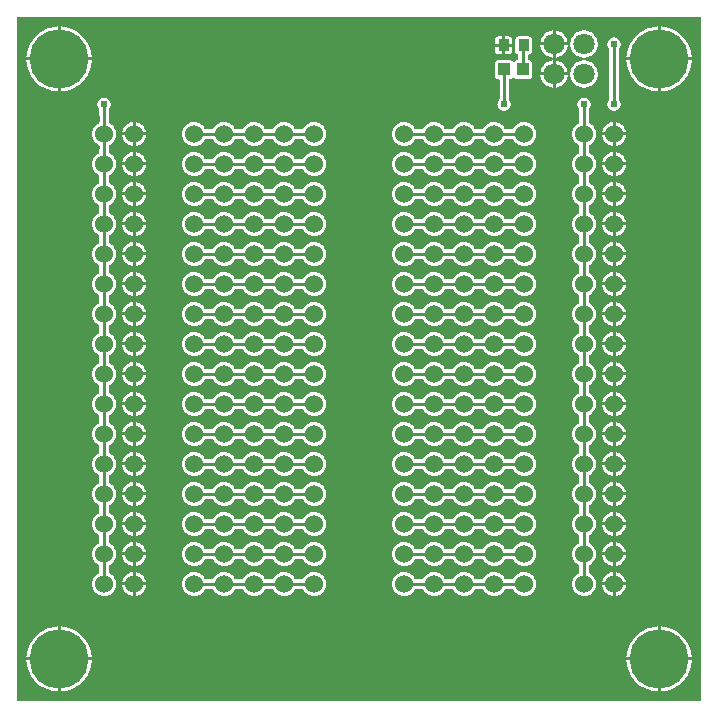
<source format=gtl>
G04 Layer: TopLayer*
G04 EasyEDA v6.5.29, 2023-07-20 18:44:56*
G04 ecacf19a758f4ad5b663ea4f4b469a4f,5a6b42c53f6a479593ecc07194224c93,10*
G04 Gerber Generator version 0.2*
G04 Scale: 100 percent, Rotated: No, Reflected: No *
G04 Dimensions in millimeters *
G04 leading zeros omitted , absolute positions ,4 integer and 5 decimal *
%FSLAX45Y45*%
%MOMM*%

%ADD10C,0.2540*%
%ADD11R,0.8999X1.0000*%
%ADD12R,1.0000X1.1000*%
%ADD13C,5.0000*%
%ADD14C,1.8000*%
%ADD15C,1.5240*%
%ADD16C,0.6096*%
%ADD17C,0.0191*%

%LPD*%
G36*
X5805932Y25908D02*
G01*
X36068Y26416D01*
X32156Y27178D01*
X28905Y29362D01*
X26670Y32664D01*
X25908Y36576D01*
X25908Y5805932D01*
X26670Y5809843D01*
X28905Y5813094D01*
X32156Y5815330D01*
X36068Y5816092D01*
X5805932Y5816092D01*
X5809843Y5815330D01*
X5813094Y5813094D01*
X5815330Y5809843D01*
X5816092Y5805932D01*
X5816092Y36068D01*
X5815330Y32207D01*
X5813094Y28905D01*
X5809843Y26670D01*
G37*

%LPC*%
G36*
X4584700Y5600700D02*
G01*
X4687112Y5600700D01*
X4686960Y5602528D01*
X4684268Y5616803D01*
X4679746Y5630672D01*
X4673549Y5643829D01*
X4665776Y5656122D01*
X4656480Y5667349D01*
X4645863Y5677306D01*
X4634077Y5685840D01*
X4621326Y5692851D01*
X4607814Y5698236D01*
X4593691Y5701842D01*
X4584700Y5702960D01*
G37*
G36*
X393700Y105562D02*
G01*
X398322Y105664D01*
X421284Y108051D01*
X443992Y112369D01*
X466242Y118618D01*
X487934Y126644D01*
X508812Y136499D01*
X528828Y148031D01*
X547827Y161239D01*
X565607Y175971D01*
X582117Y192125D01*
X597204Y209600D01*
X610819Y228295D01*
X622757Y248107D01*
X633018Y268782D01*
X641553Y290271D01*
X648208Y312369D01*
X653034Y334975D01*
X655929Y357936D01*
X656336Y368300D01*
X393700Y368300D01*
G37*
G36*
X5448300Y105613D02*
G01*
X5448300Y368300D01*
X5185410Y368300D01*
X5187289Y346405D01*
X5191150Y323646D01*
X5196890Y301244D01*
X5204460Y279450D01*
X5213858Y258317D01*
X5224983Y238099D01*
X5237784Y218846D01*
X5252161Y200710D01*
X5267960Y183896D01*
X5285130Y168402D01*
X5303520Y154432D01*
X5323027Y142087D01*
X5343499Y131368D01*
X5364835Y122428D01*
X5386781Y115265D01*
X5409285Y109982D01*
X5432145Y106629D01*
G37*
G36*
X368300Y105613D02*
G01*
X368300Y368300D01*
X105410Y368300D01*
X107289Y346405D01*
X111150Y323646D01*
X116890Y301244D01*
X124460Y279450D01*
X133858Y258317D01*
X144983Y238099D01*
X157784Y218846D01*
X172161Y200710D01*
X187960Y183896D01*
X205130Y168402D01*
X223520Y154432D01*
X243027Y142087D01*
X263499Y131368D01*
X284835Y122428D01*
X306781Y115265D01*
X329285Y109982D01*
X352145Y106629D01*
G37*
G36*
X5473700Y393700D02*
G01*
X5736336Y393700D01*
X5735929Y404063D01*
X5733034Y427024D01*
X5728208Y449630D01*
X5721553Y471728D01*
X5713018Y493217D01*
X5702757Y513892D01*
X5690819Y533704D01*
X5677204Y552348D01*
X5662117Y569874D01*
X5645607Y586028D01*
X5627827Y600760D01*
X5608828Y613968D01*
X5588812Y625500D01*
X5567934Y635355D01*
X5546242Y643382D01*
X5523992Y649630D01*
X5501284Y653948D01*
X5478322Y656336D01*
X5473700Y656437D01*
G37*
G36*
X393700Y393700D02*
G01*
X656336Y393700D01*
X655929Y404063D01*
X653034Y427024D01*
X648208Y449630D01*
X641553Y471728D01*
X633018Y493217D01*
X622757Y513892D01*
X610819Y533704D01*
X597204Y552348D01*
X582117Y569874D01*
X565607Y586028D01*
X547827Y600760D01*
X528828Y613968D01*
X508812Y625500D01*
X487934Y635355D01*
X466242Y643382D01*
X443992Y649630D01*
X421284Y653948D01*
X398322Y656336D01*
X393700Y656437D01*
G37*
G36*
X5185410Y393700D02*
G01*
X5448300Y393700D01*
X5448300Y656386D01*
X5432145Y655370D01*
X5409285Y652018D01*
X5386781Y646734D01*
X5364835Y639572D01*
X5343499Y630631D01*
X5323027Y619912D01*
X5303520Y607568D01*
X5285130Y593598D01*
X5267960Y578104D01*
X5252161Y561289D01*
X5237784Y543153D01*
X5224983Y523900D01*
X5213858Y503682D01*
X5204460Y482549D01*
X5196890Y460756D01*
X5191150Y438353D01*
X5187289Y415594D01*
G37*
G36*
X105410Y393700D02*
G01*
X368300Y393700D01*
X368300Y656386D01*
X352145Y655370D01*
X329285Y652018D01*
X306781Y646734D01*
X284835Y639572D01*
X263499Y630631D01*
X243027Y619912D01*
X223520Y607568D01*
X205130Y593598D01*
X187960Y578104D01*
X172161Y561289D01*
X157784Y543153D01*
X144983Y523900D01*
X133858Y503682D01*
X124460Y482549D01*
X116890Y460756D01*
X111150Y438353D01*
X107289Y415594D01*
G37*
G36*
X1520494Y913993D02*
G01*
X1534160Y914450D01*
X1547571Y916686D01*
X1560626Y920750D01*
X1572971Y926490D01*
X1584502Y933805D01*
X1594916Y942594D01*
X1604060Y952753D01*
X1611782Y963980D01*
X1615744Y971803D01*
X1617980Y974750D01*
X1621129Y976731D01*
X1624787Y977392D01*
X1676958Y977392D01*
X1680819Y976630D01*
X1684070Y974445D01*
X1693773Y958240D01*
X1702206Y947521D01*
X1712010Y938021D01*
X1722983Y929944D01*
X1734972Y923391D01*
X1747672Y918514D01*
X1760931Y915314D01*
X1774494Y913993D01*
X1788160Y914450D01*
X1801571Y916686D01*
X1814626Y920750D01*
X1826971Y926490D01*
X1838502Y933805D01*
X1848916Y942594D01*
X1858060Y952753D01*
X1865782Y963980D01*
X1869744Y971803D01*
X1871980Y974750D01*
X1875129Y976731D01*
X1878787Y977392D01*
X1931009Y977392D01*
X1934870Y976630D01*
X1938172Y974445D01*
X1947824Y958240D01*
X1956307Y947521D01*
X1966112Y938021D01*
X1977085Y929944D01*
X1989023Y923391D01*
X2001774Y918514D01*
X2015032Y915314D01*
X2028596Y913993D01*
X2042210Y914450D01*
X2055672Y916686D01*
X2068677Y920750D01*
X2081072Y926490D01*
X2092553Y933805D01*
X2102967Y942594D01*
X2112111Y952753D01*
X2119833Y963980D01*
X2123795Y971803D01*
X2126030Y974750D01*
X2129231Y976731D01*
X2132838Y977392D01*
X2185009Y977392D01*
X2188870Y976630D01*
X2192172Y974445D01*
X2201824Y958240D01*
X2210308Y947521D01*
X2220112Y938021D01*
X2231085Y929944D01*
X2243023Y923391D01*
X2255774Y918514D01*
X2269032Y915314D01*
X2282596Y913993D01*
X2296210Y914450D01*
X2309672Y916686D01*
X2322677Y920750D01*
X2335072Y926490D01*
X2346553Y933805D01*
X2356967Y942594D01*
X2366111Y952753D01*
X2373833Y963980D01*
X2377795Y971803D01*
X2380030Y974750D01*
X2383231Y976731D01*
X2386838Y977392D01*
X2438958Y977392D01*
X2442819Y976630D01*
X2446070Y974445D01*
X2455773Y958240D01*
X2464206Y947521D01*
X2474010Y938021D01*
X2484983Y929944D01*
X2496972Y923391D01*
X2509672Y918514D01*
X2522931Y915314D01*
X2536494Y913993D01*
X2550160Y914450D01*
X2563571Y916686D01*
X2576626Y920750D01*
X2588971Y926490D01*
X2600502Y933805D01*
X2610916Y942594D01*
X2620060Y952753D01*
X2627782Y963980D01*
X2633929Y976121D01*
X2638399Y989025D01*
X2641092Y1002385D01*
X2642006Y1016000D01*
X2641092Y1029614D01*
X2638399Y1042974D01*
X2633929Y1055878D01*
X2627782Y1068019D01*
X2620060Y1079246D01*
X2610916Y1089406D01*
X2600502Y1098194D01*
X2588971Y1105509D01*
X2576626Y1111250D01*
X2563571Y1115314D01*
X2550160Y1117549D01*
X2536494Y1118006D01*
X2522931Y1116685D01*
X2509672Y1113485D01*
X2496972Y1108608D01*
X2484983Y1102055D01*
X2474010Y1093978D01*
X2464206Y1084478D01*
X2455773Y1073759D01*
X2446070Y1057554D01*
X2442819Y1055370D01*
X2438958Y1054608D01*
X2386838Y1054608D01*
X2383231Y1055268D01*
X2380030Y1057249D01*
X2377795Y1060196D01*
X2373833Y1068019D01*
X2366111Y1079246D01*
X2356967Y1089406D01*
X2346553Y1098194D01*
X2335072Y1105509D01*
X2322677Y1111250D01*
X2309672Y1115314D01*
X2296210Y1117549D01*
X2282596Y1118006D01*
X2269032Y1116685D01*
X2255774Y1113485D01*
X2243023Y1108608D01*
X2231085Y1102055D01*
X2220112Y1093978D01*
X2210308Y1084478D01*
X2201824Y1073759D01*
X2192172Y1057554D01*
X2188870Y1055370D01*
X2185009Y1054608D01*
X2132838Y1054608D01*
X2129231Y1055268D01*
X2126030Y1057249D01*
X2123795Y1060196D01*
X2119833Y1068019D01*
X2112111Y1079246D01*
X2102967Y1089406D01*
X2092553Y1098194D01*
X2081072Y1105509D01*
X2068677Y1111250D01*
X2055672Y1115314D01*
X2042210Y1117549D01*
X2028596Y1118006D01*
X2015032Y1116685D01*
X2001774Y1113485D01*
X1989023Y1108608D01*
X1977085Y1102055D01*
X1966112Y1093978D01*
X1956307Y1084478D01*
X1947824Y1073759D01*
X1938172Y1057554D01*
X1934870Y1055370D01*
X1931009Y1054608D01*
X1878787Y1054608D01*
X1875129Y1055268D01*
X1871980Y1057249D01*
X1869744Y1060196D01*
X1865782Y1068019D01*
X1858060Y1079246D01*
X1848916Y1089406D01*
X1838502Y1098194D01*
X1826971Y1105509D01*
X1814626Y1111250D01*
X1801571Y1115314D01*
X1788160Y1117549D01*
X1774494Y1118006D01*
X1760931Y1116685D01*
X1747672Y1113485D01*
X1734972Y1108608D01*
X1722983Y1102055D01*
X1712010Y1093978D01*
X1702206Y1084478D01*
X1693773Y1073759D01*
X1684070Y1057554D01*
X1680819Y1055370D01*
X1676958Y1054608D01*
X1624787Y1054608D01*
X1621129Y1055268D01*
X1617980Y1057249D01*
X1615744Y1060196D01*
X1611782Y1068019D01*
X1604060Y1079246D01*
X1594916Y1089406D01*
X1584502Y1098194D01*
X1572971Y1105509D01*
X1560626Y1111250D01*
X1547571Y1115314D01*
X1534160Y1117549D01*
X1520494Y1118006D01*
X1506931Y1116685D01*
X1493672Y1113485D01*
X1480972Y1108608D01*
X1468983Y1102055D01*
X1458010Y1093978D01*
X1448206Y1084478D01*
X1439773Y1073759D01*
X1432814Y1062024D01*
X1427480Y1049477D01*
X1423873Y1036319D01*
X1422095Y1022807D01*
X1422095Y1009192D01*
X1423873Y995680D01*
X1427480Y982522D01*
X1432814Y969975D01*
X1439773Y958240D01*
X1448206Y947521D01*
X1458010Y938021D01*
X1468983Y929944D01*
X1480972Y923391D01*
X1493672Y918514D01*
X1506931Y915314D01*
G37*
G36*
X4456887Y5600700D02*
G01*
X4559300Y5600700D01*
X4559300Y5702960D01*
X4550308Y5701842D01*
X4536186Y5698236D01*
X4522673Y5692851D01*
X4509922Y5685840D01*
X4498136Y5677306D01*
X4487519Y5667349D01*
X4478223Y5656122D01*
X4470450Y5643829D01*
X4464253Y5630672D01*
X4459732Y5616803D01*
X4457039Y5602528D01*
G37*
G36*
X4073194Y5588000D02*
G01*
X4131411Y5588000D01*
X4131411Y5651195D01*
X4099661Y5651195D01*
X4093362Y5650484D01*
X4087876Y5648604D01*
X4082999Y5645505D01*
X4078884Y5641390D01*
X4075785Y5636514D01*
X4073906Y5631027D01*
X4073194Y5624728D01*
G37*
G36*
X4156811Y5588000D02*
G01*
X4214977Y5588000D01*
X4214977Y5624728D01*
X4214266Y5631027D01*
X4212386Y5636514D01*
X4209288Y5641390D01*
X4205224Y5645505D01*
X4200296Y5648604D01*
X4194860Y5650484D01*
X4188510Y5651195D01*
X4156811Y5651195D01*
G37*
G36*
X4099661Y5499404D02*
G01*
X4131411Y5499404D01*
X4131411Y5562600D01*
X4073194Y5562600D01*
X4073194Y5525871D01*
X4073906Y5519521D01*
X4075785Y5514086D01*
X4078884Y5509158D01*
X4082999Y5505094D01*
X4087876Y5501995D01*
X4093362Y5500116D01*
G37*
G36*
X3298494Y913993D02*
G01*
X3312160Y914450D01*
X3325571Y916686D01*
X3338626Y920750D01*
X3350971Y926490D01*
X3362502Y933805D01*
X3372916Y942594D01*
X3382060Y952753D01*
X3389782Y963980D01*
X3393744Y971803D01*
X3395979Y974750D01*
X3399129Y976731D01*
X3402787Y977392D01*
X3454958Y977392D01*
X3458819Y976630D01*
X3462070Y974445D01*
X3471773Y958240D01*
X3480206Y947521D01*
X3490010Y938021D01*
X3500983Y929944D01*
X3512972Y923391D01*
X3525672Y918514D01*
X3538931Y915314D01*
X3552494Y913993D01*
X3566160Y914450D01*
X3579571Y916686D01*
X3592626Y920750D01*
X3604971Y926490D01*
X3616502Y933805D01*
X3626916Y942594D01*
X3636060Y952753D01*
X3643782Y963980D01*
X3647744Y971803D01*
X3649979Y974750D01*
X3653129Y976731D01*
X3656787Y977392D01*
X3709009Y977392D01*
X3712870Y976630D01*
X3716121Y974445D01*
X3725824Y958240D01*
X3734308Y947521D01*
X3744061Y938021D01*
X3755085Y929944D01*
X3767023Y923391D01*
X3779774Y918514D01*
X3793032Y915314D01*
X3806596Y913993D01*
X3820210Y914450D01*
X3833672Y916686D01*
X3846677Y920750D01*
X3859072Y926490D01*
X3870553Y933805D01*
X3880967Y942594D01*
X3890111Y952753D01*
X3897833Y963980D01*
X3901795Y971803D01*
X3904030Y974750D01*
X3907231Y976731D01*
X3910837Y977392D01*
X3963009Y977392D01*
X3966870Y976630D01*
X3970121Y974445D01*
X3979824Y958240D01*
X3988308Y947521D01*
X3998061Y938021D01*
X4009085Y929944D01*
X4021023Y923391D01*
X4033774Y918514D01*
X4047032Y915314D01*
X4060596Y913993D01*
X4074210Y914450D01*
X4087672Y916686D01*
X4100677Y920750D01*
X4113072Y926490D01*
X4124553Y933805D01*
X4134967Y942594D01*
X4144111Y952753D01*
X4151833Y963980D01*
X4155795Y971803D01*
X4158030Y974750D01*
X4161231Y976731D01*
X4164837Y977392D01*
X4216908Y977392D01*
X4220768Y976630D01*
X4224070Y974445D01*
X4233773Y958240D01*
X4242206Y947521D01*
X4252010Y938021D01*
X4262983Y929944D01*
X4274972Y923391D01*
X4287672Y918514D01*
X4300931Y915314D01*
X4314494Y913993D01*
X4328160Y914450D01*
X4341571Y916686D01*
X4354626Y920750D01*
X4366971Y926490D01*
X4378502Y933805D01*
X4388916Y942594D01*
X4398060Y952753D01*
X4405782Y963980D01*
X4411929Y976121D01*
X4416399Y989025D01*
X4419092Y1002385D01*
X4420006Y1016000D01*
X4419092Y1029614D01*
X4416399Y1042974D01*
X4411929Y1055878D01*
X4405782Y1068019D01*
X4398060Y1079246D01*
X4388916Y1089406D01*
X4378502Y1098194D01*
X4366971Y1105509D01*
X4354626Y1111250D01*
X4341571Y1115314D01*
X4328160Y1117549D01*
X4314494Y1118006D01*
X4300931Y1116685D01*
X4287672Y1113485D01*
X4274972Y1108608D01*
X4262983Y1102055D01*
X4252010Y1093978D01*
X4242206Y1084478D01*
X4233773Y1073759D01*
X4224070Y1057554D01*
X4220768Y1055370D01*
X4216908Y1054608D01*
X4164837Y1054608D01*
X4161231Y1055268D01*
X4158030Y1057249D01*
X4155795Y1060196D01*
X4151833Y1068019D01*
X4144111Y1079246D01*
X4134967Y1089406D01*
X4124553Y1098194D01*
X4113072Y1105509D01*
X4100677Y1111250D01*
X4087672Y1115314D01*
X4074210Y1117549D01*
X4060596Y1118006D01*
X4047032Y1116685D01*
X4033774Y1113485D01*
X4021023Y1108608D01*
X4009085Y1102055D01*
X3998061Y1093978D01*
X3988308Y1084478D01*
X3979824Y1073759D01*
X3970121Y1057554D01*
X3966870Y1055370D01*
X3963009Y1054608D01*
X3910837Y1054608D01*
X3907231Y1055268D01*
X3904030Y1057249D01*
X3901795Y1060196D01*
X3897833Y1068019D01*
X3890111Y1079246D01*
X3880967Y1089406D01*
X3870553Y1098194D01*
X3859072Y1105509D01*
X3846677Y1111250D01*
X3833672Y1115314D01*
X3820210Y1117549D01*
X3806596Y1118006D01*
X3793032Y1116685D01*
X3779774Y1113485D01*
X3767023Y1108608D01*
X3755085Y1102055D01*
X3744061Y1093978D01*
X3734308Y1084478D01*
X3725824Y1073759D01*
X3716121Y1057554D01*
X3712870Y1055370D01*
X3709009Y1054608D01*
X3656787Y1054608D01*
X3653129Y1055268D01*
X3649979Y1057249D01*
X3647744Y1060196D01*
X3643782Y1068019D01*
X3636060Y1079246D01*
X3626916Y1089406D01*
X3616502Y1098194D01*
X3604971Y1105509D01*
X3592626Y1111250D01*
X3579571Y1115314D01*
X3566160Y1117549D01*
X3552494Y1118006D01*
X3538931Y1116685D01*
X3525672Y1113485D01*
X3512972Y1108608D01*
X3500983Y1102055D01*
X3490010Y1093978D01*
X3480206Y1084478D01*
X3471773Y1073759D01*
X3462070Y1057554D01*
X3458819Y1055370D01*
X3454958Y1054608D01*
X3402787Y1054608D01*
X3399129Y1055268D01*
X3395979Y1057249D01*
X3393744Y1060196D01*
X3389782Y1068019D01*
X3382060Y1079246D01*
X3372916Y1089406D01*
X3362502Y1098194D01*
X3350971Y1105509D01*
X3338626Y1111250D01*
X3325571Y1115314D01*
X3312160Y1117549D01*
X3298494Y1118006D01*
X3284931Y1116685D01*
X3271672Y1113485D01*
X3258972Y1108608D01*
X3246983Y1102055D01*
X3236010Y1093978D01*
X3226206Y1084478D01*
X3217773Y1073759D01*
X3210814Y1062024D01*
X3205480Y1049477D01*
X3201873Y1036319D01*
X3200044Y1022807D01*
X3200044Y1009192D01*
X3201873Y995680D01*
X3205480Y982522D01*
X3210814Y969975D01*
X3217773Y958240D01*
X3226206Y947521D01*
X3236010Y938021D01*
X3246983Y929944D01*
X3258972Y923391D01*
X3271672Y918514D01*
X3284931Y915314D01*
G37*
G36*
X4156811Y5499404D02*
G01*
X4188510Y5499404D01*
X4194860Y5500116D01*
X4200296Y5501995D01*
X4205224Y5505094D01*
X4209288Y5509158D01*
X4212386Y5514086D01*
X4214266Y5519521D01*
X4214977Y5525871D01*
X4214977Y5562600D01*
X4156811Y5562600D01*
G37*
G36*
X105410Y5473700D02*
G01*
X368300Y5473700D01*
X368300Y5736386D01*
X352145Y5735370D01*
X329285Y5732018D01*
X306781Y5726734D01*
X284835Y5719572D01*
X263499Y5710631D01*
X243027Y5699912D01*
X223520Y5687568D01*
X205130Y5673598D01*
X187960Y5658104D01*
X172161Y5641289D01*
X157784Y5623153D01*
X144983Y5603900D01*
X133858Y5583682D01*
X124460Y5562549D01*
X116890Y5540756D01*
X111150Y5518353D01*
X107289Y5495594D01*
G37*
G36*
X5185410Y5473700D02*
G01*
X5448300Y5473700D01*
X5448300Y5736386D01*
X5432145Y5735370D01*
X5409285Y5732018D01*
X5386781Y5726734D01*
X5364835Y5719572D01*
X5343499Y5710631D01*
X5323027Y5699912D01*
X5303520Y5687568D01*
X5285130Y5673598D01*
X5267960Y5658104D01*
X5252161Y5641289D01*
X5237784Y5623153D01*
X5224983Y5603900D01*
X5213858Y5583682D01*
X5204460Y5562549D01*
X5196890Y5540756D01*
X5191150Y5518353D01*
X5187289Y5495594D01*
G37*
G36*
X5473700Y5473700D02*
G01*
X5736336Y5473700D01*
X5735929Y5484063D01*
X5733034Y5507024D01*
X5728208Y5529630D01*
X5721553Y5551728D01*
X5713018Y5573217D01*
X5702757Y5593892D01*
X5690819Y5613704D01*
X5677204Y5632348D01*
X5662117Y5649874D01*
X5645607Y5666028D01*
X5627827Y5680760D01*
X5608828Y5693968D01*
X5588812Y5705500D01*
X5567934Y5715355D01*
X5546242Y5723382D01*
X5523992Y5729630D01*
X5501284Y5733948D01*
X5478322Y5736336D01*
X5473700Y5736437D01*
G37*
G36*
X758596Y913993D02*
G01*
X772210Y914450D01*
X785672Y916686D01*
X798677Y920750D01*
X811072Y926490D01*
X822553Y933805D01*
X832967Y942644D01*
X842111Y952753D01*
X849833Y963980D01*
X855980Y976172D01*
X860450Y989025D01*
X863193Y1002385D01*
X864108Y1016000D01*
X863193Y1029614D01*
X860450Y1042974D01*
X855980Y1055878D01*
X849833Y1068019D01*
X842111Y1079246D01*
X832967Y1089406D01*
X822553Y1098194D01*
X811072Y1105509D01*
X806500Y1107643D01*
X803402Y1109878D01*
X801319Y1113129D01*
X800608Y1116838D01*
X800608Y1169162D01*
X801319Y1172921D01*
X803402Y1176121D01*
X806500Y1178356D01*
X811072Y1180490D01*
X822553Y1187805D01*
X832967Y1196644D01*
X842111Y1206754D01*
X849833Y1217980D01*
X855980Y1230172D01*
X860450Y1243025D01*
X863193Y1256385D01*
X864108Y1270000D01*
X863193Y1283614D01*
X860450Y1296974D01*
X855980Y1309878D01*
X849833Y1322019D01*
X842111Y1333246D01*
X832967Y1343406D01*
X822553Y1352194D01*
X811072Y1359509D01*
X806500Y1361643D01*
X803402Y1363878D01*
X801319Y1367129D01*
X800608Y1370838D01*
X800608Y1423162D01*
X801319Y1426921D01*
X803402Y1430121D01*
X806500Y1432356D01*
X811072Y1434490D01*
X822553Y1441805D01*
X832967Y1450594D01*
X842111Y1460754D01*
X849833Y1471980D01*
X855980Y1484122D01*
X860450Y1497025D01*
X863193Y1510385D01*
X864108Y1524000D01*
X863193Y1537614D01*
X860450Y1550974D01*
X855980Y1563878D01*
X849833Y1576019D01*
X842111Y1587246D01*
X832967Y1597406D01*
X822553Y1606194D01*
X811072Y1613509D01*
X806500Y1615643D01*
X803402Y1617878D01*
X801319Y1621078D01*
X800608Y1624838D01*
X800608Y1677162D01*
X801319Y1680921D01*
X803402Y1684121D01*
X806500Y1686356D01*
X811072Y1688490D01*
X822553Y1695805D01*
X832967Y1704593D01*
X842111Y1714754D01*
X849833Y1725980D01*
X855980Y1738122D01*
X860450Y1751025D01*
X863193Y1764385D01*
X864108Y1778000D01*
X863193Y1791614D01*
X860450Y1804974D01*
X855980Y1817878D01*
X849833Y1830019D01*
X842111Y1841246D01*
X832967Y1851406D01*
X822553Y1860194D01*
X811072Y1867509D01*
X806500Y1869643D01*
X803402Y1871878D01*
X801319Y1875078D01*
X800608Y1878838D01*
X800608Y1931162D01*
X801319Y1934921D01*
X803402Y1938121D01*
X806500Y1940356D01*
X811072Y1942490D01*
X822553Y1949805D01*
X832967Y1958593D01*
X842111Y1968754D01*
X849833Y1979980D01*
X855980Y1992122D01*
X860450Y2005025D01*
X863193Y2018385D01*
X864108Y2032000D01*
X863193Y2045614D01*
X860450Y2058974D01*
X855980Y2071878D01*
X849833Y2084019D01*
X842111Y2095246D01*
X832967Y2105406D01*
X822553Y2114194D01*
X811072Y2121509D01*
X806500Y2123643D01*
X803402Y2125878D01*
X801319Y2129078D01*
X800608Y2132838D01*
X800608Y2185162D01*
X801319Y2188921D01*
X803402Y2192121D01*
X806500Y2194356D01*
X811072Y2196490D01*
X822553Y2203805D01*
X832967Y2212594D01*
X842111Y2222754D01*
X849833Y2233980D01*
X855980Y2246122D01*
X860450Y2259025D01*
X863193Y2272385D01*
X864108Y2286000D01*
X863193Y2299614D01*
X860450Y2312974D01*
X855980Y2325878D01*
X849833Y2338019D01*
X842111Y2349246D01*
X832967Y2359406D01*
X822553Y2368194D01*
X811072Y2375509D01*
X806500Y2377643D01*
X803402Y2379878D01*
X801319Y2383078D01*
X800608Y2386838D01*
X800608Y2439162D01*
X801319Y2442870D01*
X803402Y2446121D01*
X806500Y2448356D01*
X811072Y2450490D01*
X822553Y2457805D01*
X832967Y2466594D01*
X842111Y2476754D01*
X849833Y2487980D01*
X855980Y2500122D01*
X860450Y2513025D01*
X863193Y2526385D01*
X864108Y2540000D01*
X863193Y2553614D01*
X860450Y2566974D01*
X855980Y2579827D01*
X849833Y2592019D01*
X842111Y2603246D01*
X832967Y2613355D01*
X822553Y2622194D01*
X811072Y2629509D01*
X806500Y2631643D01*
X803402Y2633878D01*
X801319Y2637078D01*
X800608Y2640838D01*
X800608Y2693162D01*
X801319Y2696870D01*
X803402Y2700121D01*
X806500Y2702356D01*
X811072Y2704490D01*
X822553Y2711805D01*
X832967Y2720594D01*
X842111Y2730754D01*
X849833Y2741980D01*
X855980Y2754122D01*
X860450Y2767025D01*
X863193Y2780385D01*
X864108Y2794000D01*
X863193Y2807614D01*
X860450Y2820974D01*
X855980Y2833827D01*
X849833Y2846019D01*
X842111Y2857246D01*
X832967Y2867355D01*
X822553Y2876194D01*
X811072Y2883509D01*
X806500Y2885643D01*
X803402Y2887878D01*
X801319Y2891078D01*
X800608Y2894838D01*
X800608Y2947162D01*
X801319Y2950870D01*
X803402Y2954121D01*
X806500Y2956356D01*
X811072Y2958490D01*
X822553Y2965805D01*
X832967Y2974594D01*
X842111Y2984754D01*
X849833Y2995980D01*
X855980Y3008122D01*
X860450Y3021025D01*
X863193Y3034385D01*
X864108Y3048000D01*
X863193Y3061614D01*
X860450Y3074974D01*
X855980Y3087827D01*
X849833Y3100019D01*
X842111Y3111246D01*
X832967Y3121355D01*
X822553Y3130194D01*
X811072Y3137509D01*
X806500Y3139643D01*
X803402Y3141878D01*
X801319Y3145078D01*
X800608Y3148838D01*
X800608Y3201162D01*
X801319Y3204870D01*
X803402Y3208121D01*
X806500Y3210356D01*
X811072Y3212490D01*
X822553Y3219805D01*
X832967Y3228594D01*
X842111Y3238754D01*
X849833Y3249980D01*
X855980Y3262122D01*
X860450Y3275025D01*
X863193Y3288385D01*
X864108Y3302000D01*
X863193Y3315614D01*
X860450Y3328974D01*
X855980Y3341827D01*
X849833Y3354019D01*
X842111Y3365246D01*
X832967Y3375355D01*
X822553Y3384194D01*
X811072Y3391509D01*
X806500Y3393643D01*
X803402Y3395878D01*
X801319Y3399078D01*
X800608Y3402837D01*
X800608Y3455111D01*
X801319Y3458870D01*
X803402Y3462121D01*
X806500Y3464356D01*
X811072Y3466490D01*
X822553Y3473805D01*
X832967Y3482594D01*
X842111Y3492703D01*
X849833Y3503980D01*
X855980Y3516122D01*
X860450Y3529025D01*
X863193Y3542385D01*
X864108Y3556000D01*
X863193Y3569614D01*
X860450Y3582974D01*
X855980Y3595827D01*
X849833Y3608019D01*
X842111Y3619246D01*
X832967Y3629355D01*
X822553Y3638194D01*
X811072Y3645509D01*
X806500Y3647643D01*
X803402Y3649878D01*
X801319Y3653078D01*
X800608Y3656837D01*
X800608Y3709111D01*
X801319Y3712870D01*
X803402Y3716121D01*
X806500Y3718356D01*
X811072Y3720490D01*
X822553Y3727805D01*
X832967Y3736594D01*
X842111Y3746703D01*
X849833Y3757980D01*
X855980Y3770122D01*
X860450Y3783025D01*
X863193Y3796385D01*
X864108Y3810000D01*
X863193Y3823614D01*
X860450Y3836974D01*
X855980Y3849827D01*
X849833Y3862019D01*
X842111Y3873246D01*
X832967Y3883355D01*
X822553Y3892194D01*
X811072Y3899509D01*
X806551Y3901592D01*
X803452Y3903827D01*
X801370Y3907078D01*
X800658Y3910837D01*
X800658Y3963111D01*
X801370Y3966870D01*
X803452Y3970121D01*
X806551Y3972356D01*
X811123Y3974490D01*
X822604Y3981805D01*
X833018Y3990594D01*
X842162Y4000703D01*
X849884Y4011980D01*
X856030Y4024122D01*
X860501Y4037025D01*
X863244Y4050385D01*
X864158Y4064000D01*
X863244Y4077614D01*
X860501Y4090974D01*
X856030Y4103827D01*
X849884Y4116019D01*
X842162Y4127246D01*
X833018Y4137355D01*
X822604Y4146194D01*
X811123Y4153509D01*
X806551Y4155643D01*
X803452Y4157878D01*
X801370Y4161078D01*
X800658Y4164837D01*
X800658Y4217111D01*
X801370Y4220870D01*
X803452Y4224121D01*
X806551Y4226356D01*
X811123Y4228490D01*
X822604Y4235805D01*
X833018Y4244594D01*
X842162Y4254703D01*
X849884Y4265980D01*
X856030Y4278122D01*
X860501Y4291025D01*
X863244Y4304385D01*
X864158Y4318000D01*
X863244Y4331614D01*
X860501Y4344974D01*
X856030Y4357827D01*
X849884Y4370019D01*
X842162Y4381246D01*
X833018Y4391355D01*
X822604Y4400194D01*
X811123Y4407509D01*
X806551Y4409643D01*
X803452Y4411878D01*
X801370Y4415078D01*
X800658Y4418838D01*
X800658Y4471111D01*
X801370Y4474870D01*
X803452Y4478121D01*
X806551Y4480356D01*
X811123Y4482490D01*
X822604Y4489805D01*
X833018Y4498594D01*
X842162Y4508703D01*
X849884Y4519980D01*
X856030Y4532122D01*
X860501Y4545025D01*
X863244Y4558385D01*
X864158Y4572000D01*
X863244Y4585614D01*
X860501Y4598974D01*
X856030Y4611827D01*
X849884Y4624019D01*
X842162Y4635246D01*
X833018Y4645355D01*
X822604Y4654194D01*
X811123Y4661509D01*
X806602Y4663643D01*
X803503Y4665878D01*
X801420Y4669078D01*
X800709Y4672838D01*
X800760Y4725162D01*
X801471Y4728921D01*
X803554Y4732172D01*
X806653Y4734407D01*
X811123Y4736490D01*
X822604Y4743805D01*
X833018Y4752594D01*
X842162Y4762703D01*
X849884Y4773980D01*
X856030Y4786122D01*
X860501Y4799025D01*
X863244Y4812385D01*
X864158Y4826000D01*
X863244Y4839614D01*
X860501Y4852974D01*
X856030Y4865827D01*
X849884Y4878019D01*
X842162Y4889246D01*
X833018Y4899355D01*
X822604Y4908194D01*
X811123Y4915509D01*
X806653Y4917592D01*
X803554Y4919827D01*
X801471Y4923028D01*
X800760Y4926787D01*
X800658Y5033518D01*
X801420Y5037429D01*
X803605Y5040731D01*
X805180Y5042255D01*
X810818Y5050282D01*
X814933Y5059222D01*
X817473Y5068671D01*
X818337Y5078476D01*
X817473Y5088280D01*
X814933Y5097729D01*
X810818Y5106670D01*
X805180Y5114696D01*
X798220Y5121656D01*
X790194Y5127294D01*
X781253Y5131409D01*
X771804Y5133949D01*
X762000Y5134813D01*
X752195Y5133949D01*
X742746Y5131409D01*
X733806Y5127294D01*
X725779Y5121656D01*
X718820Y5114696D01*
X713181Y5106670D01*
X709066Y5097729D01*
X706526Y5088280D01*
X705662Y5078476D01*
X706526Y5068671D01*
X709066Y5059222D01*
X713181Y5050282D01*
X718820Y5042255D01*
X720445Y5040630D01*
X722680Y5037328D01*
X723442Y5033467D01*
X723544Y4927041D01*
X722884Y4923485D01*
X721055Y4920386D01*
X718261Y4918151D01*
X707136Y4912055D01*
X696163Y4903927D01*
X686358Y4894478D01*
X677926Y4883759D01*
X670966Y4872024D01*
X665632Y4859477D01*
X662025Y4846320D01*
X660196Y4832807D01*
X660196Y4819192D01*
X662025Y4805680D01*
X665632Y4792522D01*
X670966Y4779975D01*
X677926Y4768240D01*
X686358Y4757521D01*
X696163Y4748022D01*
X707136Y4739944D01*
X718261Y4733848D01*
X721055Y4731562D01*
X722884Y4728464D01*
X723544Y4724908D01*
X723493Y4672990D01*
X722833Y4669485D01*
X721004Y4666386D01*
X718210Y4664100D01*
X707136Y4658055D01*
X696163Y4649927D01*
X686358Y4640478D01*
X677926Y4629759D01*
X670966Y4618024D01*
X665632Y4605477D01*
X662025Y4592320D01*
X660196Y4578807D01*
X660196Y4565192D01*
X662025Y4551680D01*
X665632Y4538522D01*
X670966Y4525975D01*
X677926Y4514240D01*
X686358Y4503521D01*
X696163Y4494022D01*
X707136Y4485944D01*
X718159Y4479899D01*
X721004Y4477613D01*
X722833Y4474514D01*
X723442Y4470958D01*
X723442Y4418990D01*
X722833Y4415434D01*
X721004Y4412335D01*
X718159Y4410100D01*
X707136Y4404055D01*
X696163Y4395927D01*
X686358Y4386478D01*
X677926Y4375759D01*
X670966Y4364024D01*
X665632Y4351477D01*
X662025Y4338320D01*
X660196Y4324807D01*
X660196Y4311192D01*
X662025Y4297680D01*
X665632Y4284522D01*
X670966Y4271975D01*
X677926Y4260240D01*
X686358Y4249521D01*
X696163Y4240022D01*
X707136Y4231944D01*
X718159Y4225899D01*
X721004Y4223613D01*
X722833Y4220514D01*
X723442Y4217009D01*
X723442Y4164990D01*
X722833Y4161434D01*
X721004Y4158335D01*
X718159Y4156100D01*
X707136Y4150055D01*
X696163Y4141927D01*
X686358Y4132478D01*
X677926Y4121759D01*
X670966Y4110024D01*
X665632Y4097477D01*
X662025Y4084320D01*
X660196Y4070807D01*
X660196Y4057192D01*
X662025Y4043679D01*
X665632Y4030522D01*
X670966Y4017975D01*
X677926Y4006240D01*
X686358Y3995521D01*
X696163Y3986022D01*
X707136Y3977944D01*
X718159Y3971899D01*
X721004Y3969613D01*
X722833Y3966514D01*
X723442Y3963009D01*
X723442Y3911041D01*
X722833Y3907485D01*
X721004Y3904386D01*
X718159Y3902151D01*
X707085Y3896055D01*
X696112Y3887927D01*
X686308Y3878478D01*
X677824Y3867759D01*
X670864Y3856024D01*
X665581Y3843477D01*
X661974Y3830320D01*
X660146Y3816807D01*
X660146Y3803192D01*
X661974Y3789679D01*
X665581Y3776522D01*
X670864Y3763975D01*
X677824Y3752240D01*
X686308Y3741521D01*
X696112Y3732022D01*
X707085Y3723944D01*
X718108Y3717899D01*
X720902Y3715613D01*
X722731Y3712514D01*
X723392Y3708958D01*
X723392Y3656990D01*
X722731Y3653485D01*
X720902Y3650335D01*
X718108Y3648100D01*
X707085Y3642055D01*
X696112Y3633927D01*
X686308Y3624478D01*
X677824Y3613759D01*
X670864Y3602024D01*
X665581Y3589477D01*
X661974Y3576320D01*
X660146Y3562807D01*
X660146Y3549192D01*
X661974Y3535679D01*
X665581Y3522522D01*
X670864Y3509975D01*
X677824Y3498240D01*
X686308Y3487521D01*
X696112Y3478022D01*
X707085Y3469944D01*
X718108Y3463899D01*
X720902Y3461613D01*
X722731Y3458514D01*
X723392Y3455009D01*
X723392Y3402990D01*
X722731Y3399485D01*
X720902Y3396386D01*
X718108Y3394100D01*
X707085Y3388055D01*
X696112Y3379978D01*
X686308Y3370478D01*
X677824Y3359759D01*
X670864Y3348024D01*
X665581Y3335477D01*
X661974Y3322320D01*
X660146Y3308807D01*
X660146Y3295192D01*
X661974Y3281679D01*
X665581Y3268522D01*
X670864Y3255975D01*
X677824Y3244240D01*
X686308Y3233521D01*
X696112Y3224022D01*
X707085Y3215944D01*
X718108Y3209899D01*
X720902Y3207613D01*
X722731Y3204514D01*
X723392Y3201009D01*
X723392Y3148990D01*
X722731Y3145485D01*
X720902Y3142386D01*
X718108Y3140100D01*
X707085Y3134055D01*
X696112Y3125978D01*
X686308Y3116478D01*
X677824Y3105759D01*
X670864Y3094024D01*
X665581Y3081477D01*
X661974Y3068320D01*
X660146Y3054807D01*
X660146Y3041192D01*
X661974Y3027680D01*
X665581Y3014522D01*
X670864Y3001975D01*
X677824Y2990240D01*
X686308Y2979521D01*
X696112Y2970022D01*
X707085Y2961944D01*
X718108Y2955899D01*
X720902Y2953613D01*
X722731Y2950514D01*
X723392Y2947009D01*
X723392Y2894990D01*
X722731Y2891485D01*
X720902Y2888386D01*
X718108Y2886100D01*
X707085Y2880055D01*
X696112Y2871978D01*
X686308Y2862478D01*
X677824Y2851759D01*
X670864Y2840024D01*
X665581Y2827477D01*
X661974Y2814320D01*
X660146Y2800807D01*
X660146Y2787192D01*
X661974Y2773680D01*
X665581Y2760522D01*
X670864Y2747975D01*
X677824Y2736240D01*
X686308Y2725521D01*
X696112Y2716022D01*
X707085Y2707944D01*
X718108Y2701899D01*
X720902Y2699613D01*
X722731Y2696514D01*
X723392Y2693009D01*
X723392Y2640990D01*
X722731Y2637485D01*
X720902Y2634386D01*
X718108Y2632100D01*
X707085Y2626055D01*
X696112Y2617978D01*
X686308Y2608478D01*
X677824Y2597759D01*
X670864Y2586024D01*
X665581Y2573477D01*
X661974Y2560320D01*
X660146Y2546807D01*
X660146Y2533192D01*
X661974Y2519680D01*
X665581Y2506522D01*
X670864Y2493975D01*
X677824Y2482240D01*
X686308Y2471521D01*
X696112Y2462022D01*
X707085Y2453944D01*
X718108Y2447899D01*
X720902Y2445613D01*
X722731Y2442514D01*
X723392Y2439009D01*
X723392Y2386990D01*
X722731Y2383485D01*
X720902Y2380386D01*
X718108Y2378100D01*
X707085Y2372055D01*
X696112Y2363978D01*
X686308Y2354478D01*
X677824Y2343759D01*
X670864Y2332024D01*
X665581Y2319477D01*
X661974Y2306320D01*
X660146Y2292807D01*
X660146Y2279192D01*
X661974Y2265680D01*
X665581Y2252522D01*
X670864Y2239975D01*
X677824Y2228240D01*
X686308Y2217521D01*
X696112Y2208022D01*
X707085Y2199944D01*
X718108Y2193899D01*
X720902Y2191613D01*
X722731Y2188514D01*
X723392Y2185009D01*
X723392Y2132990D01*
X722731Y2129485D01*
X720902Y2126386D01*
X718108Y2124100D01*
X707085Y2118055D01*
X696112Y2109978D01*
X686308Y2100478D01*
X677824Y2089759D01*
X670864Y2078024D01*
X665581Y2065477D01*
X661974Y2052320D01*
X660146Y2038807D01*
X660146Y2025192D01*
X661974Y2011680D01*
X665581Y1998522D01*
X670864Y1985975D01*
X677824Y1974240D01*
X686308Y1963521D01*
X696112Y1954022D01*
X707085Y1945944D01*
X718108Y1939899D01*
X720902Y1937613D01*
X722731Y1934514D01*
X723392Y1931009D01*
X723392Y1878990D01*
X722731Y1875485D01*
X720902Y1872386D01*
X718108Y1870100D01*
X707085Y1864055D01*
X696112Y1855978D01*
X686308Y1846478D01*
X677824Y1835759D01*
X670864Y1824024D01*
X665581Y1811477D01*
X661974Y1798320D01*
X660146Y1784807D01*
X660146Y1771192D01*
X661974Y1757680D01*
X665581Y1744522D01*
X670864Y1731975D01*
X677824Y1720240D01*
X686308Y1709521D01*
X696112Y1700022D01*
X707085Y1691944D01*
X718108Y1685899D01*
X720902Y1683613D01*
X722731Y1680514D01*
X723392Y1677009D01*
X723392Y1624990D01*
X722731Y1621485D01*
X720902Y1618386D01*
X718108Y1616100D01*
X707085Y1610055D01*
X696112Y1601978D01*
X686308Y1592478D01*
X677824Y1581759D01*
X670864Y1570024D01*
X665581Y1557477D01*
X661974Y1544320D01*
X660146Y1530807D01*
X660146Y1517192D01*
X661974Y1503680D01*
X665581Y1490522D01*
X670864Y1477975D01*
X677824Y1466240D01*
X686308Y1455521D01*
X696112Y1446022D01*
X707085Y1437944D01*
X718108Y1431899D01*
X720902Y1429613D01*
X722731Y1426514D01*
X723392Y1423009D01*
X723392Y1370990D01*
X722731Y1367485D01*
X720902Y1364386D01*
X718108Y1362100D01*
X707085Y1356055D01*
X696112Y1347978D01*
X686308Y1338478D01*
X677824Y1327759D01*
X670864Y1316024D01*
X665581Y1303477D01*
X661974Y1290320D01*
X660146Y1276807D01*
X660146Y1263192D01*
X661974Y1249680D01*
X665581Y1236522D01*
X670864Y1223975D01*
X677824Y1212240D01*
X686308Y1201521D01*
X696112Y1192022D01*
X707085Y1183944D01*
X718108Y1177899D01*
X720902Y1175613D01*
X722731Y1172514D01*
X723392Y1169009D01*
X723392Y1116990D01*
X722731Y1113485D01*
X720902Y1110386D01*
X718108Y1108100D01*
X707085Y1102055D01*
X696112Y1093978D01*
X686308Y1084478D01*
X677824Y1073759D01*
X670864Y1062024D01*
X665581Y1049477D01*
X661974Y1036319D01*
X660146Y1022807D01*
X660146Y1009192D01*
X661974Y995680D01*
X665581Y982522D01*
X670864Y969975D01*
X677824Y958240D01*
X686308Y947521D01*
X696112Y938021D01*
X707085Y929944D01*
X719023Y923391D01*
X731774Y918514D01*
X745032Y915314D01*
G37*
G36*
X4822494Y913993D02*
G01*
X4836160Y914450D01*
X4849571Y916686D01*
X4862626Y920750D01*
X4874971Y926490D01*
X4886452Y933805D01*
X4896866Y942594D01*
X4906010Y952753D01*
X4913731Y963980D01*
X4919878Y976121D01*
X4924399Y989025D01*
X4927092Y1002385D01*
X4928006Y1016000D01*
X4927092Y1029614D01*
X4924399Y1042974D01*
X4919878Y1055878D01*
X4913731Y1068019D01*
X4906010Y1079246D01*
X4896866Y1089406D01*
X4886452Y1098194D01*
X4874971Y1105509D01*
X4870399Y1107643D01*
X4867300Y1109878D01*
X4865268Y1113078D01*
X4864506Y1116838D01*
X4864506Y1169162D01*
X4865268Y1172921D01*
X4867300Y1176121D01*
X4870399Y1178356D01*
X4874971Y1180490D01*
X4886452Y1187805D01*
X4896866Y1196594D01*
X4906010Y1206754D01*
X4913731Y1217980D01*
X4919878Y1230122D01*
X4924399Y1243025D01*
X4927092Y1256385D01*
X4928006Y1270000D01*
X4927092Y1283614D01*
X4924399Y1296974D01*
X4919878Y1309878D01*
X4913731Y1322019D01*
X4906010Y1333246D01*
X4896866Y1343406D01*
X4886452Y1352194D01*
X4874971Y1359509D01*
X4870399Y1361643D01*
X4867300Y1363878D01*
X4865268Y1367078D01*
X4864506Y1370838D01*
X4864506Y1423162D01*
X4865268Y1426870D01*
X4867300Y1430121D01*
X4870399Y1432356D01*
X4874971Y1434490D01*
X4886452Y1441805D01*
X4896866Y1450594D01*
X4906010Y1460754D01*
X4913731Y1471980D01*
X4919878Y1484122D01*
X4924399Y1497025D01*
X4927092Y1510385D01*
X4928006Y1524000D01*
X4927092Y1537614D01*
X4924399Y1550974D01*
X4919878Y1563827D01*
X4913731Y1576019D01*
X4906010Y1587246D01*
X4896866Y1597355D01*
X4886452Y1606194D01*
X4874971Y1613509D01*
X4870500Y1615592D01*
X4867402Y1617827D01*
X4865319Y1621078D01*
X4864608Y1624838D01*
X4864608Y1677162D01*
X4865319Y1680921D01*
X4867402Y1684172D01*
X4870500Y1686407D01*
X4874971Y1688490D01*
X4886452Y1695805D01*
X4896866Y1704593D01*
X4906010Y1714754D01*
X4913731Y1725980D01*
X4919878Y1738122D01*
X4924399Y1751025D01*
X4927092Y1764385D01*
X4928006Y1778000D01*
X4927092Y1791614D01*
X4924399Y1804974D01*
X4919878Y1817827D01*
X4913731Y1830019D01*
X4906010Y1841246D01*
X4896866Y1851355D01*
X4886452Y1860194D01*
X4874971Y1867509D01*
X4870500Y1869592D01*
X4867402Y1871827D01*
X4865319Y1875078D01*
X4864608Y1878838D01*
X4864608Y1931162D01*
X4865319Y1934921D01*
X4867402Y1938172D01*
X4870500Y1940407D01*
X4874971Y1942490D01*
X4886452Y1949805D01*
X4896866Y1958593D01*
X4906010Y1968754D01*
X4913731Y1979980D01*
X4919878Y1992122D01*
X4924399Y2005025D01*
X4927092Y2018385D01*
X4928006Y2032000D01*
X4927092Y2045614D01*
X4924399Y2058974D01*
X4919878Y2071827D01*
X4913731Y2084019D01*
X4906010Y2095246D01*
X4896866Y2105355D01*
X4886452Y2114194D01*
X4874971Y2121509D01*
X4870399Y2123643D01*
X4867300Y2125878D01*
X4865268Y2129078D01*
X4864506Y2132838D01*
X4864506Y2185162D01*
X4865268Y2188870D01*
X4867300Y2192121D01*
X4870399Y2194356D01*
X4874971Y2196490D01*
X4886452Y2203805D01*
X4896866Y2212594D01*
X4906010Y2222754D01*
X4913731Y2233980D01*
X4919878Y2246122D01*
X4924399Y2259025D01*
X4927092Y2272385D01*
X4928006Y2286000D01*
X4927092Y2299614D01*
X4924399Y2312974D01*
X4919878Y2325827D01*
X4913731Y2338019D01*
X4906010Y2349246D01*
X4896866Y2359355D01*
X4886452Y2368194D01*
X4874971Y2375509D01*
X4870399Y2377643D01*
X4867300Y2379878D01*
X4865268Y2383078D01*
X4864506Y2386838D01*
X4864506Y2439111D01*
X4865268Y2442870D01*
X4867300Y2446121D01*
X4870399Y2448356D01*
X4874971Y2450490D01*
X4886452Y2457805D01*
X4896866Y2466594D01*
X4906010Y2476703D01*
X4913731Y2487980D01*
X4919878Y2500122D01*
X4924399Y2513025D01*
X4927092Y2526385D01*
X4928006Y2540000D01*
X4927092Y2553614D01*
X4924399Y2566974D01*
X4919878Y2579827D01*
X4913731Y2592019D01*
X4906010Y2603246D01*
X4896866Y2613355D01*
X4886452Y2622194D01*
X4874971Y2629509D01*
X4870500Y2631592D01*
X4867402Y2633827D01*
X4865319Y2637078D01*
X4864608Y2640838D01*
X4864608Y2693162D01*
X4865319Y2696921D01*
X4867402Y2700172D01*
X4870500Y2702407D01*
X4874971Y2704490D01*
X4886452Y2711805D01*
X4896866Y2720594D01*
X4906010Y2730703D01*
X4913731Y2741980D01*
X4919878Y2754122D01*
X4924399Y2767025D01*
X4927092Y2780385D01*
X4928006Y2794000D01*
X4927092Y2807614D01*
X4924399Y2820974D01*
X4919878Y2833827D01*
X4913731Y2846019D01*
X4906010Y2857246D01*
X4896866Y2867355D01*
X4886452Y2876194D01*
X4874971Y2883509D01*
X4870500Y2885592D01*
X4867402Y2887827D01*
X4865319Y2891078D01*
X4864608Y2894838D01*
X4864608Y2947162D01*
X4865319Y2950921D01*
X4867402Y2954172D01*
X4870500Y2956407D01*
X4874971Y2958490D01*
X4886452Y2965805D01*
X4896866Y2974594D01*
X4906010Y2984703D01*
X4913731Y2995980D01*
X4919878Y3008122D01*
X4924399Y3021025D01*
X4927092Y3034385D01*
X4928006Y3048000D01*
X4927092Y3061614D01*
X4924399Y3074974D01*
X4919878Y3087827D01*
X4913731Y3100019D01*
X4906010Y3111246D01*
X4896866Y3121355D01*
X4886452Y3130194D01*
X4874971Y3137509D01*
X4870399Y3139643D01*
X4867300Y3141878D01*
X4865268Y3145078D01*
X4864506Y3148838D01*
X4864506Y3201111D01*
X4865268Y3204870D01*
X4867300Y3208121D01*
X4870399Y3210356D01*
X4874971Y3212490D01*
X4886452Y3219805D01*
X4896866Y3228594D01*
X4906010Y3238703D01*
X4913731Y3249980D01*
X4919878Y3262122D01*
X4924399Y3275025D01*
X4927092Y3288385D01*
X4928006Y3302000D01*
X4927092Y3315614D01*
X4924399Y3328974D01*
X4919878Y3341827D01*
X4913731Y3354019D01*
X4906010Y3365246D01*
X4896866Y3375355D01*
X4886452Y3384194D01*
X4874971Y3391509D01*
X4870399Y3393643D01*
X4867300Y3395878D01*
X4865268Y3399078D01*
X4864506Y3402837D01*
X4864506Y3455111D01*
X4865268Y3458870D01*
X4867300Y3462121D01*
X4870399Y3464356D01*
X4874971Y3466490D01*
X4886452Y3473805D01*
X4896866Y3482594D01*
X4906010Y3492703D01*
X4913731Y3503980D01*
X4919878Y3516122D01*
X4924399Y3529025D01*
X4927092Y3542385D01*
X4928006Y3556000D01*
X4927092Y3569614D01*
X4924399Y3582974D01*
X4919878Y3595827D01*
X4913731Y3608019D01*
X4906010Y3619246D01*
X4896866Y3629355D01*
X4886452Y3638194D01*
X4874971Y3645509D01*
X4870500Y3647592D01*
X4867402Y3649827D01*
X4865319Y3653078D01*
X4864608Y3656837D01*
X4864608Y3709162D01*
X4865319Y3712921D01*
X4867402Y3716172D01*
X4870500Y3718407D01*
X4874971Y3720490D01*
X4886452Y3727805D01*
X4896866Y3736594D01*
X4906010Y3746703D01*
X4913731Y3757980D01*
X4919878Y3770122D01*
X4924399Y3783025D01*
X4927092Y3796385D01*
X4928006Y3810000D01*
X4927092Y3823614D01*
X4924399Y3836974D01*
X4919878Y3849827D01*
X4913731Y3862019D01*
X4906010Y3873246D01*
X4896866Y3883355D01*
X4886452Y3892194D01*
X4874971Y3899509D01*
X4870500Y3901592D01*
X4867351Y3903827D01*
X4865319Y3907078D01*
X4864608Y3910837D01*
X4864608Y3963111D01*
X4865319Y3966870D01*
X4867351Y3970121D01*
X4870500Y3972356D01*
X4875072Y3974490D01*
X4886553Y3981805D01*
X4896967Y3990594D01*
X4906111Y4000703D01*
X4913833Y4011980D01*
X4919980Y4024122D01*
X4924450Y4037025D01*
X4927142Y4050385D01*
X4928057Y4064000D01*
X4927142Y4077614D01*
X4924450Y4090974D01*
X4919980Y4103827D01*
X4913833Y4116019D01*
X4906111Y4127246D01*
X4896967Y4137355D01*
X4886553Y4146194D01*
X4875072Y4153509D01*
X4870500Y4155643D01*
X4867351Y4157878D01*
X4865319Y4161078D01*
X4864608Y4164837D01*
X4864608Y4217111D01*
X4865319Y4220870D01*
X4867351Y4224121D01*
X4870500Y4226356D01*
X4875072Y4228490D01*
X4886553Y4235805D01*
X4896967Y4244594D01*
X4906111Y4254703D01*
X4913833Y4265980D01*
X4919980Y4278122D01*
X4924450Y4291025D01*
X4927142Y4304385D01*
X4928057Y4318000D01*
X4927142Y4331614D01*
X4924450Y4344974D01*
X4919980Y4357827D01*
X4913833Y4370019D01*
X4906111Y4381246D01*
X4896967Y4391355D01*
X4886553Y4400194D01*
X4875072Y4407509D01*
X4870500Y4409643D01*
X4867351Y4411878D01*
X4865319Y4415078D01*
X4864608Y4418838D01*
X4864608Y4471111D01*
X4865319Y4474870D01*
X4867351Y4478121D01*
X4870500Y4480356D01*
X4875072Y4482490D01*
X4886553Y4489805D01*
X4896967Y4498594D01*
X4906111Y4508703D01*
X4913833Y4519980D01*
X4919980Y4532122D01*
X4924450Y4545025D01*
X4927142Y4558385D01*
X4928057Y4572000D01*
X4927142Y4585614D01*
X4924450Y4598974D01*
X4919980Y4611827D01*
X4913833Y4624019D01*
X4906111Y4635246D01*
X4896967Y4645355D01*
X4886553Y4654194D01*
X4875072Y4661509D01*
X4870500Y4663643D01*
X4867402Y4665878D01*
X4865319Y4669078D01*
X4864608Y4672838D01*
X4864608Y4725111D01*
X4865319Y4728870D01*
X4867402Y4732121D01*
X4870500Y4734356D01*
X4875072Y4736490D01*
X4886553Y4743805D01*
X4896967Y4752594D01*
X4906111Y4762703D01*
X4913833Y4773980D01*
X4919980Y4786122D01*
X4924450Y4799025D01*
X4927142Y4812385D01*
X4928057Y4826000D01*
X4927142Y4839614D01*
X4924450Y4852974D01*
X4919980Y4865827D01*
X4913833Y4878019D01*
X4906111Y4889246D01*
X4896967Y4899355D01*
X4886553Y4908194D01*
X4875072Y4915509D01*
X4870500Y4917643D01*
X4867402Y4919878D01*
X4865319Y4923078D01*
X4864608Y4926838D01*
X4864608Y5033518D01*
X4865370Y5037378D01*
X4867605Y5040680D01*
X4869180Y5042255D01*
X4874818Y5050332D01*
X4878933Y5059222D01*
X4881473Y5068722D01*
X4882337Y5078476D01*
X4881473Y5088280D01*
X4878933Y5097780D01*
X4874818Y5106670D01*
X4869180Y5114747D01*
X4862220Y5121656D01*
X4854194Y5127294D01*
X4845253Y5131460D01*
X4835804Y5134000D01*
X4826000Y5134864D01*
X4816195Y5134000D01*
X4806746Y5131460D01*
X4797806Y5127294D01*
X4789779Y5121656D01*
X4782820Y5114747D01*
X4777181Y5106670D01*
X4773066Y5097780D01*
X4770526Y5088280D01*
X4769662Y5078476D01*
X4770526Y5068722D01*
X4773066Y5059222D01*
X4777181Y5050332D01*
X4782820Y5042255D01*
X4784394Y5040680D01*
X4786630Y5037378D01*
X4787392Y5033518D01*
X4787392Y4926990D01*
X4786731Y4923485D01*
X4784902Y4920335D01*
X4782108Y4918100D01*
X4771034Y4912055D01*
X4760061Y4903927D01*
X4750257Y4894478D01*
X4741824Y4883759D01*
X4734864Y4872024D01*
X4729530Y4859477D01*
X4725924Y4846320D01*
X4724146Y4832807D01*
X4724146Y4819192D01*
X4725924Y4805680D01*
X4729530Y4792522D01*
X4734864Y4779924D01*
X4741824Y4768189D01*
X4750257Y4757521D01*
X4760061Y4748022D01*
X4771034Y4739944D01*
X4782108Y4733899D01*
X4784902Y4731613D01*
X4786731Y4728514D01*
X4787392Y4724958D01*
X4787392Y4672990D01*
X4786731Y4669485D01*
X4784902Y4666335D01*
X4782108Y4664100D01*
X4771034Y4658055D01*
X4760061Y4649927D01*
X4750257Y4640478D01*
X4741824Y4629759D01*
X4734864Y4618024D01*
X4729530Y4605477D01*
X4725924Y4592320D01*
X4724146Y4578807D01*
X4724146Y4565192D01*
X4725924Y4551680D01*
X4729530Y4538522D01*
X4734864Y4525924D01*
X4741824Y4514189D01*
X4750257Y4503521D01*
X4760061Y4494022D01*
X4771034Y4485944D01*
X4782108Y4479899D01*
X4784902Y4477613D01*
X4786731Y4474514D01*
X4787392Y4470958D01*
X4787392Y4418990D01*
X4786731Y4415434D01*
X4784902Y4412335D01*
X4782108Y4410100D01*
X4771034Y4404055D01*
X4760061Y4395927D01*
X4750257Y4386478D01*
X4741824Y4375759D01*
X4734864Y4364024D01*
X4729530Y4351477D01*
X4725924Y4338320D01*
X4724146Y4324807D01*
X4724146Y4311192D01*
X4725924Y4297680D01*
X4729530Y4284522D01*
X4734864Y4271975D01*
X4741824Y4260240D01*
X4750257Y4249521D01*
X4760061Y4240022D01*
X4771034Y4231944D01*
X4782108Y4225899D01*
X4784902Y4223613D01*
X4786731Y4220514D01*
X4787392Y4216958D01*
X4787392Y4164990D01*
X4786731Y4161434D01*
X4784902Y4158335D01*
X4782108Y4156100D01*
X4771034Y4150055D01*
X4760061Y4141927D01*
X4750257Y4132478D01*
X4741824Y4121759D01*
X4734864Y4110024D01*
X4729530Y4097477D01*
X4725924Y4084320D01*
X4724146Y4070807D01*
X4724146Y4057192D01*
X4725924Y4043679D01*
X4729530Y4030522D01*
X4734864Y4017975D01*
X4741824Y4006240D01*
X4750257Y3995521D01*
X4760061Y3986022D01*
X4771034Y3977944D01*
X4782108Y3971899D01*
X4784902Y3969613D01*
X4786731Y3966514D01*
X4787392Y3962958D01*
X4787392Y3911041D01*
X4786731Y3907485D01*
X4784902Y3904386D01*
X4782108Y3902151D01*
X4770983Y3896055D01*
X4760010Y3887927D01*
X4750206Y3878478D01*
X4741773Y3867759D01*
X4734814Y3856024D01*
X4729480Y3843477D01*
X4725873Y3830320D01*
X4724044Y3816807D01*
X4724044Y3803192D01*
X4725873Y3789679D01*
X4729480Y3776522D01*
X4734814Y3763975D01*
X4741773Y3752240D01*
X4750206Y3741521D01*
X4760010Y3732022D01*
X4770983Y3723944D01*
X4782108Y3717848D01*
X4784902Y3715562D01*
X4786731Y3712464D01*
X4787392Y3708958D01*
X4787392Y3657041D01*
X4786731Y3653485D01*
X4784902Y3650386D01*
X4782108Y3648151D01*
X4770983Y3642055D01*
X4760010Y3633927D01*
X4750206Y3624478D01*
X4741773Y3613759D01*
X4734814Y3602024D01*
X4729480Y3589477D01*
X4725873Y3576320D01*
X4724044Y3562807D01*
X4724044Y3549192D01*
X4725873Y3535679D01*
X4729480Y3522522D01*
X4734814Y3509975D01*
X4741773Y3498240D01*
X4750206Y3487521D01*
X4760010Y3478022D01*
X4770983Y3469944D01*
X4782058Y3463899D01*
X4784852Y3461613D01*
X4786680Y3458514D01*
X4787290Y3454958D01*
X4787290Y3402990D01*
X4786680Y3399485D01*
X4784852Y3396335D01*
X4782058Y3394100D01*
X4770983Y3388055D01*
X4760010Y3379927D01*
X4750206Y3370478D01*
X4741773Y3359759D01*
X4734814Y3348024D01*
X4729480Y3335477D01*
X4725873Y3322320D01*
X4724044Y3308807D01*
X4724044Y3295192D01*
X4725873Y3281679D01*
X4729480Y3268522D01*
X4734814Y3255975D01*
X4741773Y3244240D01*
X4750206Y3233521D01*
X4760010Y3224022D01*
X4770983Y3215944D01*
X4782058Y3209899D01*
X4784852Y3207613D01*
X4786680Y3204514D01*
X4787290Y3200958D01*
X4787290Y3148990D01*
X4786680Y3145485D01*
X4784852Y3142335D01*
X4782058Y3140100D01*
X4770983Y3134055D01*
X4760010Y3125927D01*
X4750206Y3116478D01*
X4741773Y3105759D01*
X4734814Y3094024D01*
X4729480Y3081477D01*
X4725873Y3068320D01*
X4724044Y3054807D01*
X4724044Y3041192D01*
X4725873Y3027680D01*
X4729480Y3014522D01*
X4734814Y3001975D01*
X4741773Y2990240D01*
X4750206Y2979521D01*
X4760010Y2970022D01*
X4770983Y2961944D01*
X4782108Y2955848D01*
X4784902Y2953562D01*
X4786731Y2950464D01*
X4787392Y2946958D01*
X4787392Y2895041D01*
X4786731Y2891485D01*
X4784902Y2888386D01*
X4782108Y2886151D01*
X4770983Y2880055D01*
X4760010Y2871927D01*
X4750206Y2862478D01*
X4741773Y2851759D01*
X4734814Y2840024D01*
X4729480Y2827477D01*
X4725873Y2814320D01*
X4724044Y2800807D01*
X4724044Y2787192D01*
X4725873Y2773680D01*
X4729480Y2760522D01*
X4734814Y2747975D01*
X4741773Y2736240D01*
X4750206Y2725521D01*
X4760010Y2716022D01*
X4770983Y2707944D01*
X4782108Y2701848D01*
X4784902Y2699562D01*
X4786731Y2696464D01*
X4787392Y2692958D01*
X4787392Y2641041D01*
X4786731Y2637485D01*
X4784902Y2634386D01*
X4782108Y2632151D01*
X4770983Y2626055D01*
X4760010Y2617927D01*
X4750206Y2608478D01*
X4741773Y2597759D01*
X4734814Y2586024D01*
X4729480Y2573477D01*
X4725873Y2560320D01*
X4724044Y2546807D01*
X4724044Y2533192D01*
X4725873Y2519680D01*
X4729480Y2506522D01*
X4734814Y2493975D01*
X4741773Y2482240D01*
X4750206Y2471521D01*
X4760010Y2462022D01*
X4770983Y2453944D01*
X4782058Y2447899D01*
X4784852Y2445613D01*
X4786680Y2442514D01*
X4787290Y2438958D01*
X4787290Y2386990D01*
X4786680Y2383485D01*
X4784852Y2380386D01*
X4782058Y2378100D01*
X4770983Y2372055D01*
X4760010Y2363978D01*
X4750206Y2354478D01*
X4741773Y2343759D01*
X4734814Y2332024D01*
X4729480Y2319477D01*
X4725873Y2306320D01*
X4724044Y2292807D01*
X4724044Y2279192D01*
X4725873Y2265680D01*
X4729480Y2252522D01*
X4734814Y2239975D01*
X4741773Y2228240D01*
X4750206Y2217521D01*
X4760010Y2208022D01*
X4770983Y2199944D01*
X4782058Y2193899D01*
X4784852Y2191613D01*
X4786680Y2188514D01*
X4787290Y2185009D01*
X4787290Y2132990D01*
X4786680Y2129485D01*
X4784852Y2126386D01*
X4782058Y2124100D01*
X4770983Y2118055D01*
X4760010Y2109978D01*
X4750206Y2100478D01*
X4741773Y2089759D01*
X4734814Y2078024D01*
X4729480Y2065477D01*
X4725873Y2052320D01*
X4724044Y2038807D01*
X4724044Y2025192D01*
X4725873Y2011680D01*
X4729480Y1998522D01*
X4734814Y1985975D01*
X4741773Y1974240D01*
X4750206Y1963521D01*
X4760010Y1954022D01*
X4770983Y1945944D01*
X4782108Y1939848D01*
X4784902Y1937613D01*
X4786731Y1934464D01*
X4787392Y1930958D01*
X4787392Y1879041D01*
X4786731Y1875485D01*
X4784902Y1872386D01*
X4782108Y1870151D01*
X4770983Y1864055D01*
X4760010Y1855978D01*
X4750206Y1846478D01*
X4741773Y1835759D01*
X4734814Y1824024D01*
X4729480Y1811477D01*
X4725873Y1798320D01*
X4724044Y1784807D01*
X4724044Y1771192D01*
X4725873Y1757680D01*
X4729480Y1744522D01*
X4734814Y1731975D01*
X4741773Y1720240D01*
X4750206Y1709521D01*
X4760010Y1700022D01*
X4770983Y1691944D01*
X4782108Y1685848D01*
X4784902Y1683613D01*
X4786731Y1680464D01*
X4787392Y1676958D01*
X4787392Y1625041D01*
X4786731Y1621485D01*
X4784902Y1618386D01*
X4782108Y1616151D01*
X4770983Y1610055D01*
X4760010Y1601978D01*
X4750206Y1592478D01*
X4741773Y1581759D01*
X4734814Y1570024D01*
X4729480Y1557477D01*
X4725873Y1544320D01*
X4724044Y1530807D01*
X4724044Y1517192D01*
X4725873Y1503680D01*
X4729480Y1490522D01*
X4734814Y1477975D01*
X4741773Y1466240D01*
X4750206Y1455521D01*
X4760010Y1446022D01*
X4770983Y1437944D01*
X4782058Y1431899D01*
X4784852Y1429613D01*
X4786680Y1426514D01*
X4787290Y1423009D01*
X4787290Y1370990D01*
X4786680Y1367485D01*
X4784852Y1364386D01*
X4782058Y1362100D01*
X4770983Y1356055D01*
X4760010Y1347978D01*
X4750206Y1338478D01*
X4741773Y1327759D01*
X4734814Y1316024D01*
X4729480Y1303477D01*
X4725873Y1290320D01*
X4724044Y1276807D01*
X4724044Y1263192D01*
X4725873Y1249680D01*
X4729480Y1236522D01*
X4734814Y1223975D01*
X4741773Y1212240D01*
X4750206Y1201521D01*
X4760010Y1192022D01*
X4770983Y1183944D01*
X4782058Y1177899D01*
X4784852Y1175613D01*
X4786680Y1172514D01*
X4787290Y1169009D01*
X4787290Y1116990D01*
X4786680Y1113485D01*
X4784852Y1110386D01*
X4782058Y1108100D01*
X4770983Y1102055D01*
X4760010Y1093978D01*
X4750206Y1084478D01*
X4741773Y1073759D01*
X4734814Y1062024D01*
X4729480Y1049477D01*
X4725873Y1036319D01*
X4724044Y1022807D01*
X4724044Y1009192D01*
X4725873Y995680D01*
X4729480Y982522D01*
X4734814Y969975D01*
X4741773Y958240D01*
X4750206Y947521D01*
X4760010Y938021D01*
X4770983Y929944D01*
X4782972Y923391D01*
X4795672Y918514D01*
X4808931Y915314D01*
G37*
G36*
X5092598Y914857D02*
G01*
X5103571Y916686D01*
X5116626Y920750D01*
X5128971Y926490D01*
X5140452Y933805D01*
X5150866Y942594D01*
X5160010Y952753D01*
X5167731Y963980D01*
X5173878Y976121D01*
X5178399Y989025D01*
X5181142Y1003300D01*
X5092598Y1003300D01*
G37*
G36*
X1028700Y914857D02*
G01*
X1039672Y916686D01*
X1052677Y920750D01*
X1065072Y926490D01*
X1076553Y933805D01*
X1086967Y942644D01*
X1096111Y952753D01*
X1103833Y963980D01*
X1109980Y976172D01*
X1114450Y989025D01*
X1117244Y1003300D01*
X1028700Y1003300D01*
G37*
G36*
X1003300Y914908D02*
G01*
X1003300Y1003300D01*
X914908Y1003300D01*
X915974Y995680D01*
X919581Y982522D01*
X924864Y969975D01*
X931824Y958240D01*
X940308Y947521D01*
X950112Y938021D01*
X961085Y929944D01*
X973023Y923391D01*
X985774Y918514D01*
X999032Y915314D01*
G37*
G36*
X5067198Y914908D02*
G01*
X5067198Y1003300D01*
X4978857Y1003300D01*
X4979873Y995680D01*
X4983480Y982522D01*
X4988814Y969975D01*
X4995773Y958240D01*
X5004206Y947521D01*
X5014010Y938021D01*
X5024983Y929944D01*
X5036972Y923391D01*
X5049672Y918514D01*
X5062931Y915314D01*
G37*
G36*
X914908Y1028700D02*
G01*
X1003300Y1028700D01*
X1003300Y1117092D01*
X999032Y1116685D01*
X985774Y1113485D01*
X973023Y1108608D01*
X961085Y1102055D01*
X950112Y1093978D01*
X940308Y1084478D01*
X931824Y1073759D01*
X924864Y1062024D01*
X919581Y1049477D01*
X915974Y1036319D01*
G37*
G36*
X4978857Y1028700D02*
G01*
X5067198Y1028700D01*
X5067198Y1117092D01*
X5062931Y1116685D01*
X5049672Y1113485D01*
X5036972Y1108608D01*
X5024983Y1102055D01*
X5014010Y1093978D01*
X5004206Y1084478D01*
X4995773Y1073759D01*
X4988814Y1062024D01*
X4983480Y1049477D01*
X4979873Y1036319D01*
G37*
G36*
X1028700Y1028700D02*
G01*
X1117244Y1028700D01*
X1114450Y1042974D01*
X1109980Y1055878D01*
X1103833Y1068019D01*
X1096111Y1079246D01*
X1086967Y1089406D01*
X1076553Y1098194D01*
X1065072Y1105509D01*
X1052677Y1111250D01*
X1039672Y1115314D01*
X1028700Y1117142D01*
G37*
G36*
X5092598Y1028700D02*
G01*
X5181142Y1028700D01*
X5178399Y1042974D01*
X5173878Y1055878D01*
X5167731Y1068019D01*
X5160010Y1079246D01*
X5150866Y1089406D01*
X5140452Y1098194D01*
X5128971Y1105509D01*
X5116626Y1111250D01*
X5103571Y1115314D01*
X5092598Y1117142D01*
G37*
G36*
X393700Y5473700D02*
G01*
X656336Y5473700D01*
X655929Y5484063D01*
X653034Y5507024D01*
X648208Y5529630D01*
X641553Y5551728D01*
X633018Y5573217D01*
X622757Y5593892D01*
X610819Y5613704D01*
X597204Y5632348D01*
X582117Y5649874D01*
X565607Y5666028D01*
X547827Y5680760D01*
X528828Y5693968D01*
X508812Y5705500D01*
X487934Y5715355D01*
X466242Y5723382D01*
X443992Y5729630D01*
X421284Y5733948D01*
X398322Y5736336D01*
X393700Y5736437D01*
G37*
G36*
X4584700Y5473039D02*
G01*
X4593691Y5474157D01*
X4607814Y5477764D01*
X4621326Y5483148D01*
X4634077Y5490159D01*
X4645863Y5498693D01*
X4656480Y5508650D01*
X4665776Y5519877D01*
X4673549Y5532170D01*
X4679746Y5545328D01*
X4684268Y5559196D01*
X4686960Y5573471D01*
X4687112Y5575300D01*
X4584700Y5575300D01*
G37*
G36*
X4559300Y5473039D02*
G01*
X4559300Y5575300D01*
X4456887Y5575300D01*
X4457039Y5573471D01*
X4459732Y5559196D01*
X4464253Y5545328D01*
X4470450Y5532170D01*
X4478223Y5519877D01*
X4487519Y5508650D01*
X4498136Y5498693D01*
X4509922Y5490159D01*
X4522673Y5483148D01*
X4536186Y5477764D01*
X4550308Y5474157D01*
G37*
G36*
X4818735Y5472328D02*
G01*
X4833264Y5472328D01*
X4847691Y5474157D01*
X4861814Y5477764D01*
X4875326Y5483148D01*
X4888077Y5490159D01*
X4899863Y5498693D01*
X4910480Y5508650D01*
X4919776Y5519877D01*
X4927549Y5532170D01*
X4933746Y5545328D01*
X4938268Y5559196D01*
X4940960Y5573471D01*
X4941874Y5588000D01*
X4940960Y5602528D01*
X4938268Y5616803D01*
X4933746Y5630672D01*
X4927549Y5643829D01*
X4919776Y5656122D01*
X4910480Y5667349D01*
X4899863Y5677306D01*
X4888077Y5685840D01*
X4875326Y5692851D01*
X4861814Y5698236D01*
X4847691Y5701842D01*
X4833264Y5703671D01*
X4818735Y5703671D01*
X4804308Y5701842D01*
X4790186Y5698236D01*
X4776673Y5692851D01*
X4763922Y5685840D01*
X4752136Y5677306D01*
X4741519Y5667349D01*
X4732223Y5656122D01*
X4724450Y5643829D01*
X4718253Y5630672D01*
X4713732Y5616803D01*
X4711039Y5602528D01*
X4710125Y5588000D01*
X4711039Y5573471D01*
X4713732Y5559196D01*
X4718253Y5545328D01*
X4724450Y5532170D01*
X4732223Y5519877D01*
X4741519Y5508650D01*
X4752136Y5498693D01*
X4763922Y5490159D01*
X4776673Y5483148D01*
X4790186Y5477764D01*
X4804308Y5474157D01*
G37*
G36*
X4584700Y5346700D02*
G01*
X4687112Y5346700D01*
X4686960Y5348528D01*
X4684268Y5362803D01*
X4679746Y5376672D01*
X4673549Y5389829D01*
X4665776Y5402122D01*
X4656480Y5413349D01*
X4645863Y5423306D01*
X4634077Y5431840D01*
X4621326Y5438851D01*
X4607814Y5444236D01*
X4593691Y5447842D01*
X4584700Y5448960D01*
G37*
G36*
X4456887Y5346700D02*
G01*
X4559300Y5346700D01*
X4559300Y5448960D01*
X4550308Y5447842D01*
X4536186Y5444236D01*
X4522673Y5438851D01*
X4509922Y5431840D01*
X4498136Y5423306D01*
X4487519Y5413349D01*
X4478223Y5402122D01*
X4470450Y5389829D01*
X4464253Y5376672D01*
X4459732Y5362803D01*
X4457039Y5348528D01*
G37*
G36*
X4584700Y5219039D02*
G01*
X4593691Y5220157D01*
X4607814Y5223764D01*
X4621326Y5229148D01*
X4634077Y5236159D01*
X4645863Y5244693D01*
X4656480Y5254650D01*
X4665776Y5265877D01*
X4673549Y5278170D01*
X4679746Y5291328D01*
X4684268Y5305196D01*
X4686960Y5319471D01*
X4687112Y5321300D01*
X4584700Y5321300D01*
G37*
G36*
X4559300Y5219039D02*
G01*
X4559300Y5321300D01*
X4456887Y5321300D01*
X4457039Y5319471D01*
X4459732Y5305196D01*
X4464253Y5291328D01*
X4470450Y5278170D01*
X4478223Y5265877D01*
X4487519Y5254650D01*
X4498136Y5244693D01*
X4509922Y5236159D01*
X4522673Y5229148D01*
X4536186Y5223764D01*
X4550308Y5220157D01*
G37*
G36*
X1520494Y1167993D02*
G01*
X1534160Y1168450D01*
X1547571Y1170686D01*
X1560626Y1174750D01*
X1572971Y1180490D01*
X1584502Y1187805D01*
X1594916Y1196594D01*
X1604060Y1206754D01*
X1611782Y1217980D01*
X1615744Y1225804D01*
X1617980Y1228750D01*
X1621129Y1230731D01*
X1624787Y1231392D01*
X1676958Y1231392D01*
X1680819Y1230630D01*
X1684070Y1228445D01*
X1693773Y1212240D01*
X1702206Y1201521D01*
X1712010Y1192022D01*
X1722983Y1183944D01*
X1734972Y1177391D01*
X1747672Y1172514D01*
X1760931Y1169314D01*
X1774494Y1167993D01*
X1788160Y1168450D01*
X1801571Y1170686D01*
X1814626Y1174750D01*
X1826971Y1180490D01*
X1838502Y1187805D01*
X1848916Y1196594D01*
X1858060Y1206754D01*
X1865782Y1217980D01*
X1869744Y1225804D01*
X1871980Y1228750D01*
X1875129Y1230731D01*
X1878787Y1231392D01*
X1931009Y1231392D01*
X1934870Y1230630D01*
X1938172Y1228445D01*
X1947824Y1212240D01*
X1956307Y1201521D01*
X1966112Y1192022D01*
X1977085Y1183944D01*
X1989023Y1177391D01*
X2001774Y1172514D01*
X2015032Y1169314D01*
X2028596Y1167993D01*
X2042210Y1168450D01*
X2055672Y1170686D01*
X2068677Y1174750D01*
X2081072Y1180490D01*
X2092553Y1187805D01*
X2102967Y1196594D01*
X2112111Y1206754D01*
X2119833Y1217980D01*
X2123795Y1225804D01*
X2126030Y1228750D01*
X2129231Y1230731D01*
X2132838Y1231392D01*
X2185009Y1231392D01*
X2188870Y1230630D01*
X2192172Y1228445D01*
X2201824Y1212240D01*
X2210308Y1201521D01*
X2220112Y1192022D01*
X2231085Y1183944D01*
X2243023Y1177391D01*
X2255774Y1172514D01*
X2269032Y1169314D01*
X2282596Y1167993D01*
X2296210Y1168450D01*
X2309672Y1170686D01*
X2322677Y1174750D01*
X2335072Y1180490D01*
X2346553Y1187805D01*
X2356967Y1196594D01*
X2366111Y1206754D01*
X2373833Y1217980D01*
X2377795Y1225804D01*
X2380030Y1228750D01*
X2383231Y1230731D01*
X2386838Y1231392D01*
X2438958Y1231392D01*
X2442819Y1230630D01*
X2446070Y1228445D01*
X2455773Y1212240D01*
X2464206Y1201521D01*
X2474010Y1192022D01*
X2484983Y1183944D01*
X2496972Y1177391D01*
X2509672Y1172514D01*
X2522931Y1169314D01*
X2536494Y1167993D01*
X2550160Y1168450D01*
X2563571Y1170686D01*
X2576626Y1174750D01*
X2588971Y1180490D01*
X2600502Y1187805D01*
X2610916Y1196594D01*
X2620060Y1206754D01*
X2627782Y1217980D01*
X2633929Y1230122D01*
X2638399Y1243025D01*
X2641092Y1256385D01*
X2642006Y1270000D01*
X2641092Y1283614D01*
X2638399Y1296974D01*
X2633929Y1309878D01*
X2627782Y1322019D01*
X2620060Y1333246D01*
X2610916Y1343406D01*
X2600502Y1352194D01*
X2588971Y1359509D01*
X2576626Y1365250D01*
X2563571Y1369314D01*
X2550160Y1371549D01*
X2536494Y1372006D01*
X2522931Y1370685D01*
X2509672Y1367485D01*
X2496972Y1362608D01*
X2484983Y1356055D01*
X2474010Y1347978D01*
X2464206Y1338478D01*
X2455773Y1327759D01*
X2446070Y1311554D01*
X2442819Y1309370D01*
X2438958Y1308608D01*
X2386838Y1308608D01*
X2383231Y1309268D01*
X2380030Y1311249D01*
X2377795Y1314196D01*
X2373833Y1322019D01*
X2366111Y1333246D01*
X2356967Y1343406D01*
X2346553Y1352194D01*
X2335072Y1359509D01*
X2322677Y1365250D01*
X2309672Y1369314D01*
X2296210Y1371549D01*
X2282596Y1372006D01*
X2269032Y1370685D01*
X2255774Y1367485D01*
X2243023Y1362608D01*
X2231085Y1356055D01*
X2220112Y1347978D01*
X2210308Y1338478D01*
X2201824Y1327759D01*
X2192172Y1311554D01*
X2188870Y1309370D01*
X2185009Y1308608D01*
X2132838Y1308608D01*
X2129231Y1309268D01*
X2126030Y1311249D01*
X2123795Y1314196D01*
X2119833Y1322019D01*
X2112111Y1333246D01*
X2102967Y1343406D01*
X2092553Y1352194D01*
X2081072Y1359509D01*
X2068677Y1365250D01*
X2055672Y1369314D01*
X2042210Y1371549D01*
X2028596Y1372006D01*
X2015032Y1370685D01*
X2001774Y1367485D01*
X1989023Y1362608D01*
X1977085Y1356055D01*
X1966112Y1347978D01*
X1956307Y1338478D01*
X1947824Y1327759D01*
X1938172Y1311554D01*
X1934870Y1309370D01*
X1931009Y1308608D01*
X1878787Y1308608D01*
X1875129Y1309268D01*
X1871980Y1311249D01*
X1869744Y1314196D01*
X1865782Y1322019D01*
X1858060Y1333246D01*
X1848916Y1343406D01*
X1838502Y1352194D01*
X1826971Y1359509D01*
X1814626Y1365250D01*
X1801571Y1369314D01*
X1788160Y1371549D01*
X1774494Y1372006D01*
X1760931Y1370685D01*
X1747672Y1367485D01*
X1734972Y1362608D01*
X1722983Y1356055D01*
X1712010Y1347978D01*
X1702206Y1338478D01*
X1693773Y1327759D01*
X1684070Y1311554D01*
X1680819Y1309370D01*
X1676958Y1308608D01*
X1624787Y1308608D01*
X1621129Y1309268D01*
X1617980Y1311249D01*
X1615744Y1314196D01*
X1611782Y1322019D01*
X1604060Y1333246D01*
X1594916Y1343406D01*
X1584502Y1352194D01*
X1572971Y1359509D01*
X1560626Y1365250D01*
X1547571Y1369314D01*
X1534160Y1371549D01*
X1520494Y1372006D01*
X1506931Y1370685D01*
X1493672Y1367485D01*
X1480972Y1362608D01*
X1468983Y1356055D01*
X1458010Y1347978D01*
X1448206Y1338478D01*
X1439773Y1327759D01*
X1432814Y1316024D01*
X1427480Y1303477D01*
X1423873Y1290320D01*
X1422095Y1276807D01*
X1422095Y1263192D01*
X1423873Y1249680D01*
X1427480Y1236522D01*
X1432814Y1223975D01*
X1439773Y1212240D01*
X1448206Y1201521D01*
X1458010Y1192022D01*
X1468983Y1183944D01*
X1480972Y1177391D01*
X1493672Y1172514D01*
X1506931Y1169314D01*
G37*
G36*
X4818735Y5218328D02*
G01*
X4833264Y5218328D01*
X4847691Y5220157D01*
X4861814Y5223764D01*
X4875326Y5229148D01*
X4888077Y5236159D01*
X4899863Y5244693D01*
X4910480Y5254650D01*
X4919776Y5265877D01*
X4927549Y5278170D01*
X4933746Y5291328D01*
X4938268Y5305196D01*
X4940960Y5319471D01*
X4941874Y5334000D01*
X4940960Y5348528D01*
X4938268Y5362803D01*
X4933746Y5376672D01*
X4927549Y5389829D01*
X4919776Y5402122D01*
X4910480Y5413349D01*
X4899863Y5423306D01*
X4888077Y5431840D01*
X4875326Y5438851D01*
X4861814Y5444236D01*
X4847691Y5447842D01*
X4833264Y5449671D01*
X4818735Y5449671D01*
X4804308Y5447842D01*
X4790186Y5444236D01*
X4776673Y5438851D01*
X4763922Y5431840D01*
X4752136Y5423306D01*
X4741519Y5413349D01*
X4732223Y5402122D01*
X4724450Y5389829D01*
X4718253Y5376672D01*
X4713732Y5362803D01*
X4711039Y5348528D01*
X4710125Y5334000D01*
X4711039Y5319471D01*
X4713732Y5305196D01*
X4718253Y5291328D01*
X4724450Y5278170D01*
X4732223Y5265877D01*
X4741519Y5254650D01*
X4752136Y5244693D01*
X4763922Y5236159D01*
X4776673Y5229148D01*
X4790186Y5223764D01*
X4804308Y5220157D01*
G37*
G36*
X368300Y5185613D02*
G01*
X368300Y5448300D01*
X105410Y5448300D01*
X107289Y5426405D01*
X111150Y5403646D01*
X116890Y5381244D01*
X124460Y5359450D01*
X133858Y5338318D01*
X144983Y5318099D01*
X157784Y5298846D01*
X172161Y5280710D01*
X187960Y5263896D01*
X205130Y5248402D01*
X223520Y5234432D01*
X243027Y5222087D01*
X263499Y5211368D01*
X284835Y5202428D01*
X306781Y5195265D01*
X329285Y5189982D01*
X352145Y5186629D01*
G37*
G36*
X5448300Y5185613D02*
G01*
X5448300Y5448300D01*
X5185410Y5448300D01*
X5187289Y5426405D01*
X5191150Y5403646D01*
X5196890Y5381244D01*
X5204460Y5359450D01*
X5213858Y5338318D01*
X5224983Y5318099D01*
X5237784Y5298846D01*
X5252161Y5280710D01*
X5267960Y5263896D01*
X5285130Y5248402D01*
X5303520Y5234432D01*
X5323027Y5222087D01*
X5343499Y5211368D01*
X5364835Y5202428D01*
X5386781Y5195265D01*
X5409285Y5189982D01*
X5432145Y5186629D01*
G37*
G36*
X393700Y5185562D02*
G01*
X398322Y5185664D01*
X421284Y5188051D01*
X443992Y5192369D01*
X466242Y5198618D01*
X487934Y5206644D01*
X508812Y5216499D01*
X528828Y5228031D01*
X547827Y5241239D01*
X565607Y5255971D01*
X582117Y5272125D01*
X597204Y5289600D01*
X610819Y5308295D01*
X622757Y5328107D01*
X633018Y5348782D01*
X641553Y5370271D01*
X648208Y5392369D01*
X653034Y5414975D01*
X655929Y5437936D01*
X656336Y5448300D01*
X393700Y5448300D01*
G37*
G36*
X3298494Y1167993D02*
G01*
X3312160Y1168450D01*
X3325571Y1170686D01*
X3338626Y1174750D01*
X3350971Y1180490D01*
X3362502Y1187805D01*
X3372916Y1196594D01*
X3382060Y1206754D01*
X3389782Y1217980D01*
X3393744Y1225804D01*
X3395979Y1228750D01*
X3399129Y1230731D01*
X3402787Y1231392D01*
X3454958Y1231392D01*
X3458819Y1230630D01*
X3462070Y1228445D01*
X3471773Y1212240D01*
X3480206Y1201521D01*
X3490010Y1192022D01*
X3500983Y1183944D01*
X3512972Y1177391D01*
X3525672Y1172514D01*
X3538931Y1169314D01*
X3552494Y1167993D01*
X3566160Y1168450D01*
X3579571Y1170686D01*
X3592626Y1174750D01*
X3604971Y1180490D01*
X3616502Y1187805D01*
X3626916Y1196594D01*
X3636060Y1206754D01*
X3643782Y1217980D01*
X3647744Y1225804D01*
X3649979Y1228750D01*
X3653129Y1230731D01*
X3656787Y1231392D01*
X3709009Y1231392D01*
X3712870Y1230630D01*
X3716121Y1228445D01*
X3725824Y1212240D01*
X3734308Y1201521D01*
X3744061Y1192022D01*
X3755085Y1183944D01*
X3767023Y1177391D01*
X3779774Y1172514D01*
X3793032Y1169314D01*
X3806596Y1167993D01*
X3820210Y1168450D01*
X3833672Y1170686D01*
X3846677Y1174750D01*
X3859072Y1180490D01*
X3870553Y1187805D01*
X3880967Y1196594D01*
X3890111Y1206754D01*
X3897833Y1217980D01*
X3901795Y1225804D01*
X3904030Y1228750D01*
X3907231Y1230731D01*
X3910837Y1231392D01*
X3963009Y1231392D01*
X3966870Y1230630D01*
X3970121Y1228445D01*
X3979824Y1212240D01*
X3988308Y1201521D01*
X3998061Y1192022D01*
X4009085Y1183944D01*
X4021023Y1177391D01*
X4033774Y1172514D01*
X4047032Y1169314D01*
X4060596Y1167993D01*
X4074210Y1168450D01*
X4087672Y1170686D01*
X4100677Y1174750D01*
X4113072Y1180490D01*
X4124553Y1187805D01*
X4134967Y1196594D01*
X4144111Y1206754D01*
X4151833Y1217980D01*
X4155795Y1225804D01*
X4158030Y1228750D01*
X4161231Y1230731D01*
X4164837Y1231392D01*
X4216908Y1231392D01*
X4220768Y1230630D01*
X4224070Y1228445D01*
X4233773Y1212240D01*
X4242206Y1201521D01*
X4252010Y1192022D01*
X4262983Y1183944D01*
X4274972Y1177391D01*
X4287672Y1172514D01*
X4300931Y1169314D01*
X4314494Y1167993D01*
X4328160Y1168450D01*
X4341571Y1170686D01*
X4354626Y1174750D01*
X4366971Y1180490D01*
X4378502Y1187805D01*
X4388916Y1196594D01*
X4398060Y1206754D01*
X4405782Y1217980D01*
X4411929Y1230122D01*
X4416399Y1243025D01*
X4419092Y1256385D01*
X4420006Y1270000D01*
X4419092Y1283614D01*
X4416399Y1296974D01*
X4411929Y1309878D01*
X4405782Y1322019D01*
X4398060Y1333246D01*
X4388916Y1343406D01*
X4378502Y1352194D01*
X4366971Y1359509D01*
X4354626Y1365250D01*
X4341571Y1369314D01*
X4328160Y1371549D01*
X4314494Y1372006D01*
X4300931Y1370685D01*
X4287672Y1367485D01*
X4274972Y1362608D01*
X4262983Y1356055D01*
X4252010Y1347978D01*
X4242206Y1338478D01*
X4233773Y1327759D01*
X4224070Y1311554D01*
X4220768Y1309370D01*
X4216908Y1308608D01*
X4164837Y1308608D01*
X4161231Y1309268D01*
X4158030Y1311249D01*
X4155795Y1314196D01*
X4151833Y1322019D01*
X4144111Y1333246D01*
X4134967Y1343406D01*
X4124553Y1352194D01*
X4113072Y1359509D01*
X4100677Y1365250D01*
X4087672Y1369314D01*
X4074210Y1371549D01*
X4060596Y1372006D01*
X4047032Y1370685D01*
X4033774Y1367485D01*
X4021023Y1362608D01*
X4009085Y1356055D01*
X3998061Y1347978D01*
X3988308Y1338478D01*
X3979824Y1327759D01*
X3970121Y1311554D01*
X3966870Y1309370D01*
X3963009Y1308608D01*
X3910837Y1308608D01*
X3907231Y1309268D01*
X3904030Y1311249D01*
X3901795Y1314196D01*
X3897833Y1322019D01*
X3890111Y1333246D01*
X3880967Y1343406D01*
X3870553Y1352194D01*
X3859072Y1359509D01*
X3846677Y1365250D01*
X3833672Y1369314D01*
X3820210Y1371549D01*
X3806596Y1372006D01*
X3793032Y1370685D01*
X3779774Y1367485D01*
X3767023Y1362608D01*
X3755085Y1356055D01*
X3744061Y1347978D01*
X3734308Y1338478D01*
X3725824Y1327759D01*
X3716121Y1311554D01*
X3712870Y1309370D01*
X3709009Y1308608D01*
X3656787Y1308608D01*
X3653129Y1309268D01*
X3649979Y1311249D01*
X3647744Y1314196D01*
X3643782Y1322019D01*
X3636060Y1333246D01*
X3626916Y1343406D01*
X3616502Y1352194D01*
X3604971Y1359509D01*
X3592626Y1365250D01*
X3579571Y1369314D01*
X3566160Y1371549D01*
X3552494Y1372006D01*
X3538931Y1370685D01*
X3525672Y1367485D01*
X3512972Y1362608D01*
X3500983Y1356055D01*
X3490010Y1347978D01*
X3480206Y1338478D01*
X3471773Y1327759D01*
X3462070Y1311554D01*
X3458819Y1309370D01*
X3454958Y1308608D01*
X3402787Y1308608D01*
X3399129Y1309268D01*
X3395979Y1311249D01*
X3393744Y1314196D01*
X3389782Y1322019D01*
X3382060Y1333246D01*
X3372916Y1343406D01*
X3362502Y1352194D01*
X3350971Y1359509D01*
X3338626Y1365250D01*
X3325571Y1369314D01*
X3312160Y1371549D01*
X3298494Y1372006D01*
X3284931Y1370685D01*
X3271672Y1367485D01*
X3258972Y1362608D01*
X3246983Y1356055D01*
X3236010Y1347978D01*
X3226206Y1338478D01*
X3217773Y1327759D01*
X3210814Y1316024D01*
X3205480Y1303477D01*
X3201873Y1290320D01*
X3200044Y1276807D01*
X3200044Y1263192D01*
X3201873Y1249680D01*
X3205480Y1236522D01*
X3210814Y1223975D01*
X3217773Y1212240D01*
X3226206Y1201521D01*
X3236010Y1192022D01*
X3246983Y1183944D01*
X3258972Y1177391D01*
X3271672Y1172514D01*
X3284931Y1169314D01*
G37*
G36*
X5473700Y5185562D02*
G01*
X5478322Y5185664D01*
X5501284Y5188051D01*
X5523992Y5192369D01*
X5546242Y5198618D01*
X5567934Y5206644D01*
X5588812Y5216499D01*
X5608828Y5228031D01*
X5627827Y5241239D01*
X5645607Y5255971D01*
X5662117Y5272125D01*
X5677204Y5289600D01*
X5690819Y5308295D01*
X5702757Y5328107D01*
X5713018Y5348782D01*
X5721553Y5370271D01*
X5728208Y5392369D01*
X5733034Y5414975D01*
X5735929Y5437936D01*
X5736336Y5448300D01*
X5473700Y5448300D01*
G37*
G36*
X4149090Y5023662D02*
G01*
X4158894Y5024526D01*
X4168343Y5027066D01*
X4177284Y5031181D01*
X4185310Y5036820D01*
X4192270Y5043779D01*
X4197908Y5051806D01*
X4202023Y5060746D01*
X4204563Y5070195D01*
X4205427Y5080000D01*
X4204563Y5089804D01*
X4202023Y5099253D01*
X4197908Y5108194D01*
X4192270Y5116220D01*
X4190695Y5117795D01*
X4188460Y5121097D01*
X4187698Y5125008D01*
X4187698Y5281015D01*
X4188358Y5284673D01*
X4190339Y5287873D01*
X4193286Y5290108D01*
X4196892Y5291124D01*
X4204919Y5291937D01*
X4210304Y5293817D01*
X4215231Y5296916D01*
X4219295Y5300980D01*
X4220514Y5302859D01*
X4223308Y5305806D01*
X4227068Y5307431D01*
X4231132Y5307431D01*
X4234891Y5305806D01*
X4237685Y5302859D01*
X4238904Y5300980D01*
X4242968Y5296916D01*
X4247896Y5293817D01*
X4253331Y5291886D01*
X4259681Y5291175D01*
X4358538Y5291175D01*
X4364837Y5291886D01*
X4370324Y5293817D01*
X4375200Y5296916D01*
X4379315Y5300980D01*
X4382363Y5305907D01*
X4384294Y5311343D01*
X4385005Y5317693D01*
X4385005Y5426506D01*
X4384294Y5432856D01*
X4382363Y5438292D01*
X4379315Y5443220D01*
X4375200Y5447284D01*
X4370324Y5450382D01*
X4364939Y5452262D01*
X4356862Y5453075D01*
X4353306Y5454091D01*
X4350308Y5456326D01*
X4348378Y5459526D01*
X4347667Y5463184D01*
X4347667Y5489244D01*
X4348378Y5492902D01*
X4350308Y5496052D01*
X4353306Y5498287D01*
X4356862Y5499354D01*
X4364888Y5500116D01*
X4370324Y5501995D01*
X4375200Y5505094D01*
X4379315Y5509158D01*
X4382363Y5514086D01*
X4384294Y5519521D01*
X4385005Y5525871D01*
X4385005Y5624728D01*
X4384294Y5631027D01*
X4382363Y5636514D01*
X4379315Y5641390D01*
X4375200Y5645505D01*
X4370324Y5648604D01*
X4364837Y5650484D01*
X4358538Y5651195D01*
X4269689Y5651195D01*
X4263339Y5650484D01*
X4257903Y5648604D01*
X4252976Y5645505D01*
X4248912Y5641390D01*
X4245813Y5636514D01*
X4243882Y5631027D01*
X4243171Y5624728D01*
X4243171Y5525871D01*
X4243882Y5519521D01*
X4245813Y5514086D01*
X4248912Y5509158D01*
X4252976Y5505094D01*
X4257903Y5501995D01*
X4263694Y5499963D01*
X4267200Y5497830D01*
X4269638Y5494477D01*
X4270451Y5490413D01*
X4270451Y5463184D01*
X4269790Y5459526D01*
X4267860Y5456326D01*
X4264863Y5454091D01*
X4261307Y5453075D01*
X4253280Y5452262D01*
X4247896Y5450382D01*
X4242968Y5447284D01*
X4238904Y5443220D01*
X4237685Y5441340D01*
X4234891Y5438394D01*
X4231132Y5436768D01*
X4227068Y5436768D01*
X4223308Y5438394D01*
X4220514Y5441340D01*
X4219295Y5443220D01*
X4215231Y5447284D01*
X4210304Y5450382D01*
X4204868Y5452313D01*
X4198518Y5453024D01*
X4099661Y5453024D01*
X4093362Y5452313D01*
X4087876Y5450382D01*
X4082999Y5447284D01*
X4078884Y5443220D01*
X4075836Y5438292D01*
X4073906Y5432856D01*
X4073194Y5426506D01*
X4073194Y5317693D01*
X4073906Y5311343D01*
X4075836Y5305907D01*
X4078884Y5300980D01*
X4082999Y5296916D01*
X4087876Y5293817D01*
X4093260Y5291937D01*
X4101287Y5291124D01*
X4104894Y5290108D01*
X4107840Y5287873D01*
X4109821Y5284673D01*
X4110482Y5281015D01*
X4110482Y5125008D01*
X4109720Y5121097D01*
X4107484Y5117795D01*
X4105910Y5116220D01*
X4100271Y5108194D01*
X4096156Y5099253D01*
X4093616Y5089804D01*
X4092752Y5080000D01*
X4093616Y5070195D01*
X4096156Y5060746D01*
X4100271Y5051806D01*
X4105910Y5043779D01*
X4112869Y5036820D01*
X4120896Y5031181D01*
X4129836Y5027066D01*
X4139285Y5024526D01*
G37*
G36*
X5080000Y5023612D02*
G01*
X5089804Y5024475D01*
X5099253Y5027015D01*
X5108194Y5031181D01*
X5116220Y5036820D01*
X5123180Y5043728D01*
X5128818Y5051806D01*
X5132933Y5060696D01*
X5135473Y5070195D01*
X5136337Y5079949D01*
X5135473Y5089753D01*
X5132933Y5099253D01*
X5128818Y5108143D01*
X5123180Y5116220D01*
X5121554Y5117795D01*
X5119370Y5121097D01*
X5118608Y5124958D01*
X5118608Y5542991D01*
X5119370Y5546902D01*
X5121554Y5550204D01*
X5123180Y5551779D01*
X5128818Y5559806D01*
X5132933Y5568746D01*
X5135473Y5578195D01*
X5136337Y5588000D01*
X5135473Y5597804D01*
X5132933Y5607253D01*
X5128818Y5616194D01*
X5123180Y5624220D01*
X5116220Y5631180D01*
X5108194Y5636818D01*
X5099253Y5640933D01*
X5089804Y5643473D01*
X5080000Y5644337D01*
X5070195Y5643473D01*
X5060746Y5640933D01*
X5051806Y5636818D01*
X5043779Y5631180D01*
X5036820Y5624220D01*
X5031181Y5616194D01*
X5027066Y5607253D01*
X5024526Y5597804D01*
X5023662Y5588000D01*
X5024526Y5578195D01*
X5027066Y5568746D01*
X5031181Y5559806D01*
X5036820Y5551779D01*
X5038394Y5550204D01*
X5040630Y5546902D01*
X5041392Y5543042D01*
X5041392Y5124958D01*
X5040630Y5121046D01*
X5038394Y5117744D01*
X5036820Y5116220D01*
X5031181Y5108143D01*
X5027066Y5099253D01*
X5024526Y5089753D01*
X5023662Y5079949D01*
X5024526Y5070195D01*
X5027066Y5060696D01*
X5031181Y5051806D01*
X5036820Y5043728D01*
X5043779Y5036820D01*
X5051806Y5031181D01*
X5060746Y5027015D01*
X5070195Y5024475D01*
G37*
G36*
X5092700Y4838700D02*
G01*
X5181244Y4838700D01*
X5178450Y4852974D01*
X5173980Y4865827D01*
X5167833Y4878019D01*
X5160111Y4889246D01*
X5150967Y4899355D01*
X5140553Y4908194D01*
X5129072Y4915509D01*
X5116677Y4921250D01*
X5103672Y4925314D01*
X5092700Y4927142D01*
G37*
G36*
X5092598Y1168857D02*
G01*
X5103571Y1170686D01*
X5116626Y1174750D01*
X5128971Y1180490D01*
X5140452Y1187805D01*
X5150866Y1196594D01*
X5160010Y1206754D01*
X5167731Y1217980D01*
X5173878Y1230122D01*
X5178399Y1243025D01*
X5181142Y1257300D01*
X5092598Y1257300D01*
G37*
G36*
X1028700Y1168857D02*
G01*
X1039672Y1170686D01*
X1052677Y1174750D01*
X1065072Y1180490D01*
X1076553Y1187805D01*
X1086967Y1196644D01*
X1096111Y1206754D01*
X1103833Y1217980D01*
X1109980Y1230172D01*
X1114450Y1243025D01*
X1117244Y1257300D01*
X1028700Y1257300D01*
G37*
G36*
X1003300Y1168908D02*
G01*
X1003300Y1257300D01*
X914908Y1257300D01*
X915974Y1249680D01*
X919581Y1236522D01*
X924864Y1223975D01*
X931824Y1212240D01*
X940308Y1201521D01*
X950112Y1192022D01*
X961085Y1183944D01*
X973023Y1177391D01*
X985774Y1172514D01*
X999032Y1169314D01*
G37*
G36*
X5067198Y1168908D02*
G01*
X5067198Y1257300D01*
X4978857Y1257300D01*
X4979873Y1249680D01*
X4983480Y1236522D01*
X4988814Y1223975D01*
X4995773Y1212240D01*
X5004206Y1201521D01*
X5014010Y1192022D01*
X5024983Y1183944D01*
X5036972Y1177391D01*
X5049672Y1172514D01*
X5062931Y1169314D01*
G37*
G36*
X914908Y1282700D02*
G01*
X1003300Y1282700D01*
X1003300Y1371092D01*
X999032Y1370685D01*
X985774Y1367485D01*
X973023Y1362608D01*
X961085Y1356055D01*
X950112Y1347978D01*
X940308Y1338478D01*
X931824Y1327759D01*
X924864Y1316024D01*
X919581Y1303477D01*
X915974Y1290320D01*
G37*
G36*
X4978857Y1282700D02*
G01*
X5067198Y1282700D01*
X5067198Y1371092D01*
X5062931Y1370685D01*
X5049672Y1367485D01*
X5036972Y1362608D01*
X5024983Y1356055D01*
X5014010Y1347978D01*
X5004206Y1338478D01*
X4995773Y1327759D01*
X4988814Y1316024D01*
X4983480Y1303477D01*
X4979873Y1290320D01*
G37*
G36*
X1028700Y1282700D02*
G01*
X1117244Y1282700D01*
X1114450Y1296974D01*
X1109980Y1309878D01*
X1103833Y1322019D01*
X1096111Y1333246D01*
X1086967Y1343406D01*
X1076553Y1352194D01*
X1065072Y1359509D01*
X1052677Y1365250D01*
X1039672Y1369314D01*
X1028700Y1371142D01*
G37*
G36*
X5092598Y1282700D02*
G01*
X5181142Y1282700D01*
X5178399Y1296974D01*
X5173878Y1309878D01*
X5167731Y1322019D01*
X5160010Y1333246D01*
X5150866Y1343406D01*
X5140452Y1352194D01*
X5128971Y1359509D01*
X5116626Y1365250D01*
X5103571Y1369314D01*
X5092598Y1371142D01*
G37*
G36*
X1028750Y4838700D02*
G01*
X1117295Y4838700D01*
X1114501Y4852974D01*
X1110030Y4865827D01*
X1103884Y4878019D01*
X1096162Y4889246D01*
X1087018Y4899355D01*
X1076604Y4908194D01*
X1065123Y4915509D01*
X1052779Y4921250D01*
X1039723Y4925314D01*
X1028750Y4927142D01*
G37*
G36*
X4978908Y4838700D02*
G01*
X5067300Y4838700D01*
X5067300Y4927092D01*
X5063032Y4926634D01*
X5049723Y4923485D01*
X5037023Y4918608D01*
X5025034Y4912055D01*
X5014061Y4903927D01*
X5004257Y4894478D01*
X4995824Y4883759D01*
X4988864Y4872024D01*
X4983530Y4859477D01*
X4979924Y4846320D01*
G37*
G36*
X915009Y4838700D02*
G01*
X1003350Y4838700D01*
X1003350Y4927092D01*
X999083Y4926634D01*
X985824Y4923485D01*
X973074Y4918608D01*
X961136Y4912055D01*
X950163Y4903927D01*
X940358Y4894478D01*
X931926Y4883759D01*
X924966Y4872024D01*
X919632Y4859477D01*
X916025Y4846320D01*
G37*
G36*
X5067300Y4724908D02*
G01*
X5067300Y4813300D01*
X4978908Y4813300D01*
X4979924Y4805680D01*
X4983530Y4792522D01*
X4988864Y4779924D01*
X4995824Y4768189D01*
X5004257Y4757521D01*
X5014061Y4748022D01*
X5025034Y4739944D01*
X5037023Y4733391D01*
X5049723Y4728464D01*
X5063032Y4725314D01*
G37*
G36*
X1003350Y4724908D02*
G01*
X1003350Y4813300D01*
X915009Y4813300D01*
X916025Y4805680D01*
X919632Y4792522D01*
X924966Y4779975D01*
X931926Y4768240D01*
X940358Y4757521D01*
X950163Y4748022D01*
X961136Y4739944D01*
X973074Y4733391D01*
X985824Y4728514D01*
X999083Y4725314D01*
G37*
G36*
X1028750Y4724857D02*
G01*
X1039723Y4726686D01*
X1052779Y4730750D01*
X1065123Y4736490D01*
X1076604Y4743805D01*
X1087018Y4752594D01*
X1096162Y4762703D01*
X1103884Y4773980D01*
X1110030Y4786122D01*
X1114501Y4799025D01*
X1117295Y4813300D01*
X1028750Y4813300D01*
G37*
G36*
X5092700Y4724857D02*
G01*
X5103672Y4726686D01*
X5116677Y4730750D01*
X5129072Y4736490D01*
X5140553Y4743805D01*
X5150967Y4752594D01*
X5160111Y4762703D01*
X5167833Y4773980D01*
X5173980Y4786122D01*
X5178450Y4799025D01*
X5181244Y4813300D01*
X5092700Y4813300D01*
G37*
G36*
X3298494Y4723942D02*
G01*
X3312160Y4724400D01*
X3325571Y4726686D01*
X3338626Y4730750D01*
X3350971Y4736490D01*
X3362502Y4743805D01*
X3372916Y4752594D01*
X3382060Y4762703D01*
X3389782Y4773980D01*
X3393744Y4781804D01*
X3395979Y4784750D01*
X3399129Y4786680D01*
X3402787Y4787392D01*
X3454958Y4787392D01*
X3458819Y4786630D01*
X3462070Y4784445D01*
X3471773Y4768189D01*
X3480206Y4757521D01*
X3490010Y4748022D01*
X3500983Y4739944D01*
X3512972Y4733391D01*
X3525672Y4728464D01*
X3538931Y4725314D01*
X3552494Y4723942D01*
X3566160Y4724400D01*
X3579571Y4726686D01*
X3592626Y4730750D01*
X3604971Y4736490D01*
X3616502Y4743805D01*
X3626916Y4752594D01*
X3636060Y4762703D01*
X3643782Y4773980D01*
X3647744Y4781804D01*
X3649979Y4784750D01*
X3653129Y4786680D01*
X3656787Y4787392D01*
X3709009Y4787392D01*
X3712870Y4786630D01*
X3716121Y4784445D01*
X3725824Y4768189D01*
X3734308Y4757521D01*
X3744061Y4748022D01*
X3755085Y4739944D01*
X3767023Y4733391D01*
X3779774Y4728464D01*
X3793032Y4725314D01*
X3806596Y4723942D01*
X3820210Y4724400D01*
X3833672Y4726686D01*
X3846677Y4730750D01*
X3859072Y4736490D01*
X3870553Y4743805D01*
X3880967Y4752594D01*
X3890111Y4762703D01*
X3897833Y4773980D01*
X3901795Y4781804D01*
X3904030Y4784750D01*
X3907231Y4786680D01*
X3910837Y4787392D01*
X3963009Y4787392D01*
X3966870Y4786630D01*
X3970121Y4784445D01*
X3979824Y4768189D01*
X3988308Y4757521D01*
X3998061Y4748022D01*
X4009085Y4739944D01*
X4021023Y4733391D01*
X4033774Y4728464D01*
X4047032Y4725314D01*
X4060596Y4723942D01*
X4074210Y4724400D01*
X4087672Y4726686D01*
X4100677Y4730750D01*
X4113072Y4736490D01*
X4124553Y4743805D01*
X4134967Y4752594D01*
X4144111Y4762703D01*
X4151833Y4773980D01*
X4155795Y4781804D01*
X4158030Y4784750D01*
X4161231Y4786680D01*
X4164837Y4787392D01*
X4216908Y4787392D01*
X4220768Y4786630D01*
X4224070Y4784445D01*
X4233773Y4768189D01*
X4242206Y4757521D01*
X4252010Y4748022D01*
X4262983Y4739944D01*
X4274972Y4733391D01*
X4287672Y4728464D01*
X4300931Y4725314D01*
X4314494Y4723942D01*
X4328160Y4724400D01*
X4341571Y4726686D01*
X4354626Y4730750D01*
X4366971Y4736490D01*
X4378502Y4743805D01*
X4388916Y4752594D01*
X4398060Y4762703D01*
X4405782Y4773980D01*
X4411929Y4786122D01*
X4416399Y4799025D01*
X4419092Y4812385D01*
X4420006Y4826000D01*
X4419092Y4839614D01*
X4416399Y4852974D01*
X4411929Y4865827D01*
X4405782Y4878019D01*
X4398060Y4889246D01*
X4388916Y4899355D01*
X4378502Y4908194D01*
X4366971Y4915509D01*
X4354626Y4921250D01*
X4341571Y4925314D01*
X4328160Y4927549D01*
X4314494Y4928006D01*
X4300931Y4926634D01*
X4287672Y4923485D01*
X4274972Y4918608D01*
X4262983Y4912055D01*
X4252010Y4903927D01*
X4242206Y4894478D01*
X4233773Y4883759D01*
X4224070Y4867554D01*
X4220768Y4865370D01*
X4216908Y4864608D01*
X4164837Y4864608D01*
X4161231Y4865268D01*
X4158030Y4867198D01*
X4155795Y4870196D01*
X4151833Y4878019D01*
X4144111Y4889246D01*
X4134967Y4899355D01*
X4124553Y4908194D01*
X4113072Y4915509D01*
X4100677Y4921250D01*
X4087672Y4925314D01*
X4074210Y4927549D01*
X4060596Y4928006D01*
X4047032Y4926634D01*
X4033774Y4923485D01*
X4021023Y4918608D01*
X4009085Y4912055D01*
X3998061Y4903927D01*
X3988308Y4894478D01*
X3979824Y4883759D01*
X3970121Y4867554D01*
X3966870Y4865370D01*
X3963009Y4864608D01*
X3910837Y4864608D01*
X3907231Y4865268D01*
X3904030Y4867198D01*
X3901795Y4870196D01*
X3897833Y4878019D01*
X3890111Y4889246D01*
X3880967Y4899355D01*
X3870553Y4908194D01*
X3859072Y4915509D01*
X3846677Y4921250D01*
X3833672Y4925314D01*
X3820210Y4927549D01*
X3806596Y4928006D01*
X3793032Y4926634D01*
X3779774Y4923485D01*
X3767023Y4918608D01*
X3755085Y4912055D01*
X3744061Y4903927D01*
X3734308Y4894478D01*
X3725824Y4883759D01*
X3716121Y4867554D01*
X3712870Y4865370D01*
X3709009Y4864608D01*
X3656787Y4864608D01*
X3653129Y4865268D01*
X3649979Y4867198D01*
X3647744Y4870196D01*
X3643782Y4878019D01*
X3636060Y4889246D01*
X3626916Y4899355D01*
X3616502Y4908194D01*
X3604971Y4915509D01*
X3592626Y4921250D01*
X3579571Y4925314D01*
X3566160Y4927549D01*
X3552494Y4928006D01*
X3538931Y4926634D01*
X3525672Y4923485D01*
X3512972Y4918608D01*
X3500983Y4912055D01*
X3490010Y4903927D01*
X3480206Y4894478D01*
X3471773Y4883759D01*
X3462070Y4867554D01*
X3458819Y4865370D01*
X3454958Y4864608D01*
X3402787Y4864608D01*
X3399129Y4865268D01*
X3395979Y4867198D01*
X3393744Y4870196D01*
X3389782Y4878019D01*
X3382060Y4889246D01*
X3372916Y4899355D01*
X3362502Y4908194D01*
X3350971Y4915509D01*
X3338626Y4921250D01*
X3325571Y4925314D01*
X3312160Y4927549D01*
X3298494Y4928006D01*
X3284931Y4926634D01*
X3271672Y4923485D01*
X3258972Y4918608D01*
X3246983Y4912055D01*
X3236010Y4903927D01*
X3226206Y4894478D01*
X3217773Y4883759D01*
X3210814Y4872024D01*
X3205480Y4859477D01*
X3201873Y4846320D01*
X3200044Y4832807D01*
X3200044Y4819192D01*
X3201873Y4805680D01*
X3205480Y4792522D01*
X3210814Y4779924D01*
X3217773Y4768189D01*
X3226206Y4757521D01*
X3236010Y4748022D01*
X3246983Y4739944D01*
X3258972Y4733391D01*
X3271672Y4728464D01*
X3284931Y4725314D01*
G37*
G36*
X1520494Y1421993D02*
G01*
X1534160Y1422400D01*
X1547571Y1424686D01*
X1560626Y1428750D01*
X1572971Y1434490D01*
X1584502Y1441805D01*
X1594916Y1450594D01*
X1604060Y1460754D01*
X1611782Y1471980D01*
X1615744Y1479804D01*
X1617980Y1482750D01*
X1621129Y1484731D01*
X1624787Y1485392D01*
X1676958Y1485392D01*
X1680819Y1484630D01*
X1684070Y1482445D01*
X1693773Y1466240D01*
X1702206Y1455521D01*
X1712010Y1446022D01*
X1722983Y1437944D01*
X1734972Y1431391D01*
X1747672Y1426514D01*
X1760931Y1423314D01*
X1774494Y1421993D01*
X1788160Y1422400D01*
X1801571Y1424686D01*
X1814626Y1428750D01*
X1826971Y1434490D01*
X1838502Y1441805D01*
X1848916Y1450594D01*
X1858060Y1460754D01*
X1865782Y1471980D01*
X1869744Y1479804D01*
X1871980Y1482750D01*
X1875129Y1484731D01*
X1878787Y1485392D01*
X1931009Y1485392D01*
X1934870Y1484630D01*
X1938172Y1482445D01*
X1947824Y1466240D01*
X1956307Y1455521D01*
X1966112Y1446022D01*
X1977085Y1437944D01*
X1989023Y1431391D01*
X2001774Y1426514D01*
X2015032Y1423314D01*
X2028596Y1421993D01*
X2042210Y1422400D01*
X2055672Y1424686D01*
X2068677Y1428750D01*
X2081072Y1434490D01*
X2092553Y1441805D01*
X2102967Y1450594D01*
X2112111Y1460754D01*
X2119833Y1471980D01*
X2123795Y1479804D01*
X2126030Y1482750D01*
X2129231Y1484731D01*
X2132838Y1485392D01*
X2185009Y1485392D01*
X2188870Y1484630D01*
X2192172Y1482445D01*
X2201824Y1466240D01*
X2210308Y1455521D01*
X2220112Y1446022D01*
X2231085Y1437944D01*
X2243023Y1431391D01*
X2255774Y1426514D01*
X2269032Y1423314D01*
X2282596Y1421993D01*
X2296210Y1422400D01*
X2309672Y1424686D01*
X2322677Y1428750D01*
X2335072Y1434490D01*
X2346553Y1441805D01*
X2356967Y1450594D01*
X2366111Y1460754D01*
X2373833Y1471980D01*
X2377795Y1479804D01*
X2380030Y1482750D01*
X2383231Y1484731D01*
X2386838Y1485392D01*
X2438958Y1485392D01*
X2442819Y1484630D01*
X2446070Y1482445D01*
X2455773Y1466240D01*
X2464206Y1455521D01*
X2474010Y1446022D01*
X2484983Y1437944D01*
X2496972Y1431391D01*
X2509672Y1426514D01*
X2522931Y1423314D01*
X2536494Y1421993D01*
X2550160Y1422400D01*
X2563571Y1424686D01*
X2576626Y1428750D01*
X2588971Y1434490D01*
X2600502Y1441805D01*
X2610916Y1450594D01*
X2620060Y1460754D01*
X2627782Y1471980D01*
X2633929Y1484122D01*
X2638399Y1497025D01*
X2641092Y1510385D01*
X2642006Y1524000D01*
X2641092Y1537614D01*
X2638399Y1550974D01*
X2633929Y1563827D01*
X2627782Y1576019D01*
X2620060Y1587246D01*
X2610916Y1597355D01*
X2600502Y1606194D01*
X2588971Y1613509D01*
X2576626Y1619250D01*
X2563571Y1623314D01*
X2550160Y1625549D01*
X2536494Y1626006D01*
X2522931Y1624685D01*
X2509672Y1621485D01*
X2496972Y1616608D01*
X2484983Y1610055D01*
X2474010Y1601978D01*
X2464206Y1592478D01*
X2455773Y1581759D01*
X2446070Y1565554D01*
X2442819Y1563370D01*
X2438958Y1562608D01*
X2386838Y1562608D01*
X2383231Y1563268D01*
X2380030Y1565249D01*
X2377795Y1568196D01*
X2373833Y1576019D01*
X2366111Y1587246D01*
X2356967Y1597355D01*
X2346553Y1606194D01*
X2335072Y1613509D01*
X2322677Y1619250D01*
X2309672Y1623314D01*
X2296210Y1625549D01*
X2282596Y1626006D01*
X2269032Y1624685D01*
X2255774Y1621485D01*
X2243023Y1616608D01*
X2231085Y1610055D01*
X2220112Y1601978D01*
X2210308Y1592478D01*
X2201824Y1581759D01*
X2192172Y1565554D01*
X2188870Y1563370D01*
X2185009Y1562608D01*
X2132838Y1562608D01*
X2129231Y1563268D01*
X2126030Y1565249D01*
X2123795Y1568196D01*
X2119833Y1576019D01*
X2112111Y1587246D01*
X2102967Y1597355D01*
X2092553Y1606194D01*
X2081072Y1613509D01*
X2068677Y1619250D01*
X2055672Y1623314D01*
X2042210Y1625549D01*
X2028596Y1626006D01*
X2015032Y1624685D01*
X2001774Y1621485D01*
X1989023Y1616608D01*
X1977085Y1610055D01*
X1966112Y1601978D01*
X1956307Y1592478D01*
X1947824Y1581759D01*
X1938172Y1565554D01*
X1934870Y1563370D01*
X1931009Y1562608D01*
X1878787Y1562608D01*
X1875129Y1563268D01*
X1871980Y1565249D01*
X1869744Y1568196D01*
X1865782Y1576019D01*
X1858060Y1587246D01*
X1848916Y1597355D01*
X1838502Y1606194D01*
X1826971Y1613509D01*
X1814626Y1619250D01*
X1801571Y1623314D01*
X1788160Y1625549D01*
X1774494Y1626006D01*
X1760931Y1624685D01*
X1747672Y1621485D01*
X1734972Y1616608D01*
X1722983Y1610055D01*
X1712010Y1601978D01*
X1702206Y1592478D01*
X1693773Y1581759D01*
X1684070Y1565554D01*
X1680819Y1563370D01*
X1676958Y1562608D01*
X1624787Y1562608D01*
X1621129Y1563268D01*
X1617980Y1565249D01*
X1615744Y1568196D01*
X1611782Y1576019D01*
X1604060Y1587246D01*
X1594916Y1597355D01*
X1584502Y1606194D01*
X1572971Y1613509D01*
X1560626Y1619250D01*
X1547571Y1623314D01*
X1534160Y1625549D01*
X1520494Y1626006D01*
X1506931Y1624685D01*
X1493672Y1621485D01*
X1480972Y1616608D01*
X1468983Y1610055D01*
X1458010Y1601978D01*
X1448206Y1592478D01*
X1439773Y1581759D01*
X1432814Y1570024D01*
X1427480Y1557477D01*
X1423873Y1544320D01*
X1422095Y1530807D01*
X1422095Y1517192D01*
X1423873Y1503680D01*
X1427480Y1490522D01*
X1432814Y1477975D01*
X1439773Y1466240D01*
X1448206Y1455521D01*
X1458010Y1446022D01*
X1468983Y1437944D01*
X1480972Y1431391D01*
X1493672Y1426514D01*
X1506931Y1423314D01*
G37*
G36*
X1520494Y4723942D02*
G01*
X1534160Y4724400D01*
X1547571Y4726686D01*
X1560626Y4730750D01*
X1572971Y4736490D01*
X1584502Y4743805D01*
X1594916Y4752594D01*
X1604060Y4762703D01*
X1611782Y4773980D01*
X1615744Y4781804D01*
X1617980Y4784750D01*
X1621129Y4786680D01*
X1624787Y4787392D01*
X1676958Y4787392D01*
X1680819Y4786630D01*
X1684070Y4784445D01*
X1693773Y4768189D01*
X1702206Y4757521D01*
X1712010Y4748022D01*
X1722983Y4739944D01*
X1734972Y4733391D01*
X1747672Y4728464D01*
X1760931Y4725314D01*
X1774494Y4723942D01*
X1788160Y4724400D01*
X1801571Y4726686D01*
X1814626Y4730750D01*
X1826971Y4736490D01*
X1838502Y4743805D01*
X1848916Y4752594D01*
X1858060Y4762703D01*
X1865782Y4773980D01*
X1869744Y4781804D01*
X1871980Y4784750D01*
X1875129Y4786680D01*
X1878787Y4787392D01*
X1931009Y4787392D01*
X1934870Y4786630D01*
X1938172Y4784445D01*
X1947824Y4768189D01*
X1956307Y4757521D01*
X1966112Y4748022D01*
X1977085Y4739944D01*
X1989023Y4733391D01*
X2001774Y4728464D01*
X2015032Y4725314D01*
X2028596Y4723942D01*
X2042210Y4724400D01*
X2055672Y4726686D01*
X2068677Y4730750D01*
X2081072Y4736490D01*
X2092553Y4743805D01*
X2102967Y4752594D01*
X2112111Y4762703D01*
X2119833Y4773980D01*
X2123795Y4781804D01*
X2126030Y4784750D01*
X2129231Y4786680D01*
X2132838Y4787392D01*
X2185009Y4787392D01*
X2188870Y4786630D01*
X2192172Y4784445D01*
X2201824Y4768189D01*
X2210308Y4757521D01*
X2220112Y4748022D01*
X2231085Y4739944D01*
X2243023Y4733391D01*
X2255774Y4728464D01*
X2269032Y4725314D01*
X2282596Y4723942D01*
X2296210Y4724400D01*
X2309672Y4726686D01*
X2322677Y4730750D01*
X2335072Y4736490D01*
X2346553Y4743805D01*
X2356967Y4752594D01*
X2366111Y4762703D01*
X2373833Y4773980D01*
X2377795Y4781804D01*
X2380030Y4784750D01*
X2383231Y4786680D01*
X2386838Y4787392D01*
X2438958Y4787392D01*
X2442819Y4786630D01*
X2446070Y4784445D01*
X2455773Y4768189D01*
X2464206Y4757521D01*
X2474010Y4748022D01*
X2484983Y4739944D01*
X2496972Y4733391D01*
X2509672Y4728464D01*
X2522931Y4725314D01*
X2536494Y4723942D01*
X2550160Y4724400D01*
X2563571Y4726686D01*
X2576626Y4730750D01*
X2588971Y4736490D01*
X2600502Y4743805D01*
X2610916Y4752594D01*
X2620060Y4762703D01*
X2627782Y4773980D01*
X2633929Y4786122D01*
X2638399Y4799025D01*
X2641092Y4812385D01*
X2642006Y4826000D01*
X2641092Y4839614D01*
X2638399Y4852974D01*
X2633929Y4865827D01*
X2627782Y4878019D01*
X2620060Y4889246D01*
X2610916Y4899355D01*
X2600502Y4908194D01*
X2588971Y4915509D01*
X2576626Y4921250D01*
X2563571Y4925314D01*
X2550160Y4927549D01*
X2536494Y4928006D01*
X2522931Y4926634D01*
X2509672Y4923485D01*
X2496972Y4918608D01*
X2484983Y4912055D01*
X2474010Y4903927D01*
X2464206Y4894478D01*
X2455773Y4883759D01*
X2446070Y4867554D01*
X2442819Y4865370D01*
X2438958Y4864608D01*
X2386838Y4864608D01*
X2383231Y4865268D01*
X2380030Y4867198D01*
X2377795Y4870196D01*
X2373833Y4878019D01*
X2366111Y4889246D01*
X2356967Y4899355D01*
X2346553Y4908194D01*
X2335072Y4915509D01*
X2322677Y4921250D01*
X2309672Y4925314D01*
X2296210Y4927549D01*
X2282596Y4928006D01*
X2269032Y4926634D01*
X2255774Y4923485D01*
X2243023Y4918608D01*
X2231085Y4912055D01*
X2220112Y4903927D01*
X2210308Y4894478D01*
X2201824Y4883759D01*
X2192172Y4867554D01*
X2188870Y4865370D01*
X2185009Y4864608D01*
X2132838Y4864608D01*
X2129231Y4865268D01*
X2126030Y4867198D01*
X2123795Y4870196D01*
X2119833Y4878019D01*
X2112111Y4889246D01*
X2102967Y4899355D01*
X2092553Y4908194D01*
X2081072Y4915509D01*
X2068677Y4921250D01*
X2055672Y4925314D01*
X2042210Y4927549D01*
X2028596Y4928006D01*
X2015032Y4926634D01*
X2001774Y4923485D01*
X1989023Y4918608D01*
X1977085Y4912055D01*
X1966112Y4903927D01*
X1956307Y4894478D01*
X1947824Y4883759D01*
X1938172Y4867554D01*
X1934870Y4865370D01*
X1931009Y4864608D01*
X1878787Y4864608D01*
X1875129Y4865268D01*
X1871980Y4867198D01*
X1869744Y4870196D01*
X1865782Y4878019D01*
X1858060Y4889246D01*
X1848916Y4899355D01*
X1838502Y4908194D01*
X1826971Y4915509D01*
X1814626Y4921250D01*
X1801571Y4925314D01*
X1788160Y4927549D01*
X1774494Y4928006D01*
X1760931Y4926634D01*
X1747672Y4923485D01*
X1734972Y4918608D01*
X1722983Y4912055D01*
X1712010Y4903927D01*
X1702206Y4894478D01*
X1693773Y4883759D01*
X1684070Y4867554D01*
X1680819Y4865370D01*
X1676958Y4864608D01*
X1624787Y4864608D01*
X1621129Y4865268D01*
X1617980Y4867198D01*
X1615744Y4870196D01*
X1611782Y4878019D01*
X1604060Y4889246D01*
X1594916Y4899355D01*
X1584502Y4908194D01*
X1572971Y4915509D01*
X1560626Y4921250D01*
X1547571Y4925314D01*
X1534160Y4927549D01*
X1520494Y4928006D01*
X1506931Y4926634D01*
X1493672Y4923485D01*
X1480972Y4918608D01*
X1468983Y4912055D01*
X1458010Y4903927D01*
X1448206Y4894478D01*
X1439773Y4883759D01*
X1432814Y4872024D01*
X1427480Y4859477D01*
X1423873Y4846320D01*
X1422095Y4832807D01*
X1422095Y4819192D01*
X1423873Y4805680D01*
X1427480Y4792522D01*
X1432814Y4779924D01*
X1439773Y4768189D01*
X1448206Y4757521D01*
X1458010Y4748022D01*
X1468983Y4739944D01*
X1480972Y4733391D01*
X1493672Y4728464D01*
X1506931Y4725314D01*
G37*
G36*
X5092700Y4584700D02*
G01*
X5181244Y4584700D01*
X5178450Y4598974D01*
X5173980Y4611827D01*
X5167833Y4624019D01*
X5160111Y4635246D01*
X5150967Y4645355D01*
X5140553Y4654194D01*
X5129072Y4661509D01*
X5116677Y4667250D01*
X5103672Y4671314D01*
X5092700Y4673142D01*
G37*
G36*
X1028750Y4584700D02*
G01*
X1117295Y4584700D01*
X1114501Y4598974D01*
X1110030Y4611827D01*
X1103884Y4624019D01*
X1096162Y4635246D01*
X1087018Y4645355D01*
X1076604Y4654194D01*
X1065123Y4661509D01*
X1052779Y4667250D01*
X1039723Y4671314D01*
X1028750Y4673142D01*
G37*
G36*
X4978908Y4584700D02*
G01*
X5067300Y4584700D01*
X5067300Y4673092D01*
X5063032Y4672634D01*
X5049723Y4669485D01*
X5037023Y4664608D01*
X5025034Y4658055D01*
X5014061Y4649927D01*
X5004257Y4640478D01*
X4995824Y4629759D01*
X4988864Y4618024D01*
X4983530Y4605477D01*
X4979924Y4592320D01*
G37*
G36*
X3298494Y1421993D02*
G01*
X3312160Y1422400D01*
X3325571Y1424686D01*
X3338626Y1428750D01*
X3350971Y1434490D01*
X3362502Y1441805D01*
X3372916Y1450594D01*
X3382060Y1460754D01*
X3389782Y1471980D01*
X3393744Y1479804D01*
X3395979Y1482750D01*
X3399129Y1484731D01*
X3402787Y1485392D01*
X3454958Y1485392D01*
X3458819Y1484630D01*
X3462070Y1482445D01*
X3471773Y1466240D01*
X3480206Y1455521D01*
X3490010Y1446022D01*
X3500983Y1437944D01*
X3512972Y1431391D01*
X3525672Y1426514D01*
X3538931Y1423314D01*
X3552494Y1421993D01*
X3566160Y1422400D01*
X3579571Y1424686D01*
X3592626Y1428750D01*
X3604971Y1434490D01*
X3616502Y1441805D01*
X3626916Y1450594D01*
X3636060Y1460754D01*
X3643782Y1471980D01*
X3647744Y1479804D01*
X3649979Y1482750D01*
X3653129Y1484731D01*
X3656787Y1485392D01*
X3709009Y1485392D01*
X3712870Y1484630D01*
X3716121Y1482445D01*
X3725824Y1466240D01*
X3734308Y1455521D01*
X3744061Y1446022D01*
X3755085Y1437944D01*
X3767023Y1431391D01*
X3779774Y1426514D01*
X3793032Y1423314D01*
X3806596Y1421993D01*
X3820210Y1422400D01*
X3833672Y1424686D01*
X3846677Y1428750D01*
X3859072Y1434490D01*
X3870553Y1441805D01*
X3880967Y1450594D01*
X3890111Y1460754D01*
X3897833Y1471980D01*
X3901795Y1479804D01*
X3904030Y1482750D01*
X3907231Y1484731D01*
X3910837Y1485392D01*
X3963009Y1485392D01*
X3966870Y1484630D01*
X3970121Y1482445D01*
X3979824Y1466240D01*
X3988308Y1455521D01*
X3998061Y1446022D01*
X4009085Y1437944D01*
X4021023Y1431391D01*
X4033774Y1426514D01*
X4047032Y1423314D01*
X4060596Y1421993D01*
X4074210Y1422400D01*
X4087672Y1424686D01*
X4100677Y1428750D01*
X4113072Y1434490D01*
X4124553Y1441805D01*
X4134967Y1450594D01*
X4144111Y1460754D01*
X4151833Y1471980D01*
X4155795Y1479804D01*
X4158030Y1482750D01*
X4161231Y1484731D01*
X4164837Y1485392D01*
X4216908Y1485392D01*
X4220768Y1484630D01*
X4224070Y1482445D01*
X4233773Y1466240D01*
X4242206Y1455521D01*
X4252010Y1446022D01*
X4262983Y1437944D01*
X4274972Y1431391D01*
X4287672Y1426514D01*
X4300931Y1423314D01*
X4314494Y1421993D01*
X4328160Y1422400D01*
X4341571Y1424686D01*
X4354626Y1428750D01*
X4366971Y1434490D01*
X4378502Y1441805D01*
X4388916Y1450594D01*
X4398060Y1460754D01*
X4405782Y1471980D01*
X4411929Y1484122D01*
X4416399Y1497025D01*
X4419092Y1510385D01*
X4420006Y1524000D01*
X4419092Y1537614D01*
X4416399Y1550974D01*
X4411929Y1563827D01*
X4405782Y1576019D01*
X4398060Y1587246D01*
X4388916Y1597355D01*
X4378502Y1606194D01*
X4366971Y1613509D01*
X4354626Y1619250D01*
X4341571Y1623314D01*
X4328160Y1625549D01*
X4314494Y1626006D01*
X4300931Y1624685D01*
X4287672Y1621485D01*
X4274972Y1616608D01*
X4262983Y1610055D01*
X4252010Y1601978D01*
X4242206Y1592478D01*
X4233773Y1581759D01*
X4224070Y1565554D01*
X4220768Y1563370D01*
X4216908Y1562608D01*
X4164837Y1562608D01*
X4161231Y1563268D01*
X4158030Y1565249D01*
X4155795Y1568196D01*
X4151833Y1576019D01*
X4144111Y1587246D01*
X4134967Y1597355D01*
X4124553Y1606194D01*
X4113072Y1613509D01*
X4100677Y1619250D01*
X4087672Y1623314D01*
X4074210Y1625549D01*
X4060596Y1626006D01*
X4047032Y1624685D01*
X4033774Y1621485D01*
X4021023Y1616608D01*
X4009085Y1610055D01*
X3998061Y1601978D01*
X3988308Y1592478D01*
X3979824Y1581759D01*
X3970121Y1565554D01*
X3966870Y1563370D01*
X3963009Y1562608D01*
X3910837Y1562608D01*
X3907231Y1563268D01*
X3904030Y1565249D01*
X3901795Y1568196D01*
X3897833Y1576019D01*
X3890111Y1587246D01*
X3880967Y1597355D01*
X3870553Y1606194D01*
X3859072Y1613509D01*
X3846677Y1619250D01*
X3833672Y1623314D01*
X3820210Y1625549D01*
X3806596Y1626006D01*
X3793032Y1624685D01*
X3779774Y1621485D01*
X3767023Y1616608D01*
X3755085Y1610055D01*
X3744061Y1601978D01*
X3734308Y1592478D01*
X3725824Y1581759D01*
X3716121Y1565554D01*
X3712870Y1563370D01*
X3709009Y1562608D01*
X3656787Y1562608D01*
X3653129Y1563268D01*
X3649979Y1565249D01*
X3647744Y1568196D01*
X3643782Y1576019D01*
X3636060Y1587246D01*
X3626916Y1597355D01*
X3616502Y1606194D01*
X3604971Y1613509D01*
X3592626Y1619250D01*
X3579571Y1623314D01*
X3566160Y1625549D01*
X3552494Y1626006D01*
X3538931Y1624685D01*
X3525672Y1621485D01*
X3512972Y1616608D01*
X3500983Y1610055D01*
X3490010Y1601978D01*
X3480206Y1592478D01*
X3471773Y1581759D01*
X3462070Y1565554D01*
X3458819Y1563370D01*
X3454958Y1562608D01*
X3402787Y1562608D01*
X3399129Y1563268D01*
X3395979Y1565249D01*
X3393744Y1568196D01*
X3389782Y1576019D01*
X3382060Y1587246D01*
X3372916Y1597355D01*
X3362502Y1606194D01*
X3350971Y1613509D01*
X3338626Y1619250D01*
X3325571Y1623314D01*
X3312160Y1625549D01*
X3298494Y1626006D01*
X3284931Y1624685D01*
X3271672Y1621485D01*
X3258972Y1616608D01*
X3246983Y1610055D01*
X3236010Y1601978D01*
X3226206Y1592478D01*
X3217773Y1581759D01*
X3210814Y1570024D01*
X3205480Y1557477D01*
X3201873Y1544320D01*
X3200044Y1530807D01*
X3200044Y1517192D01*
X3201873Y1503680D01*
X3205480Y1490522D01*
X3210814Y1477975D01*
X3217773Y1466240D01*
X3226206Y1455521D01*
X3236010Y1446022D01*
X3246983Y1437944D01*
X3258972Y1431391D01*
X3271672Y1426514D01*
X3284931Y1423314D01*
G37*
G36*
X915009Y4584700D02*
G01*
X1003350Y4584700D01*
X1003350Y4673092D01*
X999083Y4672634D01*
X985824Y4669485D01*
X973074Y4664608D01*
X961136Y4658055D01*
X950163Y4649927D01*
X940358Y4640478D01*
X931926Y4629759D01*
X924966Y4618024D01*
X919632Y4605477D01*
X916025Y4592320D01*
G37*
G36*
X5067300Y4470908D02*
G01*
X5067300Y4559300D01*
X4978908Y4559300D01*
X4979924Y4551680D01*
X4983530Y4538522D01*
X4988864Y4525924D01*
X4995824Y4514189D01*
X5004257Y4503521D01*
X5014061Y4494022D01*
X5025034Y4485944D01*
X5037023Y4479391D01*
X5049723Y4474464D01*
X5063032Y4471314D01*
G37*
G36*
X1003350Y4470908D02*
G01*
X1003350Y4559300D01*
X915009Y4559300D01*
X916025Y4551680D01*
X919632Y4538522D01*
X924966Y4525975D01*
X931926Y4514240D01*
X940358Y4503521D01*
X950163Y4494022D01*
X961136Y4485944D01*
X973074Y4479391D01*
X985824Y4474514D01*
X999083Y4471314D01*
G37*
G36*
X5092700Y4470857D02*
G01*
X5103672Y4472686D01*
X5116677Y4476750D01*
X5129072Y4482490D01*
X5140553Y4489805D01*
X5150967Y4498594D01*
X5160111Y4508703D01*
X5167833Y4519980D01*
X5173980Y4532122D01*
X5178450Y4545025D01*
X5181244Y4559300D01*
X5092700Y4559300D01*
G37*
G36*
X5092598Y1422857D02*
G01*
X5103571Y1424686D01*
X5116626Y1428750D01*
X5128971Y1434490D01*
X5140452Y1441805D01*
X5150866Y1450594D01*
X5160010Y1460754D01*
X5167731Y1471980D01*
X5173878Y1484122D01*
X5178399Y1497025D01*
X5181142Y1511300D01*
X5092598Y1511300D01*
G37*
G36*
X1028700Y1422857D02*
G01*
X1039672Y1424686D01*
X1052677Y1428750D01*
X1065072Y1434490D01*
X1076553Y1441805D01*
X1086967Y1450594D01*
X1096111Y1460754D01*
X1103833Y1471980D01*
X1109980Y1484122D01*
X1114450Y1497025D01*
X1117244Y1511300D01*
X1028700Y1511300D01*
G37*
G36*
X1003300Y1422908D02*
G01*
X1003300Y1511300D01*
X914908Y1511300D01*
X915974Y1503680D01*
X919581Y1490522D01*
X924864Y1477975D01*
X931824Y1466240D01*
X940308Y1455521D01*
X950112Y1446022D01*
X961085Y1437944D01*
X973023Y1431391D01*
X985774Y1426514D01*
X999032Y1423314D01*
G37*
G36*
X5067198Y1422908D02*
G01*
X5067198Y1511300D01*
X4978857Y1511300D01*
X4979873Y1503680D01*
X4983480Y1490522D01*
X4988814Y1477975D01*
X4995773Y1466240D01*
X5004206Y1455521D01*
X5014010Y1446022D01*
X5024983Y1437944D01*
X5036972Y1431391D01*
X5049672Y1426514D01*
X5062931Y1423314D01*
G37*
G36*
X914908Y1536700D02*
G01*
X1003300Y1536700D01*
X1003300Y1625092D01*
X999032Y1624685D01*
X985774Y1621485D01*
X973023Y1616608D01*
X961085Y1610055D01*
X950112Y1601978D01*
X940308Y1592478D01*
X931824Y1581759D01*
X924864Y1570024D01*
X919581Y1557477D01*
X915974Y1544320D01*
G37*
G36*
X4978857Y1536700D02*
G01*
X5067198Y1536700D01*
X5067198Y1625092D01*
X5062931Y1624685D01*
X5049672Y1621485D01*
X5036972Y1616608D01*
X5024983Y1610055D01*
X5014010Y1601978D01*
X5004206Y1592478D01*
X4995773Y1581759D01*
X4988814Y1570024D01*
X4983480Y1557477D01*
X4979873Y1544320D01*
G37*
G36*
X1028700Y1536700D02*
G01*
X1117244Y1536700D01*
X1114450Y1550974D01*
X1109980Y1563878D01*
X1103833Y1576019D01*
X1096111Y1587246D01*
X1086967Y1597406D01*
X1076553Y1606194D01*
X1065072Y1613509D01*
X1052677Y1619250D01*
X1039672Y1623314D01*
X1028700Y1625142D01*
G37*
G36*
X5092598Y1536700D02*
G01*
X5181142Y1536700D01*
X5178399Y1550974D01*
X5173878Y1563827D01*
X5167731Y1576019D01*
X5160010Y1587246D01*
X5150866Y1597355D01*
X5140452Y1606194D01*
X5128971Y1613509D01*
X5116626Y1619250D01*
X5103571Y1623314D01*
X5092598Y1625142D01*
G37*
G36*
X1028750Y4470857D02*
G01*
X1039723Y4472686D01*
X1052779Y4476750D01*
X1065123Y4482490D01*
X1076604Y4489805D01*
X1087018Y4498594D01*
X1096162Y4508703D01*
X1103884Y4519980D01*
X1110030Y4532122D01*
X1114501Y4545025D01*
X1117295Y4559300D01*
X1028750Y4559300D01*
G37*
G36*
X3298494Y4469942D02*
G01*
X3312160Y4470400D01*
X3325571Y4472686D01*
X3338626Y4476750D01*
X3350971Y4482490D01*
X3362502Y4489805D01*
X3372916Y4498594D01*
X3382060Y4508703D01*
X3389782Y4519980D01*
X3393744Y4527804D01*
X3395979Y4530750D01*
X3399129Y4532680D01*
X3402787Y4533392D01*
X3454958Y4533392D01*
X3458819Y4532630D01*
X3462070Y4530445D01*
X3471773Y4514189D01*
X3480206Y4503521D01*
X3490010Y4494022D01*
X3500983Y4485944D01*
X3512972Y4479391D01*
X3525672Y4474464D01*
X3538931Y4471314D01*
X3552494Y4469942D01*
X3566160Y4470400D01*
X3579571Y4472686D01*
X3592626Y4476750D01*
X3604971Y4482490D01*
X3616502Y4489805D01*
X3626916Y4498594D01*
X3636060Y4508703D01*
X3643782Y4519980D01*
X3647744Y4527804D01*
X3649979Y4530750D01*
X3653129Y4532680D01*
X3656787Y4533392D01*
X3709009Y4533392D01*
X3712870Y4532630D01*
X3716121Y4530445D01*
X3725824Y4514189D01*
X3734308Y4503521D01*
X3744061Y4494022D01*
X3755085Y4485944D01*
X3767023Y4479391D01*
X3779774Y4474464D01*
X3793032Y4471314D01*
X3806596Y4469942D01*
X3820210Y4470400D01*
X3833672Y4472686D01*
X3846677Y4476750D01*
X3859072Y4482490D01*
X3870553Y4489805D01*
X3880967Y4498594D01*
X3890111Y4508703D01*
X3897833Y4519980D01*
X3901795Y4527804D01*
X3904030Y4530750D01*
X3907231Y4532680D01*
X3910837Y4533392D01*
X3963009Y4533392D01*
X3966870Y4532630D01*
X3970121Y4530445D01*
X3979824Y4514189D01*
X3988308Y4503521D01*
X3998061Y4494022D01*
X4009085Y4485944D01*
X4021023Y4479391D01*
X4033774Y4474464D01*
X4047032Y4471314D01*
X4060596Y4469942D01*
X4074210Y4470400D01*
X4087672Y4472686D01*
X4100677Y4476750D01*
X4113072Y4482490D01*
X4124553Y4489805D01*
X4134967Y4498594D01*
X4144111Y4508703D01*
X4151833Y4519980D01*
X4155795Y4527804D01*
X4158030Y4530750D01*
X4161231Y4532680D01*
X4164837Y4533392D01*
X4216908Y4533392D01*
X4220768Y4532630D01*
X4224070Y4530445D01*
X4233773Y4514189D01*
X4242206Y4503521D01*
X4252010Y4494022D01*
X4262983Y4485944D01*
X4274972Y4479391D01*
X4287672Y4474464D01*
X4300931Y4471314D01*
X4314494Y4469942D01*
X4328160Y4470400D01*
X4341571Y4472686D01*
X4354626Y4476750D01*
X4366971Y4482490D01*
X4378502Y4489805D01*
X4388916Y4498594D01*
X4398060Y4508703D01*
X4405782Y4519980D01*
X4411929Y4532122D01*
X4416399Y4545025D01*
X4419092Y4558385D01*
X4420006Y4572000D01*
X4419092Y4585614D01*
X4416399Y4598974D01*
X4411929Y4611827D01*
X4405782Y4624019D01*
X4398060Y4635246D01*
X4388916Y4645355D01*
X4378502Y4654194D01*
X4366971Y4661509D01*
X4354626Y4667250D01*
X4341571Y4671314D01*
X4328160Y4673549D01*
X4314494Y4674006D01*
X4300931Y4672634D01*
X4287672Y4669485D01*
X4274972Y4664608D01*
X4262983Y4658055D01*
X4252010Y4649927D01*
X4242206Y4640478D01*
X4233773Y4629759D01*
X4224070Y4613554D01*
X4220768Y4611370D01*
X4216908Y4610608D01*
X4164837Y4610608D01*
X4161231Y4611268D01*
X4158030Y4613198D01*
X4155795Y4616196D01*
X4151833Y4624019D01*
X4144111Y4635246D01*
X4134967Y4645355D01*
X4124553Y4654194D01*
X4113072Y4661509D01*
X4100677Y4667250D01*
X4087672Y4671314D01*
X4074210Y4673549D01*
X4060596Y4674006D01*
X4047032Y4672634D01*
X4033774Y4669485D01*
X4021023Y4664608D01*
X4009085Y4658055D01*
X3998061Y4649927D01*
X3988308Y4640478D01*
X3979824Y4629759D01*
X3970121Y4613554D01*
X3966870Y4611370D01*
X3963009Y4610608D01*
X3910837Y4610608D01*
X3907231Y4611268D01*
X3904030Y4613198D01*
X3901795Y4616196D01*
X3897833Y4624019D01*
X3890111Y4635246D01*
X3880967Y4645355D01*
X3870553Y4654194D01*
X3859072Y4661509D01*
X3846677Y4667250D01*
X3833672Y4671314D01*
X3820210Y4673549D01*
X3806596Y4674006D01*
X3793032Y4672634D01*
X3779774Y4669485D01*
X3767023Y4664608D01*
X3755085Y4658055D01*
X3744061Y4649927D01*
X3734308Y4640478D01*
X3725824Y4629759D01*
X3716121Y4613554D01*
X3712870Y4611370D01*
X3709009Y4610608D01*
X3656787Y4610608D01*
X3653129Y4611268D01*
X3649979Y4613198D01*
X3647744Y4616196D01*
X3643782Y4624019D01*
X3636060Y4635246D01*
X3626916Y4645355D01*
X3616502Y4654194D01*
X3604971Y4661509D01*
X3592626Y4667250D01*
X3579571Y4671314D01*
X3566160Y4673549D01*
X3552494Y4674006D01*
X3538931Y4672634D01*
X3525672Y4669485D01*
X3512972Y4664608D01*
X3500983Y4658055D01*
X3490010Y4649927D01*
X3480206Y4640478D01*
X3471773Y4629759D01*
X3462070Y4613554D01*
X3458819Y4611370D01*
X3454958Y4610608D01*
X3402787Y4610608D01*
X3399129Y4611268D01*
X3395979Y4613198D01*
X3393744Y4616196D01*
X3389782Y4624019D01*
X3382060Y4635246D01*
X3372916Y4645355D01*
X3362502Y4654194D01*
X3350971Y4661509D01*
X3338626Y4667250D01*
X3325571Y4671314D01*
X3312160Y4673549D01*
X3298494Y4674006D01*
X3284931Y4672634D01*
X3271672Y4669485D01*
X3258972Y4664608D01*
X3246983Y4658055D01*
X3236010Y4649927D01*
X3226206Y4640478D01*
X3217773Y4629759D01*
X3210814Y4618024D01*
X3205480Y4605477D01*
X3201873Y4592320D01*
X3200044Y4578807D01*
X3200044Y4565192D01*
X3201873Y4551680D01*
X3205480Y4538522D01*
X3210814Y4525924D01*
X3217773Y4514189D01*
X3226206Y4503521D01*
X3236010Y4494022D01*
X3246983Y4485944D01*
X3258972Y4479391D01*
X3271672Y4474464D01*
X3284931Y4471314D01*
G37*
G36*
X1520494Y4469942D02*
G01*
X1534160Y4470400D01*
X1547571Y4472686D01*
X1560626Y4476750D01*
X1572971Y4482490D01*
X1584502Y4489805D01*
X1594916Y4498594D01*
X1604060Y4508703D01*
X1611782Y4519980D01*
X1615744Y4527804D01*
X1617980Y4530750D01*
X1621129Y4532680D01*
X1624787Y4533392D01*
X1676958Y4533392D01*
X1680819Y4532630D01*
X1684070Y4530445D01*
X1693773Y4514189D01*
X1702206Y4503521D01*
X1712010Y4494022D01*
X1722983Y4485944D01*
X1734972Y4479391D01*
X1747672Y4474464D01*
X1760931Y4471314D01*
X1774494Y4469942D01*
X1788160Y4470400D01*
X1801571Y4472686D01*
X1814626Y4476750D01*
X1826971Y4482490D01*
X1838502Y4489805D01*
X1848916Y4498594D01*
X1858060Y4508703D01*
X1865782Y4519980D01*
X1869744Y4527804D01*
X1871980Y4530750D01*
X1875129Y4532680D01*
X1878787Y4533392D01*
X1931009Y4533392D01*
X1934870Y4532630D01*
X1938172Y4530445D01*
X1947824Y4514189D01*
X1956307Y4503521D01*
X1966112Y4494022D01*
X1977085Y4485944D01*
X1989023Y4479391D01*
X2001774Y4474464D01*
X2015032Y4471314D01*
X2028596Y4469942D01*
X2042210Y4470400D01*
X2055672Y4472686D01*
X2068677Y4476750D01*
X2081072Y4482490D01*
X2092553Y4489805D01*
X2102967Y4498594D01*
X2112111Y4508703D01*
X2119833Y4519980D01*
X2123795Y4527804D01*
X2126030Y4530750D01*
X2129231Y4532680D01*
X2132838Y4533392D01*
X2185009Y4533392D01*
X2188870Y4532630D01*
X2192172Y4530445D01*
X2201824Y4514189D01*
X2210308Y4503521D01*
X2220112Y4494022D01*
X2231085Y4485944D01*
X2243023Y4479391D01*
X2255774Y4474464D01*
X2269032Y4471314D01*
X2282596Y4469942D01*
X2296210Y4470400D01*
X2309672Y4472686D01*
X2322677Y4476750D01*
X2335072Y4482490D01*
X2346553Y4489805D01*
X2356967Y4498594D01*
X2366111Y4508703D01*
X2373833Y4519980D01*
X2377795Y4527804D01*
X2380030Y4530750D01*
X2383231Y4532680D01*
X2386838Y4533392D01*
X2438958Y4533392D01*
X2442819Y4532630D01*
X2446070Y4530445D01*
X2455773Y4514189D01*
X2464206Y4503521D01*
X2474010Y4494022D01*
X2484983Y4485944D01*
X2496972Y4479391D01*
X2509672Y4474464D01*
X2522931Y4471314D01*
X2536494Y4469942D01*
X2550160Y4470400D01*
X2563571Y4472686D01*
X2576626Y4476750D01*
X2588971Y4482490D01*
X2600502Y4489805D01*
X2610916Y4498594D01*
X2620060Y4508703D01*
X2627782Y4519980D01*
X2633929Y4532122D01*
X2638399Y4545025D01*
X2641092Y4558385D01*
X2642006Y4572000D01*
X2641092Y4585614D01*
X2638399Y4598974D01*
X2633929Y4611827D01*
X2627782Y4624019D01*
X2620060Y4635246D01*
X2610916Y4645355D01*
X2600502Y4654194D01*
X2588971Y4661509D01*
X2576626Y4667250D01*
X2563571Y4671314D01*
X2550160Y4673549D01*
X2536494Y4674006D01*
X2522931Y4672634D01*
X2509672Y4669485D01*
X2496972Y4664608D01*
X2484983Y4658055D01*
X2474010Y4649927D01*
X2464206Y4640478D01*
X2455773Y4629759D01*
X2446070Y4613554D01*
X2442819Y4611370D01*
X2438958Y4610608D01*
X2386838Y4610608D01*
X2383231Y4611268D01*
X2380030Y4613198D01*
X2377795Y4616196D01*
X2373833Y4624019D01*
X2366111Y4635246D01*
X2356967Y4645355D01*
X2346553Y4654194D01*
X2335072Y4661509D01*
X2322677Y4667250D01*
X2309672Y4671314D01*
X2296210Y4673549D01*
X2282596Y4674006D01*
X2269032Y4672634D01*
X2255774Y4669485D01*
X2243023Y4664608D01*
X2231085Y4658055D01*
X2220112Y4649927D01*
X2210308Y4640478D01*
X2201824Y4629759D01*
X2192172Y4613554D01*
X2188870Y4611370D01*
X2185009Y4610608D01*
X2132838Y4610608D01*
X2129231Y4611268D01*
X2126030Y4613198D01*
X2123795Y4616196D01*
X2119833Y4624019D01*
X2112111Y4635246D01*
X2102967Y4645355D01*
X2092553Y4654194D01*
X2081072Y4661509D01*
X2068677Y4667250D01*
X2055672Y4671314D01*
X2042210Y4673549D01*
X2028596Y4674006D01*
X2015032Y4672634D01*
X2001774Y4669485D01*
X1989023Y4664608D01*
X1977085Y4658055D01*
X1966112Y4649927D01*
X1956307Y4640478D01*
X1947824Y4629759D01*
X1938172Y4613554D01*
X1934870Y4611370D01*
X1931009Y4610608D01*
X1878787Y4610608D01*
X1875129Y4611268D01*
X1871980Y4613198D01*
X1869744Y4616196D01*
X1865782Y4624019D01*
X1858060Y4635246D01*
X1848916Y4645355D01*
X1838502Y4654194D01*
X1826971Y4661509D01*
X1814626Y4667250D01*
X1801571Y4671314D01*
X1788160Y4673549D01*
X1774494Y4674006D01*
X1760931Y4672634D01*
X1747672Y4669485D01*
X1734972Y4664608D01*
X1722983Y4658055D01*
X1712010Y4649927D01*
X1702206Y4640478D01*
X1693773Y4629759D01*
X1684070Y4613554D01*
X1680819Y4611370D01*
X1676958Y4610608D01*
X1624787Y4610608D01*
X1621129Y4611268D01*
X1617980Y4613198D01*
X1615744Y4616196D01*
X1611782Y4624019D01*
X1604060Y4635246D01*
X1594916Y4645355D01*
X1584502Y4654194D01*
X1572971Y4661509D01*
X1560626Y4667250D01*
X1547571Y4671314D01*
X1534160Y4673549D01*
X1520494Y4674006D01*
X1506931Y4672634D01*
X1493672Y4669485D01*
X1480972Y4664608D01*
X1468983Y4658055D01*
X1458010Y4649927D01*
X1448206Y4640478D01*
X1439773Y4629759D01*
X1432814Y4618024D01*
X1427480Y4605477D01*
X1423873Y4592320D01*
X1422095Y4578807D01*
X1422095Y4565192D01*
X1423873Y4551680D01*
X1427480Y4538522D01*
X1432814Y4525924D01*
X1439773Y4514189D01*
X1448206Y4503521D01*
X1458010Y4494022D01*
X1468983Y4485944D01*
X1480972Y4479391D01*
X1493672Y4474464D01*
X1506931Y4471314D01*
G37*
G36*
X5092700Y4330700D02*
G01*
X5181244Y4330700D01*
X5178450Y4344974D01*
X5173980Y4357827D01*
X5167833Y4370019D01*
X5160111Y4381246D01*
X5150967Y4391355D01*
X5140553Y4400194D01*
X5129072Y4407509D01*
X5116677Y4413250D01*
X5103672Y4417314D01*
X5092700Y4419142D01*
G37*
G36*
X1028750Y4330700D02*
G01*
X1117295Y4330700D01*
X1114501Y4344974D01*
X1110030Y4357827D01*
X1103884Y4370019D01*
X1096162Y4381246D01*
X1087018Y4391355D01*
X1076604Y4400194D01*
X1065123Y4407509D01*
X1052779Y4413250D01*
X1039723Y4417314D01*
X1028750Y4419142D01*
G37*
G36*
X4978908Y4330700D02*
G01*
X5067300Y4330700D01*
X5067300Y4419092D01*
X5063032Y4418634D01*
X5049723Y4415485D01*
X5037023Y4410608D01*
X5025034Y4404055D01*
X5014061Y4395927D01*
X5004257Y4386478D01*
X4995824Y4375759D01*
X4988864Y4364024D01*
X4983530Y4351477D01*
X4979924Y4338320D01*
G37*
G36*
X915009Y4330700D02*
G01*
X1003350Y4330700D01*
X1003350Y4419092D01*
X999083Y4418634D01*
X985824Y4415485D01*
X973074Y4410608D01*
X961136Y4404055D01*
X950163Y4395927D01*
X940358Y4386478D01*
X931926Y4375759D01*
X924966Y4364024D01*
X919632Y4351477D01*
X916025Y4338320D01*
G37*
G36*
X5067300Y4216908D02*
G01*
X5067300Y4305300D01*
X4978908Y4305300D01*
X4979924Y4297680D01*
X4983530Y4284522D01*
X4988864Y4271975D01*
X4995824Y4260240D01*
X5004257Y4249521D01*
X5014061Y4240022D01*
X5025034Y4231944D01*
X5037023Y4225391D01*
X5049723Y4220514D01*
X5063032Y4217314D01*
G37*
G36*
X1520494Y1675993D02*
G01*
X1534160Y1676400D01*
X1547571Y1678686D01*
X1560626Y1682750D01*
X1572971Y1688490D01*
X1584502Y1695805D01*
X1594916Y1704593D01*
X1604060Y1714754D01*
X1611782Y1725980D01*
X1615744Y1733804D01*
X1617980Y1736750D01*
X1621129Y1738731D01*
X1624787Y1739392D01*
X1676958Y1739392D01*
X1680819Y1738630D01*
X1684070Y1736445D01*
X1693773Y1720240D01*
X1702206Y1709521D01*
X1712010Y1700022D01*
X1722983Y1691944D01*
X1734972Y1685391D01*
X1747672Y1680514D01*
X1760931Y1677314D01*
X1774494Y1675993D01*
X1788160Y1676400D01*
X1801571Y1678686D01*
X1814626Y1682750D01*
X1826971Y1688490D01*
X1838502Y1695805D01*
X1848916Y1704593D01*
X1858060Y1714754D01*
X1865782Y1725980D01*
X1869744Y1733804D01*
X1871980Y1736750D01*
X1875129Y1738731D01*
X1878787Y1739392D01*
X1931009Y1739392D01*
X1934870Y1738630D01*
X1938172Y1736445D01*
X1947824Y1720240D01*
X1956307Y1709521D01*
X1966112Y1700022D01*
X1977085Y1691944D01*
X1989023Y1685391D01*
X2001774Y1680514D01*
X2015032Y1677314D01*
X2028596Y1675993D01*
X2042210Y1676400D01*
X2055672Y1678686D01*
X2068677Y1682750D01*
X2081072Y1688490D01*
X2092553Y1695805D01*
X2102967Y1704593D01*
X2112111Y1714754D01*
X2119833Y1725980D01*
X2123795Y1733804D01*
X2126030Y1736750D01*
X2129231Y1738731D01*
X2132838Y1739392D01*
X2185009Y1739392D01*
X2188870Y1738630D01*
X2192172Y1736445D01*
X2201824Y1720240D01*
X2210308Y1709521D01*
X2220112Y1700022D01*
X2231085Y1691944D01*
X2243023Y1685391D01*
X2255774Y1680514D01*
X2269032Y1677314D01*
X2282596Y1675993D01*
X2296210Y1676400D01*
X2309672Y1678686D01*
X2322677Y1682750D01*
X2335072Y1688490D01*
X2346553Y1695805D01*
X2356967Y1704593D01*
X2366111Y1714754D01*
X2373833Y1725980D01*
X2377795Y1733804D01*
X2380030Y1736750D01*
X2383231Y1738731D01*
X2386838Y1739392D01*
X2438958Y1739392D01*
X2442819Y1738630D01*
X2446070Y1736445D01*
X2455773Y1720240D01*
X2464206Y1709521D01*
X2474010Y1700022D01*
X2484983Y1691944D01*
X2496972Y1685391D01*
X2509672Y1680514D01*
X2522931Y1677314D01*
X2536494Y1675993D01*
X2550160Y1676400D01*
X2563571Y1678686D01*
X2576626Y1682750D01*
X2588971Y1688490D01*
X2600502Y1695805D01*
X2610916Y1704593D01*
X2620060Y1714754D01*
X2627782Y1725980D01*
X2633929Y1738122D01*
X2638399Y1751025D01*
X2641092Y1764385D01*
X2642006Y1778000D01*
X2641092Y1791614D01*
X2638399Y1804974D01*
X2633929Y1817827D01*
X2627782Y1830019D01*
X2620060Y1841246D01*
X2610916Y1851355D01*
X2600502Y1860194D01*
X2588971Y1867509D01*
X2576626Y1873250D01*
X2563571Y1877314D01*
X2550160Y1879549D01*
X2536494Y1880006D01*
X2522931Y1878685D01*
X2509672Y1875485D01*
X2496972Y1870608D01*
X2484983Y1864055D01*
X2474010Y1855978D01*
X2464206Y1846478D01*
X2455773Y1835759D01*
X2446070Y1819554D01*
X2442819Y1817370D01*
X2438958Y1816607D01*
X2386838Y1816607D01*
X2383231Y1817268D01*
X2380030Y1819249D01*
X2377795Y1822196D01*
X2373833Y1830019D01*
X2366111Y1841246D01*
X2356967Y1851355D01*
X2346553Y1860194D01*
X2335072Y1867509D01*
X2322677Y1873250D01*
X2309672Y1877314D01*
X2296210Y1879549D01*
X2282596Y1880006D01*
X2269032Y1878685D01*
X2255774Y1875485D01*
X2243023Y1870608D01*
X2231085Y1864055D01*
X2220112Y1855978D01*
X2210308Y1846478D01*
X2201824Y1835759D01*
X2192172Y1819554D01*
X2188870Y1817370D01*
X2185009Y1816607D01*
X2132838Y1816607D01*
X2129231Y1817268D01*
X2126030Y1819249D01*
X2123795Y1822196D01*
X2119833Y1830019D01*
X2112111Y1841246D01*
X2102967Y1851355D01*
X2092553Y1860194D01*
X2081072Y1867509D01*
X2068677Y1873250D01*
X2055672Y1877314D01*
X2042210Y1879549D01*
X2028596Y1880006D01*
X2015032Y1878685D01*
X2001774Y1875485D01*
X1989023Y1870608D01*
X1977085Y1864055D01*
X1966112Y1855978D01*
X1956307Y1846478D01*
X1947824Y1835759D01*
X1938172Y1819554D01*
X1934870Y1817370D01*
X1931009Y1816607D01*
X1878787Y1816607D01*
X1875129Y1817268D01*
X1871980Y1819249D01*
X1869744Y1822196D01*
X1865782Y1830019D01*
X1858060Y1841246D01*
X1848916Y1851355D01*
X1838502Y1860194D01*
X1826971Y1867509D01*
X1814626Y1873250D01*
X1801571Y1877314D01*
X1788160Y1879549D01*
X1774494Y1880006D01*
X1760931Y1878685D01*
X1747672Y1875485D01*
X1734972Y1870608D01*
X1722983Y1864055D01*
X1712010Y1855978D01*
X1702206Y1846478D01*
X1693773Y1835759D01*
X1684070Y1819554D01*
X1680819Y1817370D01*
X1676958Y1816607D01*
X1624787Y1816607D01*
X1621129Y1817268D01*
X1617980Y1819249D01*
X1615744Y1822196D01*
X1611782Y1830019D01*
X1604060Y1841246D01*
X1594916Y1851355D01*
X1584502Y1860194D01*
X1572971Y1867509D01*
X1560626Y1873250D01*
X1547571Y1877314D01*
X1534160Y1879549D01*
X1520494Y1880006D01*
X1506931Y1878685D01*
X1493672Y1875485D01*
X1480972Y1870608D01*
X1468983Y1864055D01*
X1458010Y1855978D01*
X1448206Y1846478D01*
X1439773Y1835759D01*
X1432814Y1824024D01*
X1427480Y1811477D01*
X1423873Y1798320D01*
X1422095Y1784807D01*
X1422095Y1771192D01*
X1423873Y1757680D01*
X1427480Y1744522D01*
X1432814Y1731975D01*
X1439773Y1720240D01*
X1448206Y1709521D01*
X1458010Y1700022D01*
X1468983Y1691944D01*
X1480972Y1685391D01*
X1493672Y1680514D01*
X1506931Y1677314D01*
G37*
G36*
X1003350Y4216908D02*
G01*
X1003350Y4305300D01*
X915009Y4305300D01*
X916025Y4297680D01*
X919632Y4284522D01*
X924966Y4271975D01*
X931926Y4260240D01*
X940358Y4249521D01*
X950163Y4240022D01*
X961136Y4231944D01*
X973074Y4225391D01*
X985824Y4220514D01*
X999083Y4217314D01*
G37*
G36*
X1028750Y4216857D02*
G01*
X1039723Y4218686D01*
X1052779Y4222750D01*
X1065123Y4228490D01*
X1076604Y4235805D01*
X1087018Y4244594D01*
X1096162Y4254703D01*
X1103884Y4265980D01*
X1110030Y4278122D01*
X1114501Y4291025D01*
X1117295Y4305300D01*
X1028750Y4305300D01*
G37*
G36*
X5092700Y4216857D02*
G01*
X5103672Y4218686D01*
X5116677Y4222750D01*
X5129072Y4228490D01*
X5140553Y4235805D01*
X5150967Y4244594D01*
X5160111Y4254703D01*
X5167833Y4265980D01*
X5173980Y4278122D01*
X5178450Y4291025D01*
X5181244Y4305300D01*
X5092700Y4305300D01*
G37*
G36*
X3298494Y4215942D02*
G01*
X3312160Y4216400D01*
X3325571Y4218686D01*
X3338626Y4222750D01*
X3350971Y4228490D01*
X3362502Y4235805D01*
X3372916Y4244594D01*
X3382060Y4254703D01*
X3389782Y4265980D01*
X3393744Y4273804D01*
X3395979Y4276750D01*
X3399129Y4278680D01*
X3402787Y4279392D01*
X3454958Y4279392D01*
X3458819Y4278630D01*
X3462070Y4276445D01*
X3471773Y4260240D01*
X3480206Y4249521D01*
X3490010Y4240022D01*
X3500983Y4231944D01*
X3512972Y4225391D01*
X3525672Y4220514D01*
X3538931Y4217314D01*
X3552494Y4215942D01*
X3566160Y4216400D01*
X3579571Y4218686D01*
X3592626Y4222750D01*
X3604971Y4228490D01*
X3616502Y4235805D01*
X3626916Y4244594D01*
X3636060Y4254703D01*
X3643782Y4265980D01*
X3647744Y4273804D01*
X3649979Y4276750D01*
X3653129Y4278680D01*
X3656787Y4279392D01*
X3709009Y4279392D01*
X3712870Y4278630D01*
X3716121Y4276445D01*
X3725824Y4260240D01*
X3734308Y4249521D01*
X3744061Y4240022D01*
X3755085Y4231944D01*
X3767023Y4225391D01*
X3779774Y4220514D01*
X3793032Y4217314D01*
X3806596Y4215942D01*
X3820210Y4216400D01*
X3833672Y4218686D01*
X3846677Y4222750D01*
X3859072Y4228490D01*
X3870553Y4235805D01*
X3880967Y4244594D01*
X3890111Y4254703D01*
X3897833Y4265980D01*
X3901795Y4273804D01*
X3904030Y4276750D01*
X3907231Y4278680D01*
X3910837Y4279392D01*
X3963009Y4279392D01*
X3966870Y4278630D01*
X3970121Y4276445D01*
X3979824Y4260240D01*
X3988308Y4249521D01*
X3998061Y4240022D01*
X4009085Y4231944D01*
X4021023Y4225391D01*
X4033774Y4220514D01*
X4047032Y4217314D01*
X4060596Y4215942D01*
X4074210Y4216400D01*
X4087672Y4218686D01*
X4100677Y4222750D01*
X4113072Y4228490D01*
X4124553Y4235805D01*
X4134967Y4244594D01*
X4144111Y4254703D01*
X4151833Y4265980D01*
X4155795Y4273804D01*
X4158030Y4276750D01*
X4161231Y4278680D01*
X4164837Y4279392D01*
X4216908Y4279392D01*
X4220768Y4278630D01*
X4224070Y4276445D01*
X4233773Y4260240D01*
X4242206Y4249521D01*
X4252010Y4240022D01*
X4262983Y4231944D01*
X4274972Y4225391D01*
X4287672Y4220514D01*
X4300931Y4217314D01*
X4314494Y4215942D01*
X4328160Y4216400D01*
X4341571Y4218686D01*
X4354626Y4222750D01*
X4366971Y4228490D01*
X4378502Y4235805D01*
X4388916Y4244594D01*
X4398060Y4254703D01*
X4405782Y4265980D01*
X4411929Y4278122D01*
X4416399Y4291025D01*
X4419092Y4304385D01*
X4420006Y4318000D01*
X4419092Y4331614D01*
X4416399Y4344974D01*
X4411929Y4357827D01*
X4405782Y4370019D01*
X4398060Y4381246D01*
X4388916Y4391355D01*
X4378502Y4400194D01*
X4366971Y4407509D01*
X4354626Y4413250D01*
X4341571Y4417314D01*
X4328160Y4419549D01*
X4314494Y4420006D01*
X4300931Y4418634D01*
X4287672Y4415485D01*
X4274972Y4410608D01*
X4262983Y4404055D01*
X4252010Y4395927D01*
X4242206Y4386478D01*
X4233773Y4375759D01*
X4224070Y4359554D01*
X4220768Y4357370D01*
X4216908Y4356608D01*
X4164837Y4356608D01*
X4161231Y4357268D01*
X4158030Y4359249D01*
X4155795Y4362196D01*
X4151833Y4370019D01*
X4144111Y4381246D01*
X4134967Y4391355D01*
X4124553Y4400194D01*
X4113072Y4407509D01*
X4100677Y4413250D01*
X4087672Y4417314D01*
X4074210Y4419549D01*
X4060596Y4420006D01*
X4047032Y4418634D01*
X4033774Y4415485D01*
X4021023Y4410608D01*
X4009085Y4404055D01*
X3998061Y4395927D01*
X3988308Y4386478D01*
X3979824Y4375759D01*
X3970121Y4359554D01*
X3966870Y4357370D01*
X3963009Y4356608D01*
X3910837Y4356608D01*
X3907231Y4357268D01*
X3904030Y4359249D01*
X3901795Y4362196D01*
X3897833Y4370019D01*
X3890111Y4381246D01*
X3880967Y4391355D01*
X3870553Y4400194D01*
X3859072Y4407509D01*
X3846677Y4413250D01*
X3833672Y4417314D01*
X3820210Y4419549D01*
X3806596Y4420006D01*
X3793032Y4418634D01*
X3779774Y4415485D01*
X3767023Y4410608D01*
X3755085Y4404055D01*
X3744061Y4395927D01*
X3734308Y4386478D01*
X3725824Y4375759D01*
X3716121Y4359554D01*
X3712870Y4357370D01*
X3709009Y4356608D01*
X3656787Y4356608D01*
X3653129Y4357268D01*
X3649979Y4359249D01*
X3647744Y4362196D01*
X3643782Y4370019D01*
X3636060Y4381246D01*
X3626916Y4391355D01*
X3616502Y4400194D01*
X3604971Y4407509D01*
X3592626Y4413250D01*
X3579571Y4417314D01*
X3566160Y4419549D01*
X3552494Y4420006D01*
X3538931Y4418634D01*
X3525672Y4415485D01*
X3512972Y4410608D01*
X3500983Y4404055D01*
X3490010Y4395927D01*
X3480206Y4386478D01*
X3471773Y4375759D01*
X3462070Y4359554D01*
X3458819Y4357370D01*
X3454958Y4356608D01*
X3402787Y4356608D01*
X3399129Y4357268D01*
X3395979Y4359249D01*
X3393744Y4362196D01*
X3389782Y4370019D01*
X3382060Y4381246D01*
X3372916Y4391355D01*
X3362502Y4400194D01*
X3350971Y4407509D01*
X3338626Y4413250D01*
X3325571Y4417314D01*
X3312160Y4419549D01*
X3298494Y4420006D01*
X3284931Y4418634D01*
X3271672Y4415485D01*
X3258972Y4410608D01*
X3246983Y4404055D01*
X3236010Y4395927D01*
X3226206Y4386478D01*
X3217773Y4375759D01*
X3210814Y4364024D01*
X3205480Y4351477D01*
X3201873Y4338320D01*
X3200044Y4324807D01*
X3200044Y4311192D01*
X3201873Y4297680D01*
X3205480Y4284522D01*
X3210814Y4271975D01*
X3217773Y4260240D01*
X3226206Y4249521D01*
X3236010Y4240022D01*
X3246983Y4231944D01*
X3258972Y4225391D01*
X3271672Y4220514D01*
X3284931Y4217314D01*
G37*
G36*
X3298494Y1675993D02*
G01*
X3312160Y1676400D01*
X3325571Y1678686D01*
X3338626Y1682750D01*
X3350971Y1688490D01*
X3362502Y1695805D01*
X3372916Y1704593D01*
X3382060Y1714754D01*
X3389782Y1725980D01*
X3393744Y1733804D01*
X3395979Y1736750D01*
X3399129Y1738731D01*
X3402787Y1739392D01*
X3454958Y1739392D01*
X3458819Y1738630D01*
X3462070Y1736445D01*
X3471773Y1720240D01*
X3480206Y1709521D01*
X3490010Y1700022D01*
X3500983Y1691944D01*
X3512972Y1685391D01*
X3525672Y1680514D01*
X3538931Y1677314D01*
X3552494Y1675993D01*
X3566160Y1676400D01*
X3579571Y1678686D01*
X3592626Y1682750D01*
X3604971Y1688490D01*
X3616502Y1695805D01*
X3626916Y1704593D01*
X3636060Y1714754D01*
X3643782Y1725980D01*
X3647744Y1733804D01*
X3649979Y1736750D01*
X3653129Y1738731D01*
X3656787Y1739392D01*
X3709009Y1739392D01*
X3712870Y1738630D01*
X3716121Y1736445D01*
X3725824Y1720240D01*
X3734308Y1709521D01*
X3744061Y1700022D01*
X3755085Y1691944D01*
X3767023Y1685391D01*
X3779774Y1680514D01*
X3793032Y1677314D01*
X3806596Y1675993D01*
X3820210Y1676400D01*
X3833672Y1678686D01*
X3846677Y1682750D01*
X3859072Y1688490D01*
X3870553Y1695805D01*
X3880967Y1704593D01*
X3890111Y1714754D01*
X3897833Y1725980D01*
X3901795Y1733804D01*
X3904030Y1736750D01*
X3907231Y1738731D01*
X3910837Y1739392D01*
X3963009Y1739392D01*
X3966870Y1738630D01*
X3970121Y1736445D01*
X3979824Y1720240D01*
X3988308Y1709521D01*
X3998061Y1700022D01*
X4009085Y1691944D01*
X4021023Y1685391D01*
X4033774Y1680514D01*
X4047032Y1677314D01*
X4060596Y1675993D01*
X4074210Y1676400D01*
X4087672Y1678686D01*
X4100677Y1682750D01*
X4113072Y1688490D01*
X4124553Y1695805D01*
X4134967Y1704593D01*
X4144111Y1714754D01*
X4151833Y1725980D01*
X4155795Y1733804D01*
X4158030Y1736750D01*
X4161231Y1738731D01*
X4164837Y1739392D01*
X4216908Y1739392D01*
X4220768Y1738630D01*
X4224070Y1736445D01*
X4233773Y1720240D01*
X4242206Y1709521D01*
X4252010Y1700022D01*
X4262983Y1691944D01*
X4274972Y1685391D01*
X4287672Y1680514D01*
X4300931Y1677314D01*
X4314494Y1675993D01*
X4328160Y1676400D01*
X4341571Y1678686D01*
X4354626Y1682750D01*
X4366971Y1688490D01*
X4378502Y1695805D01*
X4388916Y1704593D01*
X4398060Y1714754D01*
X4405782Y1725980D01*
X4411929Y1738122D01*
X4416399Y1751025D01*
X4419092Y1764385D01*
X4420006Y1778000D01*
X4419092Y1791614D01*
X4416399Y1804974D01*
X4411929Y1817827D01*
X4405782Y1830019D01*
X4398060Y1841246D01*
X4388916Y1851355D01*
X4378502Y1860194D01*
X4366971Y1867509D01*
X4354626Y1873250D01*
X4341571Y1877314D01*
X4328160Y1879549D01*
X4314494Y1880006D01*
X4300931Y1878685D01*
X4287672Y1875485D01*
X4274972Y1870608D01*
X4262983Y1864055D01*
X4252010Y1855978D01*
X4242206Y1846478D01*
X4233773Y1835759D01*
X4224070Y1819554D01*
X4220768Y1817370D01*
X4216908Y1816607D01*
X4164837Y1816607D01*
X4161231Y1817268D01*
X4158030Y1819249D01*
X4155795Y1822196D01*
X4151833Y1830019D01*
X4144111Y1841246D01*
X4134967Y1851355D01*
X4124553Y1860194D01*
X4113072Y1867509D01*
X4100677Y1873250D01*
X4087672Y1877314D01*
X4074210Y1879549D01*
X4060596Y1880006D01*
X4047032Y1878685D01*
X4033774Y1875485D01*
X4021023Y1870608D01*
X4009085Y1864055D01*
X3998061Y1855978D01*
X3988308Y1846478D01*
X3979824Y1835759D01*
X3970121Y1819554D01*
X3966870Y1817370D01*
X3963009Y1816607D01*
X3910837Y1816607D01*
X3907231Y1817268D01*
X3904030Y1819249D01*
X3901795Y1822196D01*
X3897833Y1830019D01*
X3890111Y1841246D01*
X3880967Y1851355D01*
X3870553Y1860194D01*
X3859072Y1867509D01*
X3846677Y1873250D01*
X3833672Y1877314D01*
X3820210Y1879549D01*
X3806596Y1880006D01*
X3793032Y1878685D01*
X3779774Y1875485D01*
X3767023Y1870608D01*
X3755085Y1864055D01*
X3744061Y1855978D01*
X3734308Y1846478D01*
X3725824Y1835759D01*
X3716121Y1819554D01*
X3712870Y1817370D01*
X3709009Y1816607D01*
X3656787Y1816607D01*
X3653129Y1817268D01*
X3649979Y1819249D01*
X3647744Y1822196D01*
X3643782Y1830019D01*
X3636060Y1841246D01*
X3626916Y1851355D01*
X3616502Y1860194D01*
X3604971Y1867509D01*
X3592626Y1873250D01*
X3579571Y1877314D01*
X3566160Y1879549D01*
X3552494Y1880006D01*
X3538931Y1878685D01*
X3525672Y1875485D01*
X3512972Y1870608D01*
X3500983Y1864055D01*
X3490010Y1855978D01*
X3480206Y1846478D01*
X3471773Y1835759D01*
X3462070Y1819554D01*
X3458819Y1817370D01*
X3454958Y1816607D01*
X3402787Y1816607D01*
X3399129Y1817268D01*
X3395979Y1819249D01*
X3393744Y1822196D01*
X3389782Y1830019D01*
X3382060Y1841246D01*
X3372916Y1851355D01*
X3362502Y1860194D01*
X3350971Y1867509D01*
X3338626Y1873250D01*
X3325571Y1877314D01*
X3312160Y1879549D01*
X3298494Y1880006D01*
X3284931Y1878685D01*
X3271672Y1875485D01*
X3258972Y1870608D01*
X3246983Y1864055D01*
X3236010Y1855978D01*
X3226206Y1846478D01*
X3217773Y1835759D01*
X3210814Y1824024D01*
X3205480Y1811477D01*
X3201873Y1798320D01*
X3200044Y1784807D01*
X3200044Y1771192D01*
X3201873Y1757680D01*
X3205480Y1744522D01*
X3210814Y1731975D01*
X3217773Y1720240D01*
X3226206Y1709521D01*
X3236010Y1700022D01*
X3246983Y1691944D01*
X3258972Y1685391D01*
X3271672Y1680514D01*
X3284931Y1677314D01*
G37*
G36*
X1520494Y4215942D02*
G01*
X1534160Y4216400D01*
X1547571Y4218686D01*
X1560626Y4222750D01*
X1572971Y4228490D01*
X1584502Y4235805D01*
X1594916Y4244594D01*
X1604060Y4254703D01*
X1611782Y4265980D01*
X1615744Y4273804D01*
X1617980Y4276750D01*
X1621129Y4278680D01*
X1624787Y4279392D01*
X1676958Y4279392D01*
X1680819Y4278630D01*
X1684070Y4276445D01*
X1693773Y4260240D01*
X1702206Y4249521D01*
X1712010Y4240022D01*
X1722983Y4231944D01*
X1734972Y4225391D01*
X1747672Y4220514D01*
X1760931Y4217314D01*
X1774494Y4215942D01*
X1788160Y4216400D01*
X1801571Y4218686D01*
X1814626Y4222750D01*
X1826971Y4228490D01*
X1838502Y4235805D01*
X1848916Y4244594D01*
X1858060Y4254703D01*
X1865782Y4265980D01*
X1869744Y4273804D01*
X1871980Y4276750D01*
X1875129Y4278680D01*
X1878787Y4279392D01*
X1931009Y4279392D01*
X1934870Y4278630D01*
X1938172Y4276445D01*
X1947824Y4260240D01*
X1956307Y4249521D01*
X1966112Y4240022D01*
X1977085Y4231944D01*
X1989023Y4225391D01*
X2001774Y4220514D01*
X2015032Y4217314D01*
X2028596Y4215942D01*
X2042210Y4216400D01*
X2055672Y4218686D01*
X2068677Y4222750D01*
X2081072Y4228490D01*
X2092553Y4235805D01*
X2102967Y4244594D01*
X2112111Y4254703D01*
X2119833Y4265980D01*
X2123795Y4273804D01*
X2126030Y4276750D01*
X2129231Y4278680D01*
X2132838Y4279392D01*
X2185009Y4279392D01*
X2188870Y4278630D01*
X2192172Y4276445D01*
X2201824Y4260240D01*
X2210308Y4249521D01*
X2220112Y4240022D01*
X2231085Y4231944D01*
X2243023Y4225391D01*
X2255774Y4220514D01*
X2269032Y4217314D01*
X2282596Y4215942D01*
X2296210Y4216400D01*
X2309672Y4218686D01*
X2322677Y4222750D01*
X2335072Y4228490D01*
X2346553Y4235805D01*
X2356967Y4244594D01*
X2366111Y4254703D01*
X2373833Y4265980D01*
X2377795Y4273804D01*
X2380030Y4276750D01*
X2383231Y4278680D01*
X2386838Y4279392D01*
X2438958Y4279392D01*
X2442819Y4278630D01*
X2446070Y4276445D01*
X2455773Y4260240D01*
X2464206Y4249521D01*
X2474010Y4240022D01*
X2484983Y4231944D01*
X2496972Y4225391D01*
X2509672Y4220514D01*
X2522931Y4217314D01*
X2536494Y4215942D01*
X2550160Y4216400D01*
X2563571Y4218686D01*
X2576626Y4222750D01*
X2588971Y4228490D01*
X2600502Y4235805D01*
X2610916Y4244594D01*
X2620060Y4254703D01*
X2627782Y4265980D01*
X2633929Y4278122D01*
X2638399Y4291025D01*
X2641092Y4304385D01*
X2642006Y4318000D01*
X2641092Y4331614D01*
X2638399Y4344974D01*
X2633929Y4357827D01*
X2627782Y4370019D01*
X2620060Y4381246D01*
X2610916Y4391355D01*
X2600502Y4400194D01*
X2588971Y4407509D01*
X2576626Y4413250D01*
X2563571Y4417314D01*
X2550160Y4419549D01*
X2536494Y4420006D01*
X2522931Y4418634D01*
X2509672Y4415485D01*
X2496972Y4410608D01*
X2484983Y4404055D01*
X2474010Y4395927D01*
X2464206Y4386478D01*
X2455773Y4375759D01*
X2446070Y4359554D01*
X2442819Y4357370D01*
X2438958Y4356608D01*
X2386838Y4356608D01*
X2383231Y4357268D01*
X2380030Y4359249D01*
X2377795Y4362196D01*
X2373833Y4370019D01*
X2366111Y4381246D01*
X2356967Y4391355D01*
X2346553Y4400194D01*
X2335072Y4407509D01*
X2322677Y4413250D01*
X2309672Y4417314D01*
X2296210Y4419549D01*
X2282596Y4420006D01*
X2269032Y4418634D01*
X2255774Y4415485D01*
X2243023Y4410608D01*
X2231085Y4404055D01*
X2220112Y4395927D01*
X2210308Y4386478D01*
X2201824Y4375759D01*
X2192172Y4359554D01*
X2188870Y4357370D01*
X2185009Y4356608D01*
X2132838Y4356608D01*
X2129231Y4357268D01*
X2126030Y4359249D01*
X2123795Y4362196D01*
X2119833Y4370019D01*
X2112111Y4381246D01*
X2102967Y4391355D01*
X2092553Y4400194D01*
X2081072Y4407509D01*
X2068677Y4413250D01*
X2055672Y4417314D01*
X2042210Y4419549D01*
X2028596Y4420006D01*
X2015032Y4418634D01*
X2001774Y4415485D01*
X1989023Y4410608D01*
X1977085Y4404055D01*
X1966112Y4395927D01*
X1956307Y4386478D01*
X1947824Y4375759D01*
X1938172Y4359554D01*
X1934870Y4357370D01*
X1931009Y4356608D01*
X1878787Y4356608D01*
X1875129Y4357268D01*
X1871980Y4359249D01*
X1869744Y4362196D01*
X1865782Y4370019D01*
X1858060Y4381246D01*
X1848916Y4391355D01*
X1838502Y4400194D01*
X1826971Y4407509D01*
X1814626Y4413250D01*
X1801571Y4417314D01*
X1788160Y4419549D01*
X1774494Y4420006D01*
X1760931Y4418634D01*
X1747672Y4415485D01*
X1734972Y4410608D01*
X1722983Y4404055D01*
X1712010Y4395927D01*
X1702206Y4386478D01*
X1693773Y4375759D01*
X1684070Y4359554D01*
X1680819Y4357370D01*
X1676958Y4356608D01*
X1624787Y4356608D01*
X1621129Y4357268D01*
X1617980Y4359249D01*
X1615744Y4362196D01*
X1611782Y4370019D01*
X1604060Y4381246D01*
X1594916Y4391355D01*
X1584502Y4400194D01*
X1572971Y4407509D01*
X1560626Y4413250D01*
X1547571Y4417314D01*
X1534160Y4419549D01*
X1520494Y4420006D01*
X1506931Y4418634D01*
X1493672Y4415485D01*
X1480972Y4410608D01*
X1468983Y4404055D01*
X1458010Y4395927D01*
X1448206Y4386478D01*
X1439773Y4375759D01*
X1432814Y4364024D01*
X1427480Y4351477D01*
X1423873Y4338320D01*
X1422095Y4324807D01*
X1422095Y4311192D01*
X1423873Y4297680D01*
X1427480Y4284522D01*
X1432814Y4271975D01*
X1439773Y4260240D01*
X1448206Y4249521D01*
X1458010Y4240022D01*
X1468983Y4231944D01*
X1480972Y4225391D01*
X1493672Y4220514D01*
X1506931Y4217314D01*
G37*
G36*
X5092700Y4076700D02*
G01*
X5181244Y4076700D01*
X5178450Y4090974D01*
X5173980Y4103827D01*
X5167833Y4116019D01*
X5160111Y4127246D01*
X5150967Y4137355D01*
X5140553Y4146194D01*
X5129072Y4153509D01*
X5116677Y4159250D01*
X5103672Y4163314D01*
X5092700Y4165142D01*
G37*
G36*
X1028750Y4076700D02*
G01*
X1117295Y4076700D01*
X1114501Y4090974D01*
X1110030Y4103827D01*
X1103884Y4116019D01*
X1096162Y4127246D01*
X1087018Y4137355D01*
X1076604Y4146194D01*
X1065123Y4153509D01*
X1052779Y4159250D01*
X1039723Y4163314D01*
X1028750Y4165142D01*
G37*
G36*
X4978908Y4076700D02*
G01*
X5067300Y4076700D01*
X5067300Y4165092D01*
X5063032Y4164634D01*
X5049723Y4161485D01*
X5037023Y4156608D01*
X5025034Y4150055D01*
X5014061Y4141927D01*
X5004257Y4132478D01*
X4995824Y4121759D01*
X4988864Y4110024D01*
X4983530Y4097477D01*
X4979924Y4084320D01*
G37*
G36*
X1028700Y1676857D02*
G01*
X1039672Y1678686D01*
X1052677Y1682750D01*
X1065072Y1688490D01*
X1076553Y1695805D01*
X1086967Y1704593D01*
X1096111Y1714754D01*
X1103833Y1725980D01*
X1109980Y1738122D01*
X1114450Y1751025D01*
X1117244Y1765300D01*
X1028700Y1765300D01*
G37*
G36*
X5092598Y1676857D02*
G01*
X5103571Y1678686D01*
X5116626Y1682750D01*
X5128971Y1688490D01*
X5140452Y1695805D01*
X5150866Y1704593D01*
X5160010Y1714754D01*
X5167731Y1725980D01*
X5173878Y1738122D01*
X5178399Y1751025D01*
X5181142Y1765300D01*
X5092598Y1765300D01*
G37*
G36*
X1003300Y1676907D02*
G01*
X1003300Y1765300D01*
X914908Y1765300D01*
X915974Y1757680D01*
X919581Y1744522D01*
X924864Y1731975D01*
X931824Y1720240D01*
X940308Y1709521D01*
X950112Y1700022D01*
X961085Y1691944D01*
X973023Y1685391D01*
X985774Y1680514D01*
X999032Y1677314D01*
G37*
G36*
X5067198Y1676907D02*
G01*
X5067198Y1765300D01*
X4978857Y1765300D01*
X4979873Y1757680D01*
X4983480Y1744522D01*
X4988814Y1731975D01*
X4995773Y1720240D01*
X5004206Y1709521D01*
X5014010Y1700022D01*
X5024983Y1691944D01*
X5036972Y1685391D01*
X5049672Y1680514D01*
X5062931Y1677314D01*
G37*
G36*
X914908Y1790700D02*
G01*
X1003300Y1790700D01*
X1003300Y1879092D01*
X999032Y1878685D01*
X985774Y1875485D01*
X973023Y1870608D01*
X961085Y1864055D01*
X950112Y1855978D01*
X940308Y1846478D01*
X931824Y1835759D01*
X924864Y1824024D01*
X919581Y1811477D01*
X915974Y1798320D01*
G37*
G36*
X4978857Y1790700D02*
G01*
X5067198Y1790700D01*
X5067198Y1879092D01*
X5062931Y1878685D01*
X5049672Y1875485D01*
X5036972Y1870608D01*
X5024983Y1864055D01*
X5014010Y1855978D01*
X5004206Y1846478D01*
X4995773Y1835759D01*
X4988814Y1824024D01*
X4983480Y1811477D01*
X4979873Y1798320D01*
G37*
G36*
X1028700Y1790700D02*
G01*
X1117244Y1790700D01*
X1114450Y1804974D01*
X1109980Y1817878D01*
X1103833Y1830019D01*
X1096111Y1841246D01*
X1086967Y1851406D01*
X1076553Y1860194D01*
X1065072Y1867509D01*
X1052677Y1873250D01*
X1039672Y1877314D01*
X1028700Y1879142D01*
G37*
G36*
X5092598Y1790700D02*
G01*
X5181142Y1790700D01*
X5178399Y1804974D01*
X5173878Y1817827D01*
X5167731Y1830019D01*
X5160010Y1841246D01*
X5150866Y1851355D01*
X5140452Y1860194D01*
X5128971Y1867509D01*
X5116626Y1873250D01*
X5103571Y1877314D01*
X5092598Y1879142D01*
G37*
G36*
X915009Y4076700D02*
G01*
X1003350Y4076700D01*
X1003350Y4165092D01*
X999083Y4164634D01*
X985824Y4161485D01*
X973074Y4156608D01*
X961136Y4150055D01*
X950163Y4141927D01*
X940358Y4132478D01*
X931926Y4121759D01*
X924966Y4110024D01*
X919632Y4097477D01*
X916025Y4084320D01*
G37*
G36*
X5067300Y3962908D02*
G01*
X5067300Y4051300D01*
X4978908Y4051300D01*
X4979924Y4043679D01*
X4983530Y4030522D01*
X4988864Y4017975D01*
X4995824Y4006240D01*
X5004257Y3995521D01*
X5014061Y3986022D01*
X5025034Y3977944D01*
X5037023Y3971391D01*
X5049723Y3966514D01*
X5063032Y3963314D01*
G37*
G36*
X1003350Y3962908D02*
G01*
X1003350Y4051300D01*
X915009Y4051300D01*
X916025Y4043679D01*
X919632Y4030522D01*
X924966Y4017975D01*
X931926Y4006240D01*
X940358Y3995521D01*
X950163Y3986022D01*
X961136Y3977944D01*
X973074Y3971391D01*
X985824Y3966514D01*
X999083Y3963314D01*
G37*
G36*
X1028750Y3962857D02*
G01*
X1039723Y3964686D01*
X1052779Y3968750D01*
X1065123Y3974490D01*
X1076604Y3981805D01*
X1087018Y3990594D01*
X1096162Y4000703D01*
X1103884Y4011980D01*
X1110030Y4024122D01*
X1114501Y4037025D01*
X1117295Y4051300D01*
X1028750Y4051300D01*
G37*
G36*
X5092700Y3962857D02*
G01*
X5103672Y3964686D01*
X5116677Y3968750D01*
X5129072Y3974490D01*
X5140553Y3981805D01*
X5150967Y3990594D01*
X5160111Y4000703D01*
X5167833Y4011980D01*
X5173980Y4024122D01*
X5178450Y4037025D01*
X5181244Y4051300D01*
X5092700Y4051300D01*
G37*
G36*
X3298494Y3961942D02*
G01*
X3312160Y3962400D01*
X3325571Y3964686D01*
X3338626Y3968750D01*
X3350971Y3974490D01*
X3362502Y3981805D01*
X3372916Y3990594D01*
X3382060Y4000703D01*
X3389782Y4011980D01*
X3393744Y4019804D01*
X3395979Y4022750D01*
X3399129Y4024680D01*
X3402787Y4025392D01*
X3454958Y4025392D01*
X3458819Y4024629D01*
X3462070Y4022445D01*
X3471773Y4006240D01*
X3480206Y3995521D01*
X3490010Y3986022D01*
X3500983Y3977944D01*
X3512972Y3971391D01*
X3525672Y3966514D01*
X3538931Y3963314D01*
X3552494Y3961942D01*
X3566160Y3962400D01*
X3579571Y3964686D01*
X3592626Y3968750D01*
X3604971Y3974490D01*
X3616502Y3981805D01*
X3626916Y3990594D01*
X3636060Y4000703D01*
X3643782Y4011980D01*
X3647744Y4019804D01*
X3649979Y4022750D01*
X3653129Y4024680D01*
X3656787Y4025392D01*
X3709009Y4025392D01*
X3712870Y4024629D01*
X3716121Y4022445D01*
X3725824Y4006240D01*
X3734308Y3995521D01*
X3744061Y3986022D01*
X3755085Y3977944D01*
X3767023Y3971391D01*
X3779774Y3966514D01*
X3793032Y3963314D01*
X3806596Y3961942D01*
X3820210Y3962400D01*
X3833672Y3964686D01*
X3846677Y3968750D01*
X3859072Y3974490D01*
X3870553Y3981805D01*
X3880967Y3990594D01*
X3890111Y4000703D01*
X3897833Y4011980D01*
X3901795Y4019804D01*
X3904030Y4022750D01*
X3907231Y4024680D01*
X3910837Y4025392D01*
X3963009Y4025392D01*
X3966870Y4024629D01*
X3970121Y4022445D01*
X3979824Y4006240D01*
X3988308Y3995521D01*
X3998061Y3986022D01*
X4009085Y3977944D01*
X4021023Y3971391D01*
X4033774Y3966514D01*
X4047032Y3963314D01*
X4060596Y3961942D01*
X4074210Y3962400D01*
X4087672Y3964686D01*
X4100677Y3968750D01*
X4113072Y3974490D01*
X4124553Y3981805D01*
X4134967Y3990594D01*
X4144111Y4000703D01*
X4151833Y4011980D01*
X4155795Y4019804D01*
X4158030Y4022750D01*
X4161231Y4024680D01*
X4164837Y4025392D01*
X4216908Y4025392D01*
X4220768Y4024629D01*
X4224070Y4022445D01*
X4233773Y4006240D01*
X4242206Y3995521D01*
X4252010Y3986022D01*
X4262983Y3977944D01*
X4274972Y3971391D01*
X4287672Y3966514D01*
X4300931Y3963314D01*
X4314494Y3961942D01*
X4328160Y3962400D01*
X4341571Y3964686D01*
X4354626Y3968750D01*
X4366971Y3974490D01*
X4378502Y3981805D01*
X4388916Y3990594D01*
X4398060Y4000703D01*
X4405782Y4011980D01*
X4411929Y4024122D01*
X4416399Y4037025D01*
X4419092Y4050385D01*
X4420006Y4064000D01*
X4419092Y4077614D01*
X4416399Y4090974D01*
X4411929Y4103827D01*
X4405782Y4116019D01*
X4398060Y4127246D01*
X4388916Y4137355D01*
X4378502Y4146194D01*
X4366971Y4153509D01*
X4354626Y4159250D01*
X4341571Y4163314D01*
X4328160Y4165549D01*
X4314494Y4166006D01*
X4300931Y4164634D01*
X4287672Y4161485D01*
X4274972Y4156608D01*
X4262983Y4150055D01*
X4252010Y4141927D01*
X4242206Y4132478D01*
X4233773Y4121759D01*
X4224070Y4105554D01*
X4220768Y4103370D01*
X4216908Y4102608D01*
X4164837Y4102608D01*
X4161231Y4103268D01*
X4158030Y4105249D01*
X4155795Y4108196D01*
X4151833Y4116019D01*
X4144111Y4127246D01*
X4134967Y4137355D01*
X4124553Y4146194D01*
X4113072Y4153509D01*
X4100677Y4159250D01*
X4087672Y4163314D01*
X4074210Y4165549D01*
X4060596Y4166006D01*
X4047032Y4164634D01*
X4033774Y4161485D01*
X4021023Y4156608D01*
X4009085Y4150055D01*
X3998061Y4141927D01*
X3988308Y4132478D01*
X3979824Y4121759D01*
X3970121Y4105554D01*
X3966870Y4103370D01*
X3963009Y4102608D01*
X3910837Y4102608D01*
X3907231Y4103268D01*
X3904030Y4105249D01*
X3901795Y4108196D01*
X3897833Y4116019D01*
X3890111Y4127246D01*
X3880967Y4137355D01*
X3870553Y4146194D01*
X3859072Y4153509D01*
X3846677Y4159250D01*
X3833672Y4163314D01*
X3820210Y4165549D01*
X3806596Y4166006D01*
X3793032Y4164634D01*
X3779774Y4161485D01*
X3767023Y4156608D01*
X3755085Y4150055D01*
X3744061Y4141927D01*
X3734308Y4132478D01*
X3725824Y4121759D01*
X3716121Y4105554D01*
X3712870Y4103370D01*
X3709009Y4102608D01*
X3656787Y4102608D01*
X3653129Y4103268D01*
X3649979Y4105249D01*
X3647744Y4108196D01*
X3643782Y4116019D01*
X3636060Y4127246D01*
X3626916Y4137355D01*
X3616502Y4146194D01*
X3604971Y4153509D01*
X3592626Y4159250D01*
X3579571Y4163314D01*
X3566160Y4165549D01*
X3552494Y4166006D01*
X3538931Y4164634D01*
X3525672Y4161485D01*
X3512972Y4156608D01*
X3500983Y4150055D01*
X3490010Y4141927D01*
X3480206Y4132478D01*
X3471773Y4121759D01*
X3462070Y4105554D01*
X3458819Y4103370D01*
X3454958Y4102608D01*
X3402787Y4102608D01*
X3399129Y4103268D01*
X3395979Y4105249D01*
X3393744Y4108196D01*
X3389782Y4116019D01*
X3382060Y4127246D01*
X3372916Y4137355D01*
X3362502Y4146194D01*
X3350971Y4153509D01*
X3338626Y4159250D01*
X3325571Y4163314D01*
X3312160Y4165549D01*
X3298494Y4166006D01*
X3284931Y4164634D01*
X3271672Y4161485D01*
X3258972Y4156608D01*
X3246983Y4150055D01*
X3236010Y4141927D01*
X3226206Y4132478D01*
X3217773Y4121759D01*
X3210814Y4110024D01*
X3205480Y4097477D01*
X3201873Y4084320D01*
X3200044Y4070807D01*
X3200044Y4057192D01*
X3201873Y4043679D01*
X3205480Y4030522D01*
X3210814Y4017975D01*
X3217773Y4006240D01*
X3226206Y3995521D01*
X3236010Y3986022D01*
X3246983Y3977944D01*
X3258972Y3971391D01*
X3271672Y3966514D01*
X3284931Y3963314D01*
G37*
G36*
X1520494Y3961942D02*
G01*
X1534160Y3962400D01*
X1547571Y3964686D01*
X1560626Y3968750D01*
X1572971Y3974490D01*
X1584502Y3981805D01*
X1594916Y3990594D01*
X1604060Y4000703D01*
X1611782Y4011980D01*
X1615744Y4019804D01*
X1617980Y4022750D01*
X1621129Y4024680D01*
X1624787Y4025392D01*
X1676958Y4025392D01*
X1680819Y4024629D01*
X1684070Y4022445D01*
X1693773Y4006240D01*
X1702206Y3995521D01*
X1712010Y3986022D01*
X1722983Y3977944D01*
X1734972Y3971391D01*
X1747672Y3966514D01*
X1760931Y3963314D01*
X1774494Y3961942D01*
X1788160Y3962400D01*
X1801571Y3964686D01*
X1814626Y3968750D01*
X1826971Y3974490D01*
X1838502Y3981805D01*
X1848916Y3990594D01*
X1858060Y4000703D01*
X1865782Y4011980D01*
X1869744Y4019804D01*
X1871980Y4022750D01*
X1875129Y4024680D01*
X1878787Y4025392D01*
X1931009Y4025392D01*
X1934870Y4024629D01*
X1938172Y4022445D01*
X1947824Y4006240D01*
X1956307Y3995521D01*
X1966112Y3986022D01*
X1977085Y3977944D01*
X1989023Y3971391D01*
X2001774Y3966514D01*
X2015032Y3963314D01*
X2028596Y3961942D01*
X2042210Y3962400D01*
X2055672Y3964686D01*
X2068677Y3968750D01*
X2081072Y3974490D01*
X2092553Y3981805D01*
X2102967Y3990594D01*
X2112111Y4000703D01*
X2119833Y4011980D01*
X2123795Y4019804D01*
X2126030Y4022750D01*
X2129231Y4024680D01*
X2132838Y4025392D01*
X2185009Y4025392D01*
X2188870Y4024629D01*
X2192172Y4022445D01*
X2201824Y4006240D01*
X2210308Y3995521D01*
X2220112Y3986022D01*
X2231085Y3977944D01*
X2243023Y3971391D01*
X2255774Y3966514D01*
X2269032Y3963314D01*
X2282596Y3961942D01*
X2296210Y3962400D01*
X2309672Y3964686D01*
X2322677Y3968750D01*
X2335072Y3974490D01*
X2346553Y3981805D01*
X2356967Y3990594D01*
X2366111Y4000703D01*
X2373833Y4011980D01*
X2377795Y4019804D01*
X2380030Y4022750D01*
X2383231Y4024680D01*
X2386838Y4025392D01*
X2438958Y4025392D01*
X2442819Y4024629D01*
X2446070Y4022445D01*
X2455773Y4006240D01*
X2464206Y3995521D01*
X2474010Y3986022D01*
X2484983Y3977944D01*
X2496972Y3971391D01*
X2509672Y3966514D01*
X2522931Y3963314D01*
X2536494Y3961942D01*
X2550160Y3962400D01*
X2563571Y3964686D01*
X2576626Y3968750D01*
X2588971Y3974490D01*
X2600502Y3981805D01*
X2610916Y3990594D01*
X2620060Y4000703D01*
X2627782Y4011980D01*
X2633929Y4024122D01*
X2638399Y4037025D01*
X2641092Y4050385D01*
X2642006Y4064000D01*
X2641092Y4077614D01*
X2638399Y4090974D01*
X2633929Y4103827D01*
X2627782Y4116019D01*
X2620060Y4127246D01*
X2610916Y4137355D01*
X2600502Y4146194D01*
X2588971Y4153509D01*
X2576626Y4159250D01*
X2563571Y4163314D01*
X2550160Y4165549D01*
X2536494Y4166006D01*
X2522931Y4164634D01*
X2509672Y4161485D01*
X2496972Y4156608D01*
X2484983Y4150055D01*
X2474010Y4141927D01*
X2464206Y4132478D01*
X2455773Y4121759D01*
X2446070Y4105554D01*
X2442819Y4103370D01*
X2438958Y4102608D01*
X2386838Y4102608D01*
X2383231Y4103268D01*
X2380030Y4105249D01*
X2377795Y4108196D01*
X2373833Y4116019D01*
X2366111Y4127246D01*
X2356967Y4137355D01*
X2346553Y4146194D01*
X2335072Y4153509D01*
X2322677Y4159250D01*
X2309672Y4163314D01*
X2296210Y4165549D01*
X2282596Y4166006D01*
X2269032Y4164634D01*
X2255774Y4161485D01*
X2243023Y4156608D01*
X2231085Y4150055D01*
X2220112Y4141927D01*
X2210308Y4132478D01*
X2201824Y4121759D01*
X2192172Y4105554D01*
X2188870Y4103370D01*
X2185009Y4102608D01*
X2132838Y4102608D01*
X2129231Y4103268D01*
X2126030Y4105249D01*
X2123795Y4108196D01*
X2119833Y4116019D01*
X2112111Y4127246D01*
X2102967Y4137355D01*
X2092553Y4146194D01*
X2081072Y4153509D01*
X2068677Y4159250D01*
X2055672Y4163314D01*
X2042210Y4165549D01*
X2028596Y4166006D01*
X2015032Y4164634D01*
X2001774Y4161485D01*
X1989023Y4156608D01*
X1977085Y4150055D01*
X1966112Y4141927D01*
X1956307Y4132478D01*
X1947824Y4121759D01*
X1938172Y4105554D01*
X1934870Y4103370D01*
X1931009Y4102608D01*
X1878787Y4102608D01*
X1875129Y4103268D01*
X1871980Y4105249D01*
X1869744Y4108196D01*
X1865782Y4116019D01*
X1858060Y4127246D01*
X1848916Y4137355D01*
X1838502Y4146194D01*
X1826971Y4153509D01*
X1814626Y4159250D01*
X1801571Y4163314D01*
X1788160Y4165549D01*
X1774494Y4166006D01*
X1760931Y4164634D01*
X1747672Y4161485D01*
X1734972Y4156608D01*
X1722983Y4150055D01*
X1712010Y4141927D01*
X1702206Y4132478D01*
X1693773Y4121759D01*
X1684070Y4105554D01*
X1680819Y4103370D01*
X1676958Y4102608D01*
X1624787Y4102608D01*
X1621129Y4103268D01*
X1617980Y4105249D01*
X1615744Y4108196D01*
X1611782Y4116019D01*
X1604060Y4127246D01*
X1594916Y4137355D01*
X1584502Y4146194D01*
X1572971Y4153509D01*
X1560626Y4159250D01*
X1547571Y4163314D01*
X1534160Y4165549D01*
X1520494Y4166006D01*
X1506931Y4164634D01*
X1493672Y4161485D01*
X1480972Y4156608D01*
X1468983Y4150055D01*
X1458010Y4141927D01*
X1448206Y4132478D01*
X1439773Y4121759D01*
X1432814Y4110024D01*
X1427480Y4097477D01*
X1423873Y4084320D01*
X1422095Y4070807D01*
X1422095Y4057192D01*
X1423873Y4043679D01*
X1427480Y4030522D01*
X1432814Y4017975D01*
X1439773Y4006240D01*
X1448206Y3995521D01*
X1458010Y3986022D01*
X1468983Y3977944D01*
X1480972Y3971391D01*
X1493672Y3966514D01*
X1506931Y3963314D01*
G37*
G36*
X5092598Y3822700D02*
G01*
X5181142Y3822700D01*
X5178399Y3836974D01*
X5173878Y3849827D01*
X5167731Y3862019D01*
X5160010Y3873246D01*
X5150866Y3883355D01*
X5140452Y3892194D01*
X5128971Y3899509D01*
X5116626Y3905250D01*
X5103571Y3909314D01*
X5092598Y3911142D01*
G37*
G36*
X1520494Y1929993D02*
G01*
X1534160Y1930400D01*
X1547571Y1932686D01*
X1560626Y1936750D01*
X1572971Y1942490D01*
X1584502Y1949805D01*
X1594916Y1958593D01*
X1604060Y1968754D01*
X1611782Y1979980D01*
X1615744Y1987804D01*
X1617980Y1990750D01*
X1621129Y1992731D01*
X1624787Y1993392D01*
X1676958Y1993392D01*
X1680819Y1992630D01*
X1684070Y1990445D01*
X1693773Y1974240D01*
X1702206Y1963521D01*
X1712010Y1954022D01*
X1722983Y1945944D01*
X1734972Y1939391D01*
X1747672Y1934514D01*
X1760931Y1931314D01*
X1774494Y1929993D01*
X1788160Y1930400D01*
X1801571Y1932686D01*
X1814626Y1936750D01*
X1826971Y1942490D01*
X1838502Y1949805D01*
X1848916Y1958593D01*
X1858060Y1968754D01*
X1865782Y1979980D01*
X1869744Y1987804D01*
X1871980Y1990750D01*
X1875129Y1992731D01*
X1878787Y1993392D01*
X1931009Y1993392D01*
X1934870Y1992630D01*
X1938172Y1990445D01*
X1947824Y1974240D01*
X1956307Y1963521D01*
X1966112Y1954022D01*
X1977085Y1945944D01*
X1989023Y1939391D01*
X2001774Y1934514D01*
X2015032Y1931314D01*
X2028596Y1929993D01*
X2042210Y1930400D01*
X2055672Y1932686D01*
X2068677Y1936750D01*
X2081072Y1942490D01*
X2092553Y1949805D01*
X2102967Y1958593D01*
X2112111Y1968754D01*
X2119833Y1979980D01*
X2123795Y1987804D01*
X2126030Y1990750D01*
X2129231Y1992731D01*
X2132838Y1993392D01*
X2185009Y1993392D01*
X2188870Y1992630D01*
X2192172Y1990445D01*
X2201824Y1974240D01*
X2210308Y1963521D01*
X2220112Y1954022D01*
X2231085Y1945944D01*
X2243023Y1939391D01*
X2255774Y1934514D01*
X2269032Y1931314D01*
X2282596Y1929993D01*
X2296210Y1930400D01*
X2309672Y1932686D01*
X2322677Y1936750D01*
X2335072Y1942490D01*
X2346553Y1949805D01*
X2356967Y1958593D01*
X2366111Y1968754D01*
X2373833Y1979980D01*
X2377795Y1987804D01*
X2380030Y1990750D01*
X2383231Y1992731D01*
X2386838Y1993392D01*
X2438958Y1993392D01*
X2442819Y1992630D01*
X2446070Y1990445D01*
X2455773Y1974240D01*
X2464206Y1963521D01*
X2474010Y1954022D01*
X2484983Y1945944D01*
X2496972Y1939391D01*
X2509672Y1934514D01*
X2522931Y1931314D01*
X2536494Y1929993D01*
X2550160Y1930400D01*
X2563571Y1932686D01*
X2576626Y1936750D01*
X2588971Y1942490D01*
X2600502Y1949805D01*
X2610916Y1958593D01*
X2620060Y1968754D01*
X2627782Y1979980D01*
X2633929Y1992122D01*
X2638399Y2005025D01*
X2641092Y2018385D01*
X2642006Y2032000D01*
X2641092Y2045614D01*
X2638399Y2058974D01*
X2633929Y2071827D01*
X2627782Y2084019D01*
X2620060Y2095246D01*
X2610916Y2105355D01*
X2600502Y2114194D01*
X2588971Y2121509D01*
X2576626Y2127250D01*
X2563571Y2131314D01*
X2550160Y2133549D01*
X2536494Y2134006D01*
X2522931Y2132685D01*
X2509672Y2129485D01*
X2496972Y2124608D01*
X2484983Y2118055D01*
X2474010Y2109978D01*
X2464206Y2100478D01*
X2455773Y2089759D01*
X2446070Y2073554D01*
X2442819Y2071370D01*
X2438908Y2070607D01*
X2386838Y2070607D01*
X2383231Y2071268D01*
X2380030Y2073249D01*
X2377795Y2076196D01*
X2373833Y2084019D01*
X2366111Y2095246D01*
X2356967Y2105355D01*
X2346553Y2114194D01*
X2335072Y2121509D01*
X2322677Y2127250D01*
X2309672Y2131314D01*
X2296210Y2133549D01*
X2282596Y2134006D01*
X2269032Y2132685D01*
X2255774Y2129485D01*
X2243023Y2124608D01*
X2231085Y2118055D01*
X2220112Y2109978D01*
X2210308Y2100478D01*
X2201824Y2089759D01*
X2192172Y2073554D01*
X2188870Y2071370D01*
X2185009Y2070607D01*
X2132838Y2070607D01*
X2129231Y2071268D01*
X2126030Y2073249D01*
X2123795Y2076196D01*
X2119833Y2084019D01*
X2112111Y2095246D01*
X2102967Y2105355D01*
X2092553Y2114194D01*
X2081072Y2121509D01*
X2068677Y2127250D01*
X2055672Y2131314D01*
X2042210Y2133549D01*
X2028596Y2134006D01*
X2015032Y2132685D01*
X2001774Y2129485D01*
X1989023Y2124608D01*
X1977085Y2118055D01*
X1966112Y2109978D01*
X1956307Y2100478D01*
X1947824Y2089759D01*
X1938172Y2073554D01*
X1934870Y2071370D01*
X1931009Y2070607D01*
X1878787Y2070607D01*
X1875129Y2071268D01*
X1871980Y2073249D01*
X1869744Y2076196D01*
X1865782Y2084019D01*
X1858060Y2095246D01*
X1848916Y2105355D01*
X1838502Y2114194D01*
X1826971Y2121509D01*
X1814626Y2127250D01*
X1801571Y2131314D01*
X1788160Y2133549D01*
X1774494Y2134006D01*
X1760931Y2132685D01*
X1747672Y2129485D01*
X1734972Y2124608D01*
X1722983Y2118055D01*
X1712010Y2109978D01*
X1702206Y2100478D01*
X1693773Y2089759D01*
X1684070Y2073554D01*
X1680819Y2071370D01*
X1676958Y2070607D01*
X1624787Y2070607D01*
X1621129Y2071268D01*
X1617980Y2073249D01*
X1615744Y2076196D01*
X1611782Y2084019D01*
X1604060Y2095246D01*
X1594916Y2105355D01*
X1584502Y2114194D01*
X1572971Y2121509D01*
X1560626Y2127250D01*
X1547571Y2131314D01*
X1534160Y2133549D01*
X1520494Y2134006D01*
X1506931Y2132685D01*
X1493672Y2129485D01*
X1480972Y2124608D01*
X1468983Y2118055D01*
X1458010Y2109978D01*
X1448206Y2100478D01*
X1439773Y2089759D01*
X1432814Y2078024D01*
X1427480Y2065477D01*
X1423873Y2052320D01*
X1422095Y2038807D01*
X1422095Y2025192D01*
X1423873Y2011680D01*
X1427480Y1998522D01*
X1432814Y1985975D01*
X1439773Y1974240D01*
X1448206Y1963521D01*
X1458010Y1954022D01*
X1468983Y1945944D01*
X1480972Y1939391D01*
X1493672Y1934514D01*
X1506931Y1931314D01*
G37*
G36*
X1028700Y3822700D02*
G01*
X1117244Y3822700D01*
X1114450Y3836974D01*
X1109980Y3849827D01*
X1103833Y3862019D01*
X1096111Y3873246D01*
X1086967Y3883355D01*
X1076553Y3892194D01*
X1065072Y3899509D01*
X1052677Y3905250D01*
X1039672Y3909314D01*
X1028700Y3911142D01*
G37*
G36*
X4978857Y3822700D02*
G01*
X5067198Y3822700D01*
X5067198Y3911092D01*
X5062931Y3910634D01*
X5049672Y3907485D01*
X5036972Y3902608D01*
X5024983Y3896055D01*
X5014010Y3887927D01*
X5004206Y3878478D01*
X4995773Y3867759D01*
X4988814Y3856024D01*
X4983480Y3843477D01*
X4979873Y3830320D01*
G37*
G36*
X914908Y3822700D02*
G01*
X1003300Y3822700D01*
X1003300Y3911092D01*
X999032Y3910634D01*
X985774Y3907485D01*
X973023Y3902608D01*
X961085Y3896055D01*
X950112Y3887927D01*
X940308Y3878478D01*
X931824Y3867759D01*
X924864Y3856024D01*
X919581Y3843477D01*
X915974Y3830320D01*
G37*
G36*
X5067198Y3708908D02*
G01*
X5067198Y3797300D01*
X4978857Y3797300D01*
X4979873Y3789679D01*
X4983480Y3776522D01*
X4988814Y3763975D01*
X4995773Y3752240D01*
X5004206Y3741521D01*
X5014010Y3732022D01*
X5024983Y3723944D01*
X5036972Y3717391D01*
X5049672Y3712514D01*
X5062931Y3709314D01*
G37*
G36*
X3298494Y1929993D02*
G01*
X3312160Y1930400D01*
X3325571Y1932686D01*
X3338626Y1936750D01*
X3350971Y1942490D01*
X3362502Y1949805D01*
X3372916Y1958593D01*
X3382060Y1968754D01*
X3389782Y1979980D01*
X3393744Y1987804D01*
X3395979Y1990750D01*
X3399129Y1992731D01*
X3402787Y1993392D01*
X3454958Y1993392D01*
X3458819Y1992630D01*
X3462070Y1990445D01*
X3471773Y1974240D01*
X3480206Y1963521D01*
X3490010Y1954022D01*
X3500983Y1945944D01*
X3512972Y1939391D01*
X3525672Y1934514D01*
X3538931Y1931314D01*
X3552494Y1929993D01*
X3566160Y1930400D01*
X3579571Y1932686D01*
X3592626Y1936750D01*
X3604971Y1942490D01*
X3616502Y1949805D01*
X3626916Y1958593D01*
X3636060Y1968754D01*
X3643782Y1979980D01*
X3647744Y1987804D01*
X3649979Y1990750D01*
X3653129Y1992731D01*
X3656787Y1993392D01*
X3709009Y1993392D01*
X3712870Y1992630D01*
X3716172Y1990445D01*
X3725824Y1974240D01*
X3734308Y1963521D01*
X3744061Y1954022D01*
X3755085Y1945944D01*
X3767023Y1939391D01*
X3779774Y1934514D01*
X3793032Y1931314D01*
X3806596Y1929993D01*
X3820210Y1930400D01*
X3833672Y1932686D01*
X3846677Y1936750D01*
X3859072Y1942490D01*
X3870553Y1949805D01*
X3880967Y1958593D01*
X3890111Y1968754D01*
X3897833Y1979980D01*
X3901795Y1987804D01*
X3904030Y1990750D01*
X3907180Y1992731D01*
X3910837Y1993392D01*
X3963009Y1993392D01*
X3966870Y1992630D01*
X3970172Y1990445D01*
X3979824Y1974240D01*
X3988308Y1963521D01*
X3998061Y1954022D01*
X4009085Y1945944D01*
X4021023Y1939391D01*
X4033774Y1934514D01*
X4047032Y1931314D01*
X4060596Y1929993D01*
X4074210Y1930400D01*
X4087672Y1932686D01*
X4100677Y1936750D01*
X4113072Y1942490D01*
X4124553Y1949805D01*
X4134967Y1958593D01*
X4144111Y1968754D01*
X4151833Y1979980D01*
X4155795Y1987804D01*
X4158030Y1990750D01*
X4161180Y1992731D01*
X4164837Y1993392D01*
X4216908Y1993392D01*
X4220819Y1992630D01*
X4224070Y1990445D01*
X4233773Y1974240D01*
X4242206Y1963521D01*
X4252010Y1954022D01*
X4262983Y1945944D01*
X4274972Y1939391D01*
X4287672Y1934514D01*
X4300931Y1931314D01*
X4314494Y1929993D01*
X4328160Y1930400D01*
X4341571Y1932686D01*
X4354626Y1936750D01*
X4366971Y1942490D01*
X4378502Y1949805D01*
X4388916Y1958593D01*
X4398060Y1968754D01*
X4405782Y1979980D01*
X4411929Y1992122D01*
X4416399Y2005025D01*
X4419092Y2018385D01*
X4420006Y2032000D01*
X4419092Y2045614D01*
X4416399Y2058974D01*
X4411929Y2071827D01*
X4405782Y2084019D01*
X4398060Y2095246D01*
X4388916Y2105355D01*
X4378502Y2114194D01*
X4366971Y2121509D01*
X4354626Y2127250D01*
X4341571Y2131314D01*
X4328160Y2133549D01*
X4314494Y2134006D01*
X4300931Y2132685D01*
X4287672Y2129485D01*
X4274972Y2124608D01*
X4262983Y2118055D01*
X4252010Y2109978D01*
X4242206Y2100478D01*
X4233773Y2089759D01*
X4224070Y2073554D01*
X4220768Y2071370D01*
X4216908Y2070607D01*
X4164837Y2070607D01*
X4161231Y2071268D01*
X4158030Y2073249D01*
X4155795Y2076196D01*
X4151833Y2084019D01*
X4144111Y2095246D01*
X4134967Y2105355D01*
X4124553Y2114194D01*
X4113072Y2121509D01*
X4100677Y2127250D01*
X4087672Y2131314D01*
X4074210Y2133549D01*
X4060596Y2134006D01*
X4047032Y2132685D01*
X4033774Y2129485D01*
X4021023Y2124608D01*
X4009085Y2118055D01*
X3998061Y2109978D01*
X3988308Y2100478D01*
X3979824Y2089759D01*
X3970121Y2073554D01*
X3966870Y2071370D01*
X3963009Y2070607D01*
X3910837Y2070607D01*
X3907231Y2071268D01*
X3904030Y2073249D01*
X3901795Y2076196D01*
X3897833Y2084019D01*
X3890111Y2095246D01*
X3880967Y2105355D01*
X3870553Y2114194D01*
X3859072Y2121509D01*
X3846677Y2127250D01*
X3833672Y2131314D01*
X3820210Y2133549D01*
X3806596Y2134006D01*
X3793032Y2132685D01*
X3779774Y2129485D01*
X3767023Y2124608D01*
X3755085Y2118055D01*
X3744061Y2109978D01*
X3734308Y2100478D01*
X3725824Y2089759D01*
X3716121Y2073554D01*
X3712870Y2071370D01*
X3709009Y2070607D01*
X3656787Y2070607D01*
X3653129Y2071268D01*
X3649979Y2073249D01*
X3647744Y2076196D01*
X3643782Y2084019D01*
X3636060Y2095246D01*
X3626916Y2105355D01*
X3616502Y2114194D01*
X3604971Y2121509D01*
X3592626Y2127250D01*
X3579571Y2131314D01*
X3566160Y2133549D01*
X3552494Y2134006D01*
X3538931Y2132685D01*
X3525672Y2129485D01*
X3512972Y2124608D01*
X3500983Y2118055D01*
X3490010Y2109978D01*
X3480206Y2100478D01*
X3471773Y2089759D01*
X3462070Y2073554D01*
X3458819Y2071370D01*
X3454908Y2070607D01*
X3402787Y2070607D01*
X3399129Y2071268D01*
X3395979Y2073249D01*
X3393744Y2076196D01*
X3389782Y2084019D01*
X3382060Y2095246D01*
X3372916Y2105355D01*
X3362502Y2114194D01*
X3350971Y2121509D01*
X3338626Y2127250D01*
X3325571Y2131314D01*
X3312160Y2133549D01*
X3298494Y2134006D01*
X3284931Y2132685D01*
X3271672Y2129485D01*
X3258972Y2124608D01*
X3246983Y2118055D01*
X3236010Y2109978D01*
X3226206Y2100478D01*
X3217773Y2089759D01*
X3210814Y2078024D01*
X3205480Y2065477D01*
X3201873Y2052320D01*
X3200044Y2038807D01*
X3200044Y2025192D01*
X3201873Y2011680D01*
X3205480Y1998522D01*
X3210814Y1985975D01*
X3217773Y1974240D01*
X3226206Y1963521D01*
X3236010Y1954022D01*
X3246983Y1945944D01*
X3258972Y1939391D01*
X3271672Y1934514D01*
X3284931Y1931314D01*
G37*
G36*
X1003300Y3708908D02*
G01*
X1003300Y3797300D01*
X914908Y3797300D01*
X915974Y3789679D01*
X919581Y3776522D01*
X924864Y3763975D01*
X931824Y3752240D01*
X940308Y3741521D01*
X950112Y3732022D01*
X961085Y3723944D01*
X973023Y3717391D01*
X985774Y3712514D01*
X999032Y3709314D01*
G37*
G36*
X1028700Y3708857D02*
G01*
X1039672Y3710686D01*
X1052677Y3714750D01*
X1065072Y3720490D01*
X1076553Y3727805D01*
X1086967Y3736594D01*
X1096111Y3746703D01*
X1103833Y3757980D01*
X1109980Y3770122D01*
X1114450Y3783025D01*
X1117244Y3797300D01*
X1028700Y3797300D01*
G37*
G36*
X5092598Y3708857D02*
G01*
X5103571Y3710686D01*
X5116626Y3714750D01*
X5128971Y3720490D01*
X5140452Y3727805D01*
X5150866Y3736594D01*
X5160010Y3746703D01*
X5167731Y3757980D01*
X5173878Y3770122D01*
X5178399Y3783025D01*
X5181142Y3797300D01*
X5092598Y3797300D01*
G37*
G36*
X3298494Y3707942D02*
G01*
X3312160Y3708400D01*
X3325571Y3710686D01*
X3338626Y3714750D01*
X3350971Y3720490D01*
X3362502Y3727805D01*
X3372916Y3736594D01*
X3382060Y3746703D01*
X3389782Y3757980D01*
X3393744Y3765804D01*
X3395979Y3768750D01*
X3399129Y3770680D01*
X3402787Y3771392D01*
X3454958Y3771392D01*
X3458819Y3770629D01*
X3462070Y3768445D01*
X3471773Y3752240D01*
X3480206Y3741521D01*
X3490010Y3732022D01*
X3500983Y3723944D01*
X3512972Y3717391D01*
X3525672Y3712514D01*
X3538931Y3709314D01*
X3552494Y3707942D01*
X3566160Y3708400D01*
X3579571Y3710686D01*
X3592626Y3714750D01*
X3604971Y3720490D01*
X3616502Y3727805D01*
X3626916Y3736594D01*
X3636060Y3746703D01*
X3643782Y3757980D01*
X3647744Y3765804D01*
X3649979Y3768750D01*
X3653129Y3770680D01*
X3656787Y3771392D01*
X3709009Y3771392D01*
X3712870Y3770629D01*
X3716121Y3768445D01*
X3725824Y3752240D01*
X3734308Y3741521D01*
X3744061Y3732022D01*
X3755085Y3723944D01*
X3767023Y3717391D01*
X3779774Y3712514D01*
X3793032Y3709314D01*
X3806596Y3707942D01*
X3820210Y3708400D01*
X3833672Y3710686D01*
X3846677Y3714750D01*
X3859072Y3720490D01*
X3870553Y3727805D01*
X3880967Y3736594D01*
X3890111Y3746703D01*
X3897833Y3757980D01*
X3901795Y3765804D01*
X3904030Y3768750D01*
X3907231Y3770680D01*
X3910837Y3771392D01*
X3963009Y3771392D01*
X3966870Y3770629D01*
X3970121Y3768445D01*
X3979824Y3752240D01*
X3988308Y3741521D01*
X3998061Y3732022D01*
X4009085Y3723944D01*
X4021023Y3717391D01*
X4033774Y3712514D01*
X4047032Y3709314D01*
X4060596Y3707942D01*
X4074210Y3708400D01*
X4087672Y3710686D01*
X4100677Y3714750D01*
X4113072Y3720490D01*
X4124553Y3727805D01*
X4134967Y3736594D01*
X4144111Y3746703D01*
X4151833Y3757980D01*
X4155795Y3765804D01*
X4158030Y3768750D01*
X4161231Y3770680D01*
X4164837Y3771392D01*
X4216908Y3771392D01*
X4220768Y3770629D01*
X4224070Y3768445D01*
X4233773Y3752240D01*
X4242206Y3741521D01*
X4252010Y3732022D01*
X4262983Y3723944D01*
X4274972Y3717391D01*
X4287672Y3712514D01*
X4300931Y3709314D01*
X4314494Y3707942D01*
X4328160Y3708400D01*
X4341571Y3710686D01*
X4354626Y3714750D01*
X4366971Y3720490D01*
X4378502Y3727805D01*
X4388916Y3736594D01*
X4398060Y3746703D01*
X4405782Y3757980D01*
X4411929Y3770122D01*
X4416399Y3783025D01*
X4419092Y3796385D01*
X4420006Y3810000D01*
X4419092Y3823614D01*
X4416399Y3836974D01*
X4411929Y3849827D01*
X4405782Y3862019D01*
X4398060Y3873246D01*
X4388916Y3883355D01*
X4378502Y3892194D01*
X4366971Y3899509D01*
X4354626Y3905250D01*
X4341571Y3909314D01*
X4328160Y3911549D01*
X4314494Y3912006D01*
X4300931Y3910634D01*
X4287672Y3907485D01*
X4274972Y3902608D01*
X4262983Y3896055D01*
X4252010Y3887927D01*
X4242206Y3878478D01*
X4233773Y3867759D01*
X4224070Y3851554D01*
X4220768Y3849370D01*
X4216908Y3848608D01*
X4164837Y3848608D01*
X4161231Y3849268D01*
X4158030Y3851249D01*
X4155795Y3854196D01*
X4151833Y3862019D01*
X4144111Y3873246D01*
X4134967Y3883355D01*
X4124553Y3892194D01*
X4113072Y3899509D01*
X4100677Y3905250D01*
X4087672Y3909314D01*
X4074210Y3911549D01*
X4060596Y3912006D01*
X4047032Y3910634D01*
X4033774Y3907485D01*
X4021023Y3902608D01*
X4009085Y3896055D01*
X3998061Y3887927D01*
X3988308Y3878478D01*
X3979824Y3867759D01*
X3970121Y3851554D01*
X3966870Y3849370D01*
X3963009Y3848608D01*
X3910837Y3848608D01*
X3907231Y3849268D01*
X3904030Y3851249D01*
X3901795Y3854196D01*
X3897833Y3862019D01*
X3890111Y3873246D01*
X3880967Y3883355D01*
X3870553Y3892194D01*
X3859072Y3899509D01*
X3846677Y3905250D01*
X3833672Y3909314D01*
X3820210Y3911549D01*
X3806596Y3912006D01*
X3793032Y3910634D01*
X3779774Y3907485D01*
X3767023Y3902608D01*
X3755085Y3896055D01*
X3744061Y3887927D01*
X3734308Y3878478D01*
X3725824Y3867759D01*
X3716121Y3851554D01*
X3712870Y3849370D01*
X3709009Y3848608D01*
X3656787Y3848608D01*
X3653129Y3849268D01*
X3649979Y3851249D01*
X3647744Y3854196D01*
X3643782Y3862019D01*
X3636060Y3873246D01*
X3626916Y3883355D01*
X3616502Y3892194D01*
X3604971Y3899509D01*
X3592626Y3905250D01*
X3579571Y3909314D01*
X3566160Y3911549D01*
X3552494Y3912006D01*
X3538931Y3910634D01*
X3525672Y3907485D01*
X3512972Y3902608D01*
X3500983Y3896055D01*
X3490010Y3887927D01*
X3480206Y3878478D01*
X3471773Y3867759D01*
X3462070Y3851554D01*
X3458819Y3849370D01*
X3454958Y3848608D01*
X3402787Y3848608D01*
X3399129Y3849268D01*
X3395979Y3851249D01*
X3393744Y3854196D01*
X3389782Y3862019D01*
X3382060Y3873246D01*
X3372916Y3883355D01*
X3362502Y3892194D01*
X3350971Y3899509D01*
X3338626Y3905250D01*
X3325571Y3909314D01*
X3312160Y3911549D01*
X3298494Y3912006D01*
X3284931Y3910634D01*
X3271672Y3907485D01*
X3258972Y3902608D01*
X3246983Y3896055D01*
X3236010Y3887927D01*
X3226206Y3878478D01*
X3217773Y3867759D01*
X3210814Y3856024D01*
X3205480Y3843477D01*
X3201873Y3830320D01*
X3200044Y3816807D01*
X3200044Y3803192D01*
X3201873Y3789679D01*
X3205480Y3776522D01*
X3210814Y3763975D01*
X3217773Y3752240D01*
X3226206Y3741521D01*
X3236010Y3732022D01*
X3246983Y3723944D01*
X3258972Y3717391D01*
X3271672Y3712514D01*
X3284931Y3709314D01*
G37*
G36*
X1028700Y1930857D02*
G01*
X1039672Y1932686D01*
X1052677Y1936750D01*
X1065072Y1942490D01*
X1076553Y1949805D01*
X1086967Y1958593D01*
X1096111Y1968754D01*
X1103833Y1979980D01*
X1109980Y1992122D01*
X1114450Y2005025D01*
X1117244Y2019300D01*
X1028700Y2019300D01*
G37*
G36*
X5092598Y1930857D02*
G01*
X5103571Y1932686D01*
X5116626Y1936750D01*
X5128971Y1942490D01*
X5140452Y1949805D01*
X5150866Y1958593D01*
X5160010Y1968754D01*
X5167731Y1979980D01*
X5173878Y1992122D01*
X5178399Y2005025D01*
X5181142Y2019300D01*
X5092598Y2019300D01*
G37*
G36*
X1003300Y1930907D02*
G01*
X1003300Y2019300D01*
X914908Y2019300D01*
X915974Y2011680D01*
X919581Y1998522D01*
X924864Y1985975D01*
X931824Y1974240D01*
X940308Y1963521D01*
X950112Y1954022D01*
X961085Y1945944D01*
X973023Y1939391D01*
X985774Y1934514D01*
X999032Y1931314D01*
G37*
G36*
X5067198Y1930907D02*
G01*
X5067198Y2019300D01*
X4978857Y2019300D01*
X4979873Y2011680D01*
X4983480Y1998522D01*
X4988814Y1985975D01*
X4995773Y1974240D01*
X5004206Y1963521D01*
X5014010Y1954022D01*
X5024983Y1945944D01*
X5036972Y1939391D01*
X5049672Y1934514D01*
X5062931Y1931314D01*
G37*
G36*
X914908Y2044700D02*
G01*
X1003300Y2044700D01*
X1003300Y2133092D01*
X999032Y2132685D01*
X985774Y2129485D01*
X973023Y2124608D01*
X961085Y2118055D01*
X950112Y2109978D01*
X940308Y2100478D01*
X931824Y2089759D01*
X924864Y2078024D01*
X919581Y2065477D01*
X915974Y2052320D01*
G37*
G36*
X4978857Y2044700D02*
G01*
X5067198Y2044700D01*
X5067198Y2133092D01*
X5062931Y2132685D01*
X5049672Y2129485D01*
X5036972Y2124608D01*
X5024983Y2118055D01*
X5014010Y2109978D01*
X5004206Y2100478D01*
X4995773Y2089759D01*
X4988814Y2078024D01*
X4983480Y2065477D01*
X4979873Y2052320D01*
G37*
G36*
X1028700Y2044700D02*
G01*
X1117244Y2044700D01*
X1114450Y2058974D01*
X1109980Y2071878D01*
X1103833Y2084019D01*
X1096111Y2095246D01*
X1086967Y2105406D01*
X1076553Y2114194D01*
X1065072Y2121509D01*
X1052677Y2127250D01*
X1039672Y2131314D01*
X1028700Y2133142D01*
G37*
G36*
X5092598Y2044700D02*
G01*
X5181142Y2044700D01*
X5178399Y2058974D01*
X5173878Y2071827D01*
X5167731Y2084019D01*
X5160010Y2095246D01*
X5150866Y2105355D01*
X5140452Y2114194D01*
X5128971Y2121509D01*
X5116626Y2127250D01*
X5103571Y2131314D01*
X5092598Y2133142D01*
G37*
G36*
X1520494Y3707942D02*
G01*
X1534160Y3708400D01*
X1547571Y3710686D01*
X1560626Y3714750D01*
X1572971Y3720490D01*
X1584502Y3727805D01*
X1594916Y3736594D01*
X1604060Y3746703D01*
X1611782Y3757980D01*
X1615744Y3765804D01*
X1617980Y3768750D01*
X1621129Y3770680D01*
X1624787Y3771392D01*
X1676958Y3771392D01*
X1680819Y3770629D01*
X1684070Y3768445D01*
X1693773Y3752240D01*
X1702206Y3741521D01*
X1712010Y3732022D01*
X1722983Y3723944D01*
X1734972Y3717391D01*
X1747672Y3712514D01*
X1760931Y3709314D01*
X1774494Y3707942D01*
X1788160Y3708400D01*
X1801571Y3710686D01*
X1814626Y3714750D01*
X1826971Y3720490D01*
X1838502Y3727805D01*
X1848916Y3736594D01*
X1858060Y3746703D01*
X1865782Y3757980D01*
X1869744Y3765804D01*
X1871980Y3768750D01*
X1875129Y3770680D01*
X1878787Y3771392D01*
X1931009Y3771392D01*
X1934870Y3770629D01*
X1938172Y3768445D01*
X1947824Y3752240D01*
X1956307Y3741521D01*
X1966112Y3732022D01*
X1977085Y3723944D01*
X1989023Y3717391D01*
X2001774Y3712514D01*
X2015032Y3709314D01*
X2028596Y3707942D01*
X2042210Y3708400D01*
X2055672Y3710686D01*
X2068677Y3714750D01*
X2081072Y3720490D01*
X2092553Y3727805D01*
X2102967Y3736594D01*
X2112111Y3746703D01*
X2119833Y3757980D01*
X2123795Y3765804D01*
X2126030Y3768750D01*
X2129231Y3770680D01*
X2132838Y3771392D01*
X2185009Y3771392D01*
X2188870Y3770629D01*
X2192172Y3768445D01*
X2201824Y3752240D01*
X2210308Y3741521D01*
X2220112Y3732022D01*
X2231085Y3723944D01*
X2243023Y3717391D01*
X2255774Y3712514D01*
X2269032Y3709314D01*
X2282596Y3707942D01*
X2296210Y3708400D01*
X2309672Y3710686D01*
X2322677Y3714750D01*
X2335072Y3720490D01*
X2346553Y3727805D01*
X2356967Y3736594D01*
X2366111Y3746703D01*
X2373833Y3757980D01*
X2377795Y3765804D01*
X2380030Y3768750D01*
X2383231Y3770680D01*
X2386838Y3771392D01*
X2438958Y3771392D01*
X2442819Y3770629D01*
X2446070Y3768445D01*
X2455773Y3752240D01*
X2464206Y3741521D01*
X2474010Y3732022D01*
X2484983Y3723944D01*
X2496972Y3717391D01*
X2509672Y3712514D01*
X2522931Y3709314D01*
X2536494Y3707942D01*
X2550160Y3708400D01*
X2563571Y3710686D01*
X2576626Y3714750D01*
X2588971Y3720490D01*
X2600502Y3727805D01*
X2610916Y3736594D01*
X2620060Y3746703D01*
X2627782Y3757980D01*
X2633929Y3770122D01*
X2638399Y3783025D01*
X2641092Y3796385D01*
X2642006Y3810000D01*
X2641092Y3823614D01*
X2638399Y3836974D01*
X2633929Y3849827D01*
X2627782Y3862019D01*
X2620060Y3873246D01*
X2610916Y3883355D01*
X2600502Y3892194D01*
X2588971Y3899509D01*
X2576626Y3905250D01*
X2563571Y3909314D01*
X2550160Y3911549D01*
X2536494Y3912006D01*
X2522931Y3910634D01*
X2509672Y3907485D01*
X2496972Y3902608D01*
X2484983Y3896055D01*
X2474010Y3887927D01*
X2464206Y3878478D01*
X2455773Y3867759D01*
X2446070Y3851554D01*
X2442819Y3849370D01*
X2438958Y3848608D01*
X2386838Y3848608D01*
X2383231Y3849268D01*
X2380030Y3851249D01*
X2377795Y3854196D01*
X2373833Y3862019D01*
X2366111Y3873246D01*
X2356967Y3883355D01*
X2346553Y3892194D01*
X2335072Y3899509D01*
X2322677Y3905250D01*
X2309672Y3909314D01*
X2296210Y3911549D01*
X2282596Y3912006D01*
X2269032Y3910634D01*
X2255774Y3907485D01*
X2243023Y3902608D01*
X2231085Y3896055D01*
X2220112Y3887927D01*
X2210308Y3878478D01*
X2201824Y3867759D01*
X2192172Y3851554D01*
X2188870Y3849370D01*
X2185009Y3848608D01*
X2132838Y3848608D01*
X2129231Y3849268D01*
X2126030Y3851249D01*
X2123795Y3854196D01*
X2119833Y3862019D01*
X2112111Y3873246D01*
X2102967Y3883355D01*
X2092553Y3892194D01*
X2081072Y3899509D01*
X2068677Y3905250D01*
X2055672Y3909314D01*
X2042210Y3911549D01*
X2028596Y3912006D01*
X2015032Y3910634D01*
X2001774Y3907485D01*
X1989023Y3902608D01*
X1977085Y3896055D01*
X1966112Y3887927D01*
X1956307Y3878478D01*
X1947824Y3867759D01*
X1938172Y3851554D01*
X1934870Y3849370D01*
X1931009Y3848608D01*
X1878787Y3848608D01*
X1875129Y3849268D01*
X1871980Y3851249D01*
X1869744Y3854196D01*
X1865782Y3862019D01*
X1858060Y3873246D01*
X1848916Y3883355D01*
X1838502Y3892194D01*
X1826971Y3899509D01*
X1814626Y3905250D01*
X1801571Y3909314D01*
X1788160Y3911549D01*
X1774494Y3912006D01*
X1760931Y3910634D01*
X1747672Y3907485D01*
X1734972Y3902608D01*
X1722983Y3896055D01*
X1712010Y3887927D01*
X1702206Y3878478D01*
X1693773Y3867759D01*
X1684070Y3851554D01*
X1680819Y3849370D01*
X1676958Y3848608D01*
X1624787Y3848608D01*
X1621129Y3849268D01*
X1617980Y3851249D01*
X1615744Y3854196D01*
X1611782Y3862019D01*
X1604060Y3873246D01*
X1594916Y3883355D01*
X1584502Y3892194D01*
X1572971Y3899509D01*
X1560626Y3905250D01*
X1547571Y3909314D01*
X1534160Y3911549D01*
X1520494Y3912006D01*
X1506931Y3910634D01*
X1493672Y3907485D01*
X1480972Y3902608D01*
X1468983Y3896055D01*
X1458010Y3887927D01*
X1448206Y3878478D01*
X1439773Y3867759D01*
X1432814Y3856024D01*
X1427480Y3843477D01*
X1423873Y3830320D01*
X1422095Y3816807D01*
X1422095Y3803192D01*
X1423873Y3789679D01*
X1427480Y3776522D01*
X1432814Y3763975D01*
X1439773Y3752240D01*
X1448206Y3741521D01*
X1458010Y3732022D01*
X1468983Y3723944D01*
X1480972Y3717391D01*
X1493672Y3712514D01*
X1506931Y3709314D01*
G37*
G36*
X1028700Y3568700D02*
G01*
X1117244Y3568700D01*
X1114450Y3582974D01*
X1109980Y3595827D01*
X1103833Y3608019D01*
X1096111Y3619246D01*
X1086967Y3629355D01*
X1076553Y3638194D01*
X1065072Y3645509D01*
X1052677Y3651250D01*
X1039672Y3655314D01*
X1028700Y3657142D01*
G37*
G36*
X5092598Y3568700D02*
G01*
X5181142Y3568700D01*
X5178399Y3582974D01*
X5173878Y3595827D01*
X5167731Y3608019D01*
X5160010Y3619246D01*
X5150866Y3629355D01*
X5140452Y3638194D01*
X5128971Y3645509D01*
X5116626Y3651250D01*
X5103571Y3655314D01*
X5092598Y3657142D01*
G37*
G36*
X4978857Y3568700D02*
G01*
X5067198Y3568700D01*
X5067198Y3657092D01*
X5062931Y3656634D01*
X5049672Y3653485D01*
X5036972Y3648608D01*
X5024983Y3642055D01*
X5014010Y3633927D01*
X5004206Y3624478D01*
X4995773Y3613759D01*
X4988814Y3602024D01*
X4983480Y3589477D01*
X4979873Y3576320D01*
G37*
G36*
X914908Y3568700D02*
G01*
X1003300Y3568700D01*
X1003300Y3657092D01*
X999032Y3656634D01*
X985774Y3653485D01*
X973023Y3648608D01*
X961085Y3642055D01*
X950112Y3633927D01*
X940308Y3624478D01*
X931824Y3613759D01*
X924864Y3602024D01*
X919581Y3589477D01*
X915974Y3576320D01*
G37*
G36*
X5067198Y3454908D02*
G01*
X5067198Y3543300D01*
X4978857Y3543300D01*
X4979873Y3535679D01*
X4983480Y3522522D01*
X4988814Y3509975D01*
X4995773Y3498240D01*
X5004206Y3487521D01*
X5014010Y3478022D01*
X5024983Y3469944D01*
X5036972Y3463391D01*
X5049672Y3458514D01*
X5062931Y3455314D01*
G37*
G36*
X1003300Y3454908D02*
G01*
X1003300Y3543300D01*
X914908Y3543300D01*
X915974Y3535679D01*
X919581Y3522522D01*
X924864Y3509975D01*
X931824Y3498240D01*
X940308Y3487521D01*
X950112Y3478022D01*
X961085Y3469944D01*
X973023Y3463391D01*
X985774Y3458514D01*
X999032Y3455314D01*
G37*
G36*
X5092598Y3454857D02*
G01*
X5103571Y3456686D01*
X5116626Y3460750D01*
X5128971Y3466490D01*
X5140452Y3473805D01*
X5150866Y3482594D01*
X5160010Y3492703D01*
X5167731Y3503980D01*
X5173878Y3516122D01*
X5178399Y3529025D01*
X5181142Y3543300D01*
X5092598Y3543300D01*
G37*
G36*
X1520494Y2183993D02*
G01*
X1534160Y2184400D01*
X1547571Y2186686D01*
X1560626Y2190750D01*
X1572971Y2196490D01*
X1584502Y2203805D01*
X1594916Y2212594D01*
X1604060Y2222754D01*
X1611782Y2233980D01*
X1615744Y2241804D01*
X1617980Y2244750D01*
X1621129Y2246731D01*
X1624787Y2247392D01*
X1676958Y2247392D01*
X1680819Y2246630D01*
X1684070Y2244445D01*
X1693773Y2228240D01*
X1702206Y2217521D01*
X1712010Y2208022D01*
X1722983Y2199944D01*
X1734972Y2193391D01*
X1747672Y2188514D01*
X1760931Y2185314D01*
X1774494Y2183993D01*
X1788160Y2184400D01*
X1801571Y2186686D01*
X1814626Y2190750D01*
X1826971Y2196490D01*
X1838502Y2203805D01*
X1848916Y2212594D01*
X1858060Y2222754D01*
X1865782Y2233980D01*
X1869744Y2241804D01*
X1871980Y2244750D01*
X1875129Y2246731D01*
X1878787Y2247392D01*
X1931009Y2247392D01*
X1934870Y2246630D01*
X1938172Y2244445D01*
X1947824Y2228240D01*
X1956307Y2217521D01*
X1966112Y2208022D01*
X1977085Y2199944D01*
X1989023Y2193391D01*
X2001774Y2188514D01*
X2015032Y2185314D01*
X2028596Y2183993D01*
X2042210Y2184400D01*
X2055672Y2186686D01*
X2068677Y2190750D01*
X2081072Y2196490D01*
X2092553Y2203805D01*
X2102967Y2212594D01*
X2112111Y2222754D01*
X2119833Y2233980D01*
X2123795Y2241804D01*
X2126030Y2244750D01*
X2129231Y2246731D01*
X2132838Y2247392D01*
X2185009Y2247392D01*
X2188870Y2246630D01*
X2192172Y2244445D01*
X2201824Y2228240D01*
X2210308Y2217521D01*
X2220112Y2208022D01*
X2231085Y2199944D01*
X2243023Y2193391D01*
X2255774Y2188514D01*
X2269032Y2185314D01*
X2282596Y2183993D01*
X2296210Y2184400D01*
X2309672Y2186686D01*
X2322677Y2190750D01*
X2335072Y2196490D01*
X2346553Y2203805D01*
X2356967Y2212594D01*
X2366111Y2222754D01*
X2373833Y2233980D01*
X2377795Y2241804D01*
X2380030Y2244750D01*
X2383231Y2246731D01*
X2386838Y2247392D01*
X2438958Y2247392D01*
X2442819Y2246630D01*
X2446070Y2244445D01*
X2455773Y2228240D01*
X2464206Y2217521D01*
X2474010Y2208022D01*
X2484983Y2199944D01*
X2496972Y2193391D01*
X2509672Y2188514D01*
X2522931Y2185314D01*
X2536494Y2183993D01*
X2550160Y2184400D01*
X2563571Y2186686D01*
X2576626Y2190750D01*
X2588971Y2196490D01*
X2600502Y2203805D01*
X2610916Y2212594D01*
X2620060Y2222754D01*
X2627782Y2233980D01*
X2633929Y2246122D01*
X2638399Y2259025D01*
X2641092Y2272385D01*
X2642006Y2286000D01*
X2641092Y2299614D01*
X2638399Y2312974D01*
X2633929Y2325827D01*
X2627782Y2338019D01*
X2620060Y2349246D01*
X2610916Y2359355D01*
X2600502Y2368194D01*
X2588971Y2375509D01*
X2576626Y2381250D01*
X2563571Y2385314D01*
X2550160Y2387549D01*
X2536494Y2388006D01*
X2522931Y2386685D01*
X2509672Y2383485D01*
X2496972Y2378608D01*
X2484983Y2372055D01*
X2474010Y2363978D01*
X2464206Y2354478D01*
X2455773Y2343759D01*
X2446070Y2327554D01*
X2442819Y2325370D01*
X2438908Y2324608D01*
X2386838Y2324608D01*
X2383231Y2325268D01*
X2380030Y2327249D01*
X2377795Y2330196D01*
X2373833Y2338019D01*
X2366111Y2349246D01*
X2356967Y2359355D01*
X2346553Y2368194D01*
X2335072Y2375509D01*
X2322677Y2381250D01*
X2309672Y2385314D01*
X2296210Y2387549D01*
X2282596Y2388006D01*
X2269032Y2386685D01*
X2255774Y2383485D01*
X2243023Y2378608D01*
X2231085Y2372055D01*
X2220112Y2363978D01*
X2210308Y2354478D01*
X2201824Y2343759D01*
X2192172Y2327554D01*
X2188870Y2325370D01*
X2185009Y2324608D01*
X2132838Y2324608D01*
X2129231Y2325268D01*
X2126030Y2327249D01*
X2123795Y2330196D01*
X2119833Y2338019D01*
X2112111Y2349246D01*
X2102967Y2359355D01*
X2092553Y2368194D01*
X2081072Y2375509D01*
X2068677Y2381250D01*
X2055672Y2385314D01*
X2042210Y2387549D01*
X2028596Y2388006D01*
X2015032Y2386685D01*
X2001774Y2383485D01*
X1989023Y2378608D01*
X1977085Y2372055D01*
X1966112Y2363978D01*
X1956307Y2354478D01*
X1947824Y2343759D01*
X1938172Y2327554D01*
X1934870Y2325370D01*
X1931009Y2324608D01*
X1878787Y2324608D01*
X1875129Y2325268D01*
X1871980Y2327249D01*
X1869744Y2330196D01*
X1865782Y2338019D01*
X1858060Y2349246D01*
X1848916Y2359355D01*
X1838502Y2368194D01*
X1826971Y2375509D01*
X1814626Y2381250D01*
X1801571Y2385314D01*
X1788160Y2387549D01*
X1774494Y2388006D01*
X1760931Y2386685D01*
X1747672Y2383485D01*
X1734972Y2378608D01*
X1722983Y2372055D01*
X1712010Y2363978D01*
X1702206Y2354478D01*
X1693773Y2343759D01*
X1684070Y2327554D01*
X1680819Y2325370D01*
X1676958Y2324608D01*
X1624787Y2324608D01*
X1621129Y2325268D01*
X1617980Y2327249D01*
X1615744Y2330196D01*
X1611782Y2338019D01*
X1604060Y2349246D01*
X1594916Y2359355D01*
X1584502Y2368194D01*
X1572971Y2375509D01*
X1560626Y2381250D01*
X1547571Y2385314D01*
X1534160Y2387549D01*
X1520494Y2388006D01*
X1506931Y2386685D01*
X1493672Y2383485D01*
X1480972Y2378608D01*
X1468983Y2372055D01*
X1458010Y2363978D01*
X1448206Y2354478D01*
X1439773Y2343759D01*
X1432814Y2332024D01*
X1427480Y2319477D01*
X1423873Y2306320D01*
X1422095Y2292807D01*
X1422095Y2279192D01*
X1423873Y2265680D01*
X1427480Y2252522D01*
X1432814Y2239975D01*
X1439773Y2228240D01*
X1448206Y2217521D01*
X1458010Y2208022D01*
X1468983Y2199944D01*
X1480972Y2193391D01*
X1493672Y2188514D01*
X1506931Y2185314D01*
G37*
G36*
X1028700Y3454857D02*
G01*
X1039672Y3456686D01*
X1052677Y3460750D01*
X1065072Y3466490D01*
X1076553Y3473805D01*
X1086967Y3482594D01*
X1096111Y3492703D01*
X1103833Y3503980D01*
X1109980Y3516122D01*
X1114450Y3529025D01*
X1117244Y3543300D01*
X1028700Y3543300D01*
G37*
G36*
X3298494Y3453942D02*
G01*
X3312160Y3454400D01*
X3325571Y3456686D01*
X3338626Y3460750D01*
X3350971Y3466490D01*
X3362502Y3473805D01*
X3372916Y3482594D01*
X3382060Y3492703D01*
X3389782Y3503980D01*
X3393744Y3511804D01*
X3395979Y3514750D01*
X3399129Y3516680D01*
X3402787Y3517392D01*
X3454958Y3517392D01*
X3458819Y3516629D01*
X3462070Y3514445D01*
X3471773Y3498240D01*
X3480206Y3487521D01*
X3490010Y3478022D01*
X3500983Y3469944D01*
X3512972Y3463391D01*
X3525672Y3458514D01*
X3538931Y3455314D01*
X3552494Y3453942D01*
X3566160Y3454400D01*
X3579571Y3456686D01*
X3592626Y3460750D01*
X3604971Y3466490D01*
X3616502Y3473805D01*
X3626916Y3482594D01*
X3636060Y3492703D01*
X3643782Y3503980D01*
X3647744Y3511804D01*
X3649979Y3514750D01*
X3653129Y3516680D01*
X3656787Y3517392D01*
X3709009Y3517392D01*
X3712870Y3516629D01*
X3716121Y3514445D01*
X3725824Y3498240D01*
X3734308Y3487521D01*
X3744061Y3478022D01*
X3755085Y3469944D01*
X3767023Y3463391D01*
X3779774Y3458514D01*
X3793032Y3455314D01*
X3806596Y3453942D01*
X3820210Y3454400D01*
X3833672Y3456686D01*
X3846677Y3460750D01*
X3859072Y3466490D01*
X3870553Y3473805D01*
X3880967Y3482594D01*
X3890111Y3492703D01*
X3897833Y3503980D01*
X3901795Y3511804D01*
X3904030Y3514750D01*
X3907231Y3516680D01*
X3910837Y3517392D01*
X3963009Y3517392D01*
X3966870Y3516629D01*
X3970121Y3514445D01*
X3979824Y3498240D01*
X3988308Y3487521D01*
X3998061Y3478022D01*
X4009085Y3469944D01*
X4021023Y3463391D01*
X4033774Y3458514D01*
X4047032Y3455314D01*
X4060596Y3453942D01*
X4074210Y3454400D01*
X4087672Y3456686D01*
X4100677Y3460750D01*
X4113072Y3466490D01*
X4124553Y3473805D01*
X4134967Y3482594D01*
X4144111Y3492703D01*
X4151833Y3503980D01*
X4155795Y3511804D01*
X4158030Y3514750D01*
X4161231Y3516680D01*
X4164837Y3517392D01*
X4216908Y3517392D01*
X4220768Y3516629D01*
X4224070Y3514445D01*
X4233773Y3498240D01*
X4242206Y3487521D01*
X4252010Y3478022D01*
X4262983Y3469944D01*
X4274972Y3463391D01*
X4287672Y3458514D01*
X4300931Y3455314D01*
X4314494Y3453942D01*
X4328160Y3454400D01*
X4341571Y3456686D01*
X4354626Y3460750D01*
X4366971Y3466490D01*
X4378502Y3473805D01*
X4388916Y3482594D01*
X4398060Y3492703D01*
X4405782Y3503980D01*
X4411929Y3516122D01*
X4416399Y3529025D01*
X4419092Y3542385D01*
X4420006Y3556000D01*
X4419092Y3569614D01*
X4416399Y3582974D01*
X4411929Y3595827D01*
X4405782Y3608019D01*
X4398060Y3619246D01*
X4388916Y3629355D01*
X4378502Y3638194D01*
X4366971Y3645509D01*
X4354626Y3651250D01*
X4341571Y3655314D01*
X4328160Y3657549D01*
X4314494Y3658006D01*
X4300931Y3656634D01*
X4287672Y3653485D01*
X4274972Y3648608D01*
X4262983Y3642055D01*
X4252010Y3633927D01*
X4242206Y3624478D01*
X4233773Y3613759D01*
X4224070Y3597554D01*
X4220768Y3595370D01*
X4216908Y3594608D01*
X4164837Y3594608D01*
X4161231Y3595268D01*
X4158030Y3597249D01*
X4155795Y3600196D01*
X4151833Y3608019D01*
X4144111Y3619246D01*
X4134967Y3629355D01*
X4124553Y3638194D01*
X4113072Y3645509D01*
X4100677Y3651250D01*
X4087672Y3655314D01*
X4074210Y3657549D01*
X4060596Y3658006D01*
X4047032Y3656634D01*
X4033774Y3653485D01*
X4021023Y3648608D01*
X4009085Y3642055D01*
X3998061Y3633927D01*
X3988308Y3624478D01*
X3979824Y3613759D01*
X3970121Y3597554D01*
X3966870Y3595370D01*
X3963009Y3594608D01*
X3910837Y3594608D01*
X3907231Y3595268D01*
X3904030Y3597249D01*
X3901795Y3600196D01*
X3897833Y3608019D01*
X3890111Y3619246D01*
X3880967Y3629355D01*
X3870553Y3638194D01*
X3859072Y3645509D01*
X3846677Y3651250D01*
X3833672Y3655314D01*
X3820210Y3657549D01*
X3806596Y3658006D01*
X3793032Y3656634D01*
X3779774Y3653485D01*
X3767023Y3648608D01*
X3755085Y3642055D01*
X3744061Y3633927D01*
X3734308Y3624478D01*
X3725824Y3613759D01*
X3716121Y3597554D01*
X3712870Y3595370D01*
X3709009Y3594608D01*
X3656787Y3594608D01*
X3653129Y3595268D01*
X3649979Y3597249D01*
X3647744Y3600196D01*
X3643782Y3608019D01*
X3636060Y3619246D01*
X3626916Y3629355D01*
X3616502Y3638194D01*
X3604971Y3645509D01*
X3592626Y3651250D01*
X3579571Y3655314D01*
X3566160Y3657549D01*
X3552494Y3658006D01*
X3538931Y3656634D01*
X3525672Y3653485D01*
X3512972Y3648608D01*
X3500983Y3642055D01*
X3490010Y3633927D01*
X3480206Y3624478D01*
X3471773Y3613759D01*
X3462070Y3597554D01*
X3458819Y3595370D01*
X3454958Y3594608D01*
X3402787Y3594608D01*
X3399129Y3595268D01*
X3395979Y3597249D01*
X3393744Y3600196D01*
X3389782Y3608019D01*
X3382060Y3619246D01*
X3372916Y3629355D01*
X3362502Y3638194D01*
X3350971Y3645509D01*
X3338626Y3651250D01*
X3325571Y3655314D01*
X3312160Y3657549D01*
X3298494Y3658006D01*
X3284931Y3656634D01*
X3271672Y3653485D01*
X3258972Y3648608D01*
X3246983Y3642055D01*
X3236010Y3633927D01*
X3226206Y3624478D01*
X3217773Y3613759D01*
X3210814Y3602024D01*
X3205480Y3589477D01*
X3201873Y3576320D01*
X3200044Y3562807D01*
X3200044Y3549192D01*
X3201873Y3535679D01*
X3205480Y3522522D01*
X3210814Y3509975D01*
X3217773Y3498240D01*
X3226206Y3487521D01*
X3236010Y3478022D01*
X3246983Y3469944D01*
X3258972Y3463391D01*
X3271672Y3458514D01*
X3284931Y3455314D01*
G37*
G36*
X1520494Y3453942D02*
G01*
X1534160Y3454400D01*
X1547571Y3456686D01*
X1560626Y3460750D01*
X1572971Y3466490D01*
X1584502Y3473805D01*
X1594916Y3482594D01*
X1604060Y3492703D01*
X1611782Y3503980D01*
X1615744Y3511804D01*
X1617980Y3514750D01*
X1621129Y3516680D01*
X1624787Y3517392D01*
X1676958Y3517392D01*
X1680819Y3516629D01*
X1684070Y3514445D01*
X1693773Y3498240D01*
X1702206Y3487521D01*
X1712010Y3478022D01*
X1722983Y3469944D01*
X1734972Y3463391D01*
X1747672Y3458514D01*
X1760931Y3455314D01*
X1774494Y3453942D01*
X1788160Y3454400D01*
X1801571Y3456686D01*
X1814626Y3460750D01*
X1826971Y3466490D01*
X1838502Y3473805D01*
X1848916Y3482594D01*
X1858060Y3492703D01*
X1865782Y3503980D01*
X1869744Y3511804D01*
X1871980Y3514750D01*
X1875129Y3516680D01*
X1878787Y3517392D01*
X1931009Y3517392D01*
X1934870Y3516629D01*
X1938172Y3514445D01*
X1947824Y3498240D01*
X1956307Y3487521D01*
X1966112Y3478022D01*
X1977085Y3469944D01*
X1989023Y3463391D01*
X2001774Y3458514D01*
X2015032Y3455314D01*
X2028596Y3453942D01*
X2042210Y3454400D01*
X2055672Y3456686D01*
X2068677Y3460750D01*
X2081072Y3466490D01*
X2092553Y3473805D01*
X2102967Y3482594D01*
X2112111Y3492703D01*
X2119833Y3503980D01*
X2123795Y3511804D01*
X2126030Y3514750D01*
X2129231Y3516680D01*
X2132838Y3517392D01*
X2185009Y3517392D01*
X2188870Y3516629D01*
X2192172Y3514445D01*
X2201824Y3498240D01*
X2210308Y3487521D01*
X2220112Y3478022D01*
X2231085Y3469944D01*
X2243023Y3463391D01*
X2255774Y3458514D01*
X2269032Y3455314D01*
X2282596Y3453942D01*
X2296210Y3454400D01*
X2309672Y3456686D01*
X2322677Y3460750D01*
X2335072Y3466490D01*
X2346553Y3473805D01*
X2356967Y3482594D01*
X2366111Y3492703D01*
X2373833Y3503980D01*
X2377795Y3511804D01*
X2380030Y3514750D01*
X2383231Y3516680D01*
X2386838Y3517392D01*
X2438958Y3517392D01*
X2442819Y3516629D01*
X2446070Y3514445D01*
X2455773Y3498240D01*
X2464206Y3487521D01*
X2474010Y3478022D01*
X2484983Y3469944D01*
X2496972Y3463391D01*
X2509672Y3458514D01*
X2522931Y3455314D01*
X2536494Y3453942D01*
X2550160Y3454400D01*
X2563571Y3456686D01*
X2576626Y3460750D01*
X2588971Y3466490D01*
X2600502Y3473805D01*
X2610916Y3482594D01*
X2620060Y3492703D01*
X2627782Y3503980D01*
X2633929Y3516122D01*
X2638399Y3529025D01*
X2641092Y3542385D01*
X2642006Y3556000D01*
X2641092Y3569614D01*
X2638399Y3582974D01*
X2633929Y3595827D01*
X2627782Y3608019D01*
X2620060Y3619246D01*
X2610916Y3629355D01*
X2600502Y3638194D01*
X2588971Y3645509D01*
X2576626Y3651250D01*
X2563571Y3655314D01*
X2550160Y3657549D01*
X2536494Y3658006D01*
X2522931Y3656634D01*
X2509672Y3653485D01*
X2496972Y3648608D01*
X2484983Y3642055D01*
X2474010Y3633927D01*
X2464206Y3624478D01*
X2455773Y3613759D01*
X2446070Y3597554D01*
X2442819Y3595370D01*
X2438958Y3594608D01*
X2386838Y3594608D01*
X2383231Y3595268D01*
X2380030Y3597249D01*
X2377795Y3600196D01*
X2373833Y3608019D01*
X2366111Y3619246D01*
X2356967Y3629355D01*
X2346553Y3638194D01*
X2335072Y3645509D01*
X2322677Y3651250D01*
X2309672Y3655314D01*
X2296210Y3657549D01*
X2282596Y3658006D01*
X2269032Y3656634D01*
X2255774Y3653485D01*
X2243023Y3648608D01*
X2231085Y3642055D01*
X2220112Y3633927D01*
X2210308Y3624478D01*
X2201824Y3613759D01*
X2192172Y3597554D01*
X2188870Y3595370D01*
X2185009Y3594608D01*
X2132838Y3594608D01*
X2129231Y3595268D01*
X2126030Y3597249D01*
X2123795Y3600196D01*
X2119833Y3608019D01*
X2112111Y3619246D01*
X2102967Y3629355D01*
X2092553Y3638194D01*
X2081072Y3645509D01*
X2068677Y3651250D01*
X2055672Y3655314D01*
X2042210Y3657549D01*
X2028596Y3658006D01*
X2015032Y3656634D01*
X2001774Y3653485D01*
X1989023Y3648608D01*
X1977085Y3642055D01*
X1966112Y3633927D01*
X1956307Y3624478D01*
X1947824Y3613759D01*
X1938172Y3597554D01*
X1934870Y3595370D01*
X1931009Y3594608D01*
X1878787Y3594608D01*
X1875129Y3595268D01*
X1871980Y3597249D01*
X1869744Y3600196D01*
X1865782Y3608019D01*
X1858060Y3619246D01*
X1848916Y3629355D01*
X1838502Y3638194D01*
X1826971Y3645509D01*
X1814626Y3651250D01*
X1801571Y3655314D01*
X1788160Y3657549D01*
X1774494Y3658006D01*
X1760931Y3656634D01*
X1747672Y3653485D01*
X1734972Y3648608D01*
X1722983Y3642055D01*
X1712010Y3633927D01*
X1702206Y3624478D01*
X1693773Y3613759D01*
X1684070Y3597554D01*
X1680819Y3595370D01*
X1676958Y3594608D01*
X1624787Y3594608D01*
X1621129Y3595268D01*
X1617980Y3597249D01*
X1615744Y3600196D01*
X1611782Y3608019D01*
X1604060Y3619246D01*
X1594916Y3629355D01*
X1584502Y3638194D01*
X1572971Y3645509D01*
X1560626Y3651250D01*
X1547571Y3655314D01*
X1534160Y3657549D01*
X1520494Y3658006D01*
X1506931Y3656634D01*
X1493672Y3653485D01*
X1480972Y3648608D01*
X1468983Y3642055D01*
X1458010Y3633927D01*
X1448206Y3624478D01*
X1439773Y3613759D01*
X1432814Y3602024D01*
X1427480Y3589477D01*
X1423873Y3576320D01*
X1422095Y3562807D01*
X1422095Y3549192D01*
X1423873Y3535679D01*
X1427480Y3522522D01*
X1432814Y3509975D01*
X1439773Y3498240D01*
X1448206Y3487521D01*
X1458010Y3478022D01*
X1468983Y3469944D01*
X1480972Y3463391D01*
X1493672Y3458514D01*
X1506931Y3455314D01*
G37*
G36*
X5092598Y3314700D02*
G01*
X5181142Y3314700D01*
X5178399Y3328974D01*
X5173878Y3341827D01*
X5167731Y3354019D01*
X5160010Y3365246D01*
X5150866Y3375355D01*
X5140452Y3384194D01*
X5128971Y3391509D01*
X5116626Y3397250D01*
X5103571Y3401314D01*
X5092598Y3403142D01*
G37*
G36*
X3298494Y2183993D02*
G01*
X3312160Y2184400D01*
X3325571Y2186686D01*
X3338626Y2190750D01*
X3350971Y2196490D01*
X3362502Y2203805D01*
X3372916Y2212594D01*
X3382060Y2222754D01*
X3389782Y2233980D01*
X3393744Y2241804D01*
X3395979Y2244750D01*
X3399129Y2246731D01*
X3402787Y2247392D01*
X3454958Y2247392D01*
X3458819Y2246630D01*
X3462070Y2244445D01*
X3471773Y2228240D01*
X3480206Y2217521D01*
X3490010Y2208022D01*
X3500983Y2199944D01*
X3512972Y2193391D01*
X3525672Y2188514D01*
X3538931Y2185314D01*
X3552494Y2183993D01*
X3566160Y2184400D01*
X3579571Y2186686D01*
X3592626Y2190750D01*
X3604971Y2196490D01*
X3616502Y2203805D01*
X3626916Y2212594D01*
X3636060Y2222754D01*
X3643782Y2233980D01*
X3647744Y2241804D01*
X3649979Y2244750D01*
X3653129Y2246731D01*
X3656787Y2247392D01*
X3709009Y2247392D01*
X3712870Y2246630D01*
X3716172Y2244445D01*
X3725824Y2228240D01*
X3734308Y2217521D01*
X3744061Y2208022D01*
X3755085Y2199944D01*
X3767023Y2193391D01*
X3779774Y2188514D01*
X3793032Y2185314D01*
X3806596Y2183993D01*
X3820210Y2184400D01*
X3833672Y2186686D01*
X3846677Y2190750D01*
X3859072Y2196490D01*
X3870553Y2203805D01*
X3880967Y2212594D01*
X3890111Y2222754D01*
X3897833Y2233980D01*
X3901795Y2241804D01*
X3904030Y2244750D01*
X3907180Y2246731D01*
X3910837Y2247392D01*
X3963009Y2247392D01*
X3966870Y2246630D01*
X3970172Y2244445D01*
X3979824Y2228240D01*
X3988308Y2217521D01*
X3998061Y2208022D01*
X4009085Y2199944D01*
X4021023Y2193391D01*
X4033774Y2188514D01*
X4047032Y2185314D01*
X4060596Y2183993D01*
X4074210Y2184400D01*
X4087672Y2186686D01*
X4100677Y2190750D01*
X4113072Y2196490D01*
X4124553Y2203805D01*
X4134967Y2212594D01*
X4144111Y2222754D01*
X4151833Y2233980D01*
X4155795Y2241804D01*
X4158030Y2244750D01*
X4161180Y2246731D01*
X4164837Y2247392D01*
X4216908Y2247392D01*
X4220819Y2246630D01*
X4224070Y2244445D01*
X4233773Y2228240D01*
X4242206Y2217521D01*
X4252010Y2208022D01*
X4262983Y2199944D01*
X4274972Y2193391D01*
X4287672Y2188514D01*
X4300931Y2185314D01*
X4314494Y2183993D01*
X4328160Y2184400D01*
X4341571Y2186686D01*
X4354626Y2190750D01*
X4366971Y2196490D01*
X4378502Y2203805D01*
X4388916Y2212594D01*
X4398060Y2222754D01*
X4405782Y2233980D01*
X4411929Y2246122D01*
X4416399Y2259025D01*
X4419092Y2272385D01*
X4420006Y2286000D01*
X4419092Y2299614D01*
X4416399Y2312974D01*
X4411929Y2325827D01*
X4405782Y2338019D01*
X4398060Y2349246D01*
X4388916Y2359355D01*
X4378502Y2368194D01*
X4366971Y2375509D01*
X4354626Y2381250D01*
X4341571Y2385314D01*
X4328160Y2387549D01*
X4314494Y2388006D01*
X4300931Y2386685D01*
X4287672Y2383485D01*
X4274972Y2378608D01*
X4262983Y2372055D01*
X4252010Y2363978D01*
X4242206Y2354478D01*
X4233773Y2343759D01*
X4224070Y2327554D01*
X4220768Y2325370D01*
X4216908Y2324608D01*
X4164837Y2324608D01*
X4161231Y2325268D01*
X4158030Y2327249D01*
X4155795Y2330196D01*
X4151833Y2338019D01*
X4144111Y2349246D01*
X4134967Y2359355D01*
X4124553Y2368194D01*
X4113072Y2375509D01*
X4100677Y2381250D01*
X4087672Y2385314D01*
X4074210Y2387549D01*
X4060596Y2388006D01*
X4047032Y2386685D01*
X4033774Y2383485D01*
X4021023Y2378608D01*
X4009085Y2372055D01*
X3998061Y2363978D01*
X3988308Y2354478D01*
X3979824Y2343759D01*
X3970121Y2327554D01*
X3966870Y2325370D01*
X3963009Y2324608D01*
X3910837Y2324608D01*
X3907231Y2325268D01*
X3904030Y2327249D01*
X3901795Y2330196D01*
X3897833Y2338019D01*
X3890111Y2349246D01*
X3880967Y2359355D01*
X3870553Y2368194D01*
X3859072Y2375509D01*
X3846677Y2381250D01*
X3833672Y2385314D01*
X3820210Y2387549D01*
X3806596Y2388006D01*
X3793032Y2386685D01*
X3779774Y2383485D01*
X3767023Y2378608D01*
X3755085Y2372055D01*
X3744061Y2363978D01*
X3734308Y2354478D01*
X3725824Y2343759D01*
X3716121Y2327554D01*
X3712870Y2325370D01*
X3709009Y2324608D01*
X3656787Y2324608D01*
X3653129Y2325268D01*
X3649979Y2327249D01*
X3647744Y2330196D01*
X3643782Y2338019D01*
X3636060Y2349246D01*
X3626916Y2359355D01*
X3616502Y2368194D01*
X3604971Y2375509D01*
X3592626Y2381250D01*
X3579571Y2385314D01*
X3566160Y2387549D01*
X3552494Y2388006D01*
X3538931Y2386685D01*
X3525672Y2383485D01*
X3512972Y2378608D01*
X3500983Y2372055D01*
X3490010Y2363978D01*
X3480206Y2354478D01*
X3471773Y2343759D01*
X3462070Y2327554D01*
X3458819Y2325370D01*
X3454908Y2324608D01*
X3402787Y2324608D01*
X3399129Y2325268D01*
X3395979Y2327249D01*
X3393744Y2330196D01*
X3389782Y2338019D01*
X3382060Y2349246D01*
X3372916Y2359355D01*
X3362502Y2368194D01*
X3350971Y2375509D01*
X3338626Y2381250D01*
X3325571Y2385314D01*
X3312160Y2387549D01*
X3298494Y2388006D01*
X3284931Y2386685D01*
X3271672Y2383485D01*
X3258972Y2378608D01*
X3246983Y2372055D01*
X3236010Y2363978D01*
X3226206Y2354478D01*
X3217773Y2343759D01*
X3210814Y2332024D01*
X3205480Y2319477D01*
X3201873Y2306320D01*
X3200044Y2292807D01*
X3200044Y2279192D01*
X3201873Y2265680D01*
X3205480Y2252522D01*
X3210814Y2239975D01*
X3217773Y2228240D01*
X3226206Y2217521D01*
X3236010Y2208022D01*
X3246983Y2199944D01*
X3258972Y2193391D01*
X3271672Y2188514D01*
X3284931Y2185314D01*
G37*
G36*
X1028700Y3314700D02*
G01*
X1117244Y3314700D01*
X1114450Y3328974D01*
X1109980Y3341827D01*
X1103833Y3354019D01*
X1096111Y3365246D01*
X1086967Y3375355D01*
X1076553Y3384194D01*
X1065072Y3391509D01*
X1052677Y3397250D01*
X1039672Y3401314D01*
X1028700Y3403142D01*
G37*
G36*
X4978857Y3314700D02*
G01*
X5067198Y3314700D01*
X5067198Y3403092D01*
X5062931Y3402634D01*
X5049672Y3399485D01*
X5036972Y3394608D01*
X5024983Y3388055D01*
X5014010Y3379927D01*
X5004206Y3370478D01*
X4995773Y3359759D01*
X4988814Y3348024D01*
X4983480Y3335477D01*
X4979873Y3322320D01*
G37*
G36*
X914908Y3314700D02*
G01*
X1003300Y3314700D01*
X1003300Y3403092D01*
X999032Y3402685D01*
X985774Y3399485D01*
X973023Y3394608D01*
X961085Y3388055D01*
X950112Y3379978D01*
X940308Y3370478D01*
X931824Y3359759D01*
X924864Y3348024D01*
X919581Y3335477D01*
X915974Y3322320D01*
G37*
G36*
X5067198Y3200908D02*
G01*
X5067198Y3289300D01*
X4978857Y3289300D01*
X4979873Y3281679D01*
X4983480Y3268522D01*
X4988814Y3255975D01*
X4995773Y3244240D01*
X5004206Y3233521D01*
X5014010Y3224022D01*
X5024983Y3215944D01*
X5036972Y3209391D01*
X5049672Y3204514D01*
X5062931Y3201314D01*
G37*
G36*
X1028700Y2184857D02*
G01*
X1039672Y2186686D01*
X1052677Y2190750D01*
X1065072Y2196490D01*
X1076553Y2203805D01*
X1086967Y2212594D01*
X1096111Y2222754D01*
X1103833Y2233980D01*
X1109980Y2246122D01*
X1114450Y2259025D01*
X1117244Y2273300D01*
X1028700Y2273300D01*
G37*
G36*
X5092598Y2184857D02*
G01*
X5103571Y2186686D01*
X5116626Y2190750D01*
X5128971Y2196490D01*
X5140452Y2203805D01*
X5150866Y2212594D01*
X5160010Y2222754D01*
X5167731Y2233980D01*
X5173878Y2246122D01*
X5178399Y2259025D01*
X5181142Y2273300D01*
X5092598Y2273300D01*
G37*
G36*
X1003300Y2184908D02*
G01*
X1003300Y2273300D01*
X914908Y2273300D01*
X915974Y2265680D01*
X919581Y2252522D01*
X924864Y2239975D01*
X931824Y2228240D01*
X940308Y2217521D01*
X950112Y2208022D01*
X961085Y2199944D01*
X973023Y2193391D01*
X985774Y2188514D01*
X999032Y2185314D01*
G37*
G36*
X5067198Y2184908D02*
G01*
X5067198Y2273300D01*
X4978857Y2273300D01*
X4979873Y2265680D01*
X4983480Y2252522D01*
X4988814Y2239975D01*
X4995773Y2228240D01*
X5004206Y2217521D01*
X5014010Y2208022D01*
X5024983Y2199944D01*
X5036972Y2193391D01*
X5049672Y2188514D01*
X5062931Y2185314D01*
G37*
G36*
X914908Y2298700D02*
G01*
X1003300Y2298700D01*
X1003300Y2387092D01*
X999032Y2386685D01*
X985774Y2383485D01*
X973023Y2378608D01*
X961085Y2372055D01*
X950112Y2363978D01*
X940308Y2354478D01*
X931824Y2343759D01*
X924864Y2332024D01*
X919581Y2319477D01*
X915974Y2306320D01*
G37*
G36*
X4978857Y2298700D02*
G01*
X5067198Y2298700D01*
X5067198Y2387092D01*
X5062931Y2386685D01*
X5049672Y2383485D01*
X5036972Y2378608D01*
X5024983Y2372055D01*
X5014010Y2363978D01*
X5004206Y2354478D01*
X4995773Y2343759D01*
X4988814Y2332024D01*
X4983480Y2319477D01*
X4979873Y2306320D01*
G37*
G36*
X1028700Y2298700D02*
G01*
X1117244Y2298700D01*
X1114450Y2312974D01*
X1109980Y2325878D01*
X1103833Y2338019D01*
X1096111Y2349246D01*
X1086967Y2359406D01*
X1076553Y2368194D01*
X1065072Y2375509D01*
X1052677Y2381250D01*
X1039672Y2385314D01*
X1028700Y2387142D01*
G37*
G36*
X5092598Y2298700D02*
G01*
X5181142Y2298700D01*
X5178399Y2312974D01*
X5173878Y2325827D01*
X5167731Y2338019D01*
X5160010Y2349246D01*
X5150866Y2359355D01*
X5140452Y2368194D01*
X5128971Y2375509D01*
X5116626Y2381250D01*
X5103571Y2385314D01*
X5092598Y2387142D01*
G37*
G36*
X1003300Y3200908D02*
G01*
X1003300Y3289300D01*
X914908Y3289300D01*
X915974Y3281679D01*
X919581Y3268522D01*
X924864Y3255975D01*
X931824Y3244240D01*
X940308Y3233521D01*
X950112Y3224022D01*
X961085Y3215944D01*
X973023Y3209391D01*
X985774Y3204514D01*
X999032Y3201314D01*
G37*
G36*
X5092598Y3200857D02*
G01*
X5103571Y3202686D01*
X5116626Y3206750D01*
X5128971Y3212490D01*
X5140452Y3219805D01*
X5150866Y3228594D01*
X5160010Y3238703D01*
X5167731Y3249980D01*
X5173878Y3262122D01*
X5178399Y3275025D01*
X5181142Y3289300D01*
X5092598Y3289300D01*
G37*
G36*
X1028700Y3200857D02*
G01*
X1039672Y3202686D01*
X1052677Y3206750D01*
X1065072Y3212490D01*
X1076553Y3219805D01*
X1086967Y3228594D01*
X1096111Y3238754D01*
X1103833Y3249980D01*
X1109980Y3262122D01*
X1114450Y3275025D01*
X1117244Y3289300D01*
X1028700Y3289300D01*
G37*
G36*
X3298494Y3199942D02*
G01*
X3312160Y3200400D01*
X3325571Y3202686D01*
X3338626Y3206750D01*
X3350971Y3212490D01*
X3362502Y3219805D01*
X3372916Y3228594D01*
X3382060Y3238703D01*
X3389782Y3249980D01*
X3393744Y3257803D01*
X3395979Y3260750D01*
X3399129Y3262731D01*
X3402787Y3263392D01*
X3454958Y3263392D01*
X3458819Y3262629D01*
X3462070Y3260445D01*
X3471773Y3244240D01*
X3480206Y3233521D01*
X3490010Y3224022D01*
X3500983Y3215944D01*
X3512972Y3209391D01*
X3525672Y3204514D01*
X3538931Y3201314D01*
X3552494Y3199942D01*
X3566160Y3200400D01*
X3579571Y3202686D01*
X3592626Y3206750D01*
X3604971Y3212490D01*
X3616502Y3219805D01*
X3626916Y3228594D01*
X3636060Y3238703D01*
X3643782Y3249980D01*
X3647744Y3257803D01*
X3649979Y3260750D01*
X3653129Y3262731D01*
X3656787Y3263392D01*
X3709009Y3263392D01*
X3712870Y3262629D01*
X3716121Y3260445D01*
X3725824Y3244240D01*
X3734308Y3233521D01*
X3744061Y3224022D01*
X3755085Y3215944D01*
X3767023Y3209391D01*
X3779774Y3204514D01*
X3793032Y3201314D01*
X3806596Y3199942D01*
X3820210Y3200400D01*
X3833672Y3202686D01*
X3846677Y3206750D01*
X3859072Y3212490D01*
X3870553Y3219805D01*
X3880967Y3228594D01*
X3890111Y3238703D01*
X3897833Y3249980D01*
X3901795Y3257803D01*
X3904030Y3260750D01*
X3907231Y3262731D01*
X3910837Y3263392D01*
X3963009Y3263392D01*
X3966870Y3262629D01*
X3970121Y3260445D01*
X3979824Y3244240D01*
X3988308Y3233521D01*
X3998061Y3224022D01*
X4009085Y3215944D01*
X4021023Y3209391D01*
X4033774Y3204514D01*
X4047032Y3201314D01*
X4060596Y3199942D01*
X4074210Y3200400D01*
X4087672Y3202686D01*
X4100677Y3206750D01*
X4113072Y3212490D01*
X4124553Y3219805D01*
X4134967Y3228594D01*
X4144111Y3238703D01*
X4151833Y3249980D01*
X4155795Y3257803D01*
X4158030Y3260750D01*
X4161231Y3262731D01*
X4164837Y3263392D01*
X4216908Y3263392D01*
X4220768Y3262629D01*
X4224070Y3260445D01*
X4233773Y3244240D01*
X4242206Y3233521D01*
X4252010Y3224022D01*
X4262983Y3215944D01*
X4274972Y3209391D01*
X4287672Y3204514D01*
X4300931Y3201314D01*
X4314494Y3199942D01*
X4328160Y3200400D01*
X4341571Y3202686D01*
X4354626Y3206750D01*
X4366971Y3212490D01*
X4378502Y3219805D01*
X4388916Y3228594D01*
X4398060Y3238703D01*
X4405782Y3249980D01*
X4411929Y3262122D01*
X4416399Y3275025D01*
X4419092Y3288385D01*
X4420006Y3302000D01*
X4419092Y3315614D01*
X4416399Y3328974D01*
X4411929Y3341827D01*
X4405782Y3354019D01*
X4398060Y3365246D01*
X4388916Y3375355D01*
X4378502Y3384194D01*
X4366971Y3391509D01*
X4354626Y3397250D01*
X4341571Y3401314D01*
X4328160Y3403549D01*
X4314494Y3404006D01*
X4300931Y3402634D01*
X4287672Y3399485D01*
X4274972Y3394608D01*
X4262983Y3388055D01*
X4252010Y3379927D01*
X4242206Y3370478D01*
X4233773Y3359759D01*
X4224070Y3343554D01*
X4220768Y3341370D01*
X4216908Y3340608D01*
X4164837Y3340608D01*
X4161231Y3341268D01*
X4158030Y3343249D01*
X4155795Y3346196D01*
X4151833Y3354019D01*
X4144111Y3365246D01*
X4134967Y3375355D01*
X4124553Y3384194D01*
X4113072Y3391509D01*
X4100677Y3397250D01*
X4087672Y3401314D01*
X4074210Y3403549D01*
X4060596Y3404006D01*
X4047032Y3402634D01*
X4033774Y3399485D01*
X4021023Y3394608D01*
X4009085Y3388055D01*
X3998061Y3379927D01*
X3988308Y3370478D01*
X3979824Y3359759D01*
X3970121Y3343554D01*
X3966870Y3341370D01*
X3963009Y3340608D01*
X3910837Y3340608D01*
X3907231Y3341268D01*
X3904030Y3343249D01*
X3901795Y3346196D01*
X3897833Y3354019D01*
X3890111Y3365246D01*
X3880967Y3375355D01*
X3870553Y3384194D01*
X3859072Y3391509D01*
X3846677Y3397250D01*
X3833672Y3401314D01*
X3820210Y3403549D01*
X3806596Y3404006D01*
X3793032Y3402634D01*
X3779774Y3399485D01*
X3767023Y3394608D01*
X3755085Y3388055D01*
X3744061Y3379927D01*
X3734308Y3370478D01*
X3725824Y3359759D01*
X3716121Y3343554D01*
X3712870Y3341370D01*
X3709009Y3340608D01*
X3656787Y3340608D01*
X3653129Y3341268D01*
X3649979Y3343249D01*
X3647744Y3346196D01*
X3643782Y3354019D01*
X3636060Y3365246D01*
X3626916Y3375355D01*
X3616502Y3384194D01*
X3604971Y3391509D01*
X3592626Y3397250D01*
X3579571Y3401314D01*
X3566160Y3403549D01*
X3552494Y3404006D01*
X3538931Y3402634D01*
X3525672Y3399485D01*
X3512972Y3394608D01*
X3500983Y3388055D01*
X3490010Y33799
... [55886 chars truncated]
</source>
